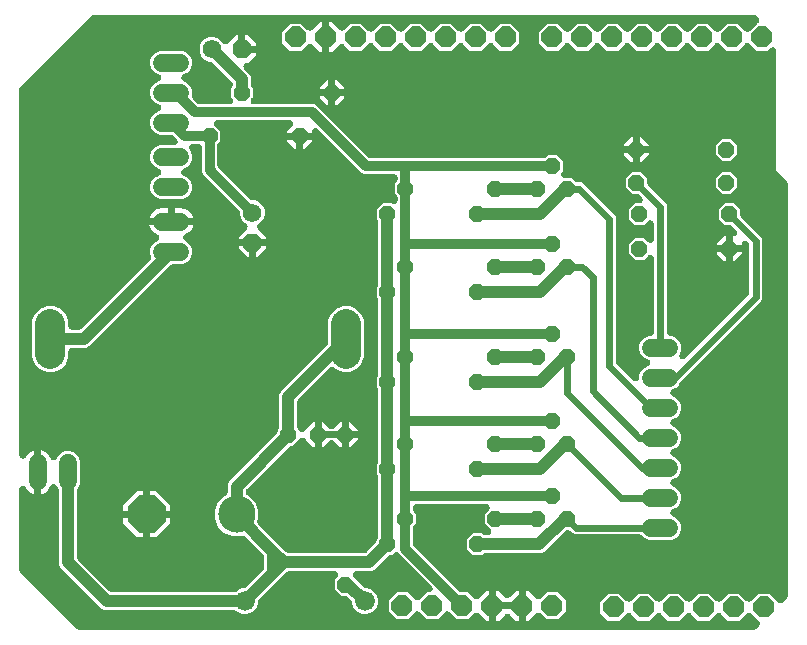
<source format=gbr>
G04 EAGLE Gerber RS-274X export*
G75*
%MOMM*%
%FSLAX34Y34*%
%LPD*%
%INTop Copper*%
%IPPOS*%
%AMOC8*
5,1,8,0,0,1.08239X$1,22.5*%
G01*
%ADD10P,1.924489X8X112.500000*%
%ADD11P,1.924489X8X292.500000*%
%ADD12P,1.429621X8X202.500000*%
%ADD13P,1.429621X8X22.500000*%
%ADD14P,3.409096X8X202.500000*%
%ADD15C,3.149600*%
%ADD16C,2.540000*%
%ADD17P,1.704548X8X22.500000*%
%ADD18C,1.574800*%
%ADD19P,1.704548X8X292.500000*%
%ADD20C,1.676400*%
%ADD21P,1.429621X8X292.500000*%
%ADD22C,1.524000*%
%ADD23C,0.609600*%
%ADD24C,1.016000*%
%ADD25C,0.812800*%

G36*
X631939Y6487D02*
X631939Y6487D01*
X632053Y6486D01*
X632184Y6507D01*
X632317Y6518D01*
X632427Y6545D01*
X632540Y6563D01*
X632667Y6604D01*
X632796Y6636D01*
X632900Y6681D01*
X633009Y6717D01*
X633127Y6779D01*
X633249Y6831D01*
X633345Y6892D01*
X633447Y6945D01*
X633520Y7004D01*
X633665Y7096D01*
X633907Y7312D01*
X633980Y7370D01*
X635807Y9198D01*
X635856Y9256D01*
X635912Y9308D01*
X636016Y9444D01*
X636127Y9574D01*
X636166Y9639D01*
X636212Y9699D01*
X636293Y9850D01*
X636381Y9996D01*
X636410Y10067D01*
X636446Y10134D01*
X636501Y10296D01*
X636564Y10454D01*
X636581Y10529D01*
X636606Y10601D01*
X636634Y10769D01*
X636671Y10936D01*
X636675Y11012D01*
X636688Y11087D01*
X636689Y11258D01*
X636699Y11429D01*
X636691Y11504D01*
X636691Y11581D01*
X636665Y11749D01*
X636647Y11919D01*
X636626Y11992D01*
X636615Y12068D01*
X636561Y12230D01*
X636516Y12395D01*
X636484Y12464D01*
X636460Y12536D01*
X636381Y12688D01*
X636310Y12843D01*
X636268Y12906D01*
X636233Y12974D01*
X636167Y13056D01*
X636035Y13253D01*
X635873Y13425D01*
X635807Y13507D01*
X629535Y19780D01*
X629477Y19829D01*
X629424Y19885D01*
X629289Y19989D01*
X629159Y20099D01*
X629093Y20139D01*
X629033Y20185D01*
X628883Y20265D01*
X628736Y20354D01*
X628665Y20382D01*
X628598Y20418D01*
X628437Y20474D01*
X628278Y20537D01*
X628204Y20553D01*
X628132Y20578D01*
X627963Y20607D01*
X627796Y20644D01*
X627720Y20648D01*
X627645Y20661D01*
X627474Y20662D01*
X627304Y20671D01*
X627228Y20663D01*
X627152Y20664D01*
X626983Y20637D01*
X626813Y20619D01*
X626740Y20599D01*
X626665Y20587D01*
X626502Y20534D01*
X626338Y20488D01*
X626268Y20457D01*
X626196Y20433D01*
X626045Y20354D01*
X625889Y20283D01*
X625826Y20240D01*
X625758Y20205D01*
X625676Y20139D01*
X625480Y20007D01*
X625308Y19846D01*
X625225Y19780D01*
X619415Y13969D01*
X609945Y13969D01*
X604135Y19780D01*
X604077Y19829D01*
X604024Y19885D01*
X603889Y19989D01*
X603759Y20099D01*
X603693Y20139D01*
X603633Y20185D01*
X603483Y20265D01*
X603336Y20354D01*
X603265Y20382D01*
X603198Y20418D01*
X603037Y20474D01*
X602878Y20537D01*
X602804Y20553D01*
X602732Y20578D01*
X602563Y20607D01*
X602396Y20644D01*
X602320Y20648D01*
X602245Y20661D01*
X602074Y20662D01*
X601904Y20671D01*
X601828Y20663D01*
X601752Y20664D01*
X601583Y20637D01*
X601413Y20619D01*
X601340Y20599D01*
X601265Y20587D01*
X601102Y20534D01*
X600938Y20488D01*
X600868Y20457D01*
X600796Y20433D01*
X600645Y20354D01*
X600489Y20283D01*
X600426Y20240D01*
X600358Y20205D01*
X600276Y20139D01*
X600080Y20007D01*
X599908Y19846D01*
X599825Y19780D01*
X594015Y13969D01*
X584545Y13969D01*
X578735Y19780D01*
X578677Y19829D01*
X578624Y19885D01*
X578489Y19989D01*
X578359Y20099D01*
X578293Y20139D01*
X578233Y20185D01*
X578083Y20265D01*
X577936Y20354D01*
X577865Y20382D01*
X577798Y20418D01*
X577637Y20474D01*
X577478Y20537D01*
X577404Y20553D01*
X577332Y20578D01*
X577163Y20607D01*
X576996Y20644D01*
X576920Y20648D01*
X576845Y20661D01*
X576674Y20662D01*
X576504Y20671D01*
X576428Y20663D01*
X576352Y20664D01*
X576183Y20637D01*
X576013Y20619D01*
X575940Y20599D01*
X575865Y20587D01*
X575702Y20534D01*
X575538Y20488D01*
X575468Y20457D01*
X575396Y20433D01*
X575245Y20354D01*
X575089Y20283D01*
X575026Y20240D01*
X574958Y20205D01*
X574876Y20139D01*
X574680Y20007D01*
X574508Y19846D01*
X574425Y19780D01*
X568615Y13969D01*
X559145Y13969D01*
X553335Y19780D01*
X553277Y19829D01*
X553224Y19885D01*
X553089Y19989D01*
X552959Y20099D01*
X552893Y20139D01*
X552833Y20185D01*
X552683Y20265D01*
X552536Y20354D01*
X552465Y20382D01*
X552398Y20418D01*
X552237Y20474D01*
X552078Y20537D01*
X552004Y20553D01*
X551932Y20578D01*
X551763Y20607D01*
X551596Y20644D01*
X551520Y20648D01*
X551445Y20661D01*
X551274Y20662D01*
X551104Y20671D01*
X551028Y20663D01*
X550952Y20664D01*
X550783Y20637D01*
X550613Y20619D01*
X550540Y20599D01*
X550465Y20587D01*
X550302Y20534D01*
X550138Y20488D01*
X550068Y20457D01*
X549996Y20433D01*
X549845Y20354D01*
X549689Y20283D01*
X549626Y20240D01*
X549558Y20205D01*
X549476Y20139D01*
X549280Y20007D01*
X549108Y19846D01*
X549025Y19780D01*
X543215Y13969D01*
X533745Y13969D01*
X527935Y19780D01*
X527877Y19829D01*
X527824Y19885D01*
X527689Y19989D01*
X527559Y20099D01*
X527493Y20139D01*
X527433Y20185D01*
X527283Y20265D01*
X527136Y20354D01*
X527065Y20382D01*
X526998Y20418D01*
X526837Y20474D01*
X526678Y20537D01*
X526604Y20553D01*
X526532Y20578D01*
X526363Y20607D01*
X526196Y20644D01*
X526120Y20648D01*
X526045Y20661D01*
X525874Y20662D01*
X525704Y20671D01*
X525628Y20663D01*
X525552Y20664D01*
X525383Y20637D01*
X525213Y20619D01*
X525140Y20599D01*
X525065Y20587D01*
X524902Y20534D01*
X524738Y20488D01*
X524668Y20457D01*
X524596Y20433D01*
X524445Y20354D01*
X524289Y20283D01*
X524226Y20240D01*
X524158Y20205D01*
X524076Y20139D01*
X523880Y20007D01*
X523708Y19846D01*
X523625Y19780D01*
X517815Y13969D01*
X508345Y13969D01*
X501649Y20665D01*
X501649Y30135D01*
X508345Y36831D01*
X517815Y36831D01*
X523625Y31020D01*
X523683Y30971D01*
X523735Y30915D01*
X523871Y30811D01*
X524001Y30701D01*
X524067Y30661D01*
X524127Y30615D01*
X524277Y30534D01*
X524424Y30446D01*
X524494Y30418D01*
X524562Y30382D01*
X524723Y30326D01*
X524882Y30263D01*
X524956Y30247D01*
X525028Y30222D01*
X525197Y30193D01*
X525363Y30156D01*
X525440Y30152D01*
X525515Y30139D01*
X525686Y30138D01*
X525856Y30129D01*
X525932Y30137D01*
X526008Y30136D01*
X526177Y30163D01*
X526347Y30181D01*
X526420Y30201D01*
X526495Y30213D01*
X526658Y30266D01*
X526822Y30312D01*
X526892Y30343D01*
X526964Y30367D01*
X527115Y30446D01*
X527271Y30517D01*
X527334Y30560D01*
X527402Y30595D01*
X527484Y30661D01*
X527680Y30793D01*
X527853Y30955D01*
X527935Y31020D01*
X533745Y36831D01*
X543215Y36831D01*
X549025Y31020D01*
X549083Y30971D01*
X549135Y30915D01*
X549271Y30811D01*
X549401Y30701D01*
X549467Y30661D01*
X549527Y30615D01*
X549677Y30534D01*
X549824Y30446D01*
X549894Y30418D01*
X549962Y30382D01*
X550123Y30326D01*
X550282Y30263D01*
X550356Y30247D01*
X550428Y30222D01*
X550597Y30193D01*
X550763Y30156D01*
X550840Y30152D01*
X550915Y30139D01*
X551086Y30138D01*
X551256Y30129D01*
X551332Y30137D01*
X551408Y30136D01*
X551577Y30163D01*
X551747Y30181D01*
X551820Y30201D01*
X551895Y30213D01*
X552058Y30266D01*
X552222Y30312D01*
X552292Y30343D01*
X552364Y30367D01*
X552515Y30446D01*
X552671Y30517D01*
X552734Y30560D01*
X552802Y30595D01*
X552884Y30661D01*
X553080Y30793D01*
X553253Y30955D01*
X553335Y31020D01*
X559145Y36831D01*
X568615Y36831D01*
X574425Y31020D01*
X574483Y30971D01*
X574535Y30915D01*
X574671Y30811D01*
X574801Y30701D01*
X574867Y30661D01*
X574927Y30615D01*
X575077Y30534D01*
X575224Y30446D01*
X575294Y30418D01*
X575362Y30382D01*
X575523Y30326D01*
X575682Y30263D01*
X575756Y30247D01*
X575828Y30222D01*
X575997Y30193D01*
X576163Y30156D01*
X576240Y30152D01*
X576315Y30139D01*
X576486Y30138D01*
X576656Y30129D01*
X576732Y30137D01*
X576808Y30136D01*
X576977Y30163D01*
X577147Y30181D01*
X577220Y30201D01*
X577295Y30213D01*
X577458Y30266D01*
X577622Y30312D01*
X577692Y30343D01*
X577764Y30367D01*
X577915Y30446D01*
X578071Y30517D01*
X578134Y30560D01*
X578202Y30595D01*
X578284Y30661D01*
X578480Y30793D01*
X578653Y30955D01*
X578735Y31020D01*
X584545Y36831D01*
X594015Y36831D01*
X599825Y31020D01*
X599883Y30971D01*
X599935Y30915D01*
X600071Y30811D01*
X600201Y30701D01*
X600267Y30661D01*
X600327Y30615D01*
X600477Y30534D01*
X600624Y30446D01*
X600694Y30418D01*
X600762Y30382D01*
X600923Y30326D01*
X601082Y30263D01*
X601156Y30247D01*
X601228Y30222D01*
X601397Y30193D01*
X601563Y30156D01*
X601640Y30152D01*
X601715Y30139D01*
X601886Y30138D01*
X602056Y30129D01*
X602132Y30137D01*
X602208Y30136D01*
X602377Y30163D01*
X602547Y30181D01*
X602620Y30201D01*
X602695Y30213D01*
X602858Y30266D01*
X603022Y30312D01*
X603092Y30343D01*
X603164Y30367D01*
X603315Y30446D01*
X603471Y30517D01*
X603534Y30560D01*
X603602Y30595D01*
X603684Y30661D01*
X603880Y30793D01*
X604053Y30955D01*
X604135Y31020D01*
X609945Y36831D01*
X619415Y36831D01*
X625225Y31020D01*
X625283Y30971D01*
X625335Y30915D01*
X625471Y30811D01*
X625601Y30701D01*
X625667Y30661D01*
X625727Y30615D01*
X625877Y30534D01*
X626024Y30446D01*
X626094Y30418D01*
X626162Y30382D01*
X626323Y30326D01*
X626482Y30263D01*
X626556Y30247D01*
X626628Y30222D01*
X626797Y30193D01*
X626963Y30156D01*
X627040Y30152D01*
X627115Y30139D01*
X627286Y30138D01*
X627456Y30129D01*
X627532Y30137D01*
X627608Y30136D01*
X627777Y30163D01*
X627947Y30181D01*
X628020Y30201D01*
X628095Y30213D01*
X628258Y30266D01*
X628422Y30312D01*
X628492Y30343D01*
X628564Y30367D01*
X628715Y30446D01*
X628871Y30517D01*
X628934Y30560D01*
X629002Y30595D01*
X629084Y30661D01*
X629280Y30793D01*
X629453Y30955D01*
X629535Y31020D01*
X635345Y36831D01*
X644815Y36831D01*
X651973Y29673D01*
X652031Y29624D01*
X652083Y29568D01*
X652219Y29464D01*
X652349Y29353D01*
X652414Y29314D01*
X652474Y29268D01*
X652625Y29187D01*
X652771Y29099D01*
X652842Y29070D01*
X652909Y29034D01*
X653071Y28979D01*
X653229Y28916D01*
X653304Y28899D01*
X653376Y28874D01*
X653544Y28846D01*
X653711Y28809D01*
X653787Y28805D01*
X653862Y28792D01*
X654033Y28791D01*
X654204Y28781D01*
X654279Y28789D01*
X654355Y28789D01*
X654524Y28815D01*
X654694Y28833D01*
X654767Y28854D01*
X654843Y28865D01*
X655005Y28919D01*
X655170Y28964D01*
X655239Y28996D01*
X655311Y29020D01*
X655463Y29099D01*
X655618Y29170D01*
X655681Y29212D01*
X655749Y29247D01*
X655831Y29313D01*
X656028Y29445D01*
X656200Y29607D01*
X656282Y29673D01*
X659380Y32770D01*
X659454Y32857D01*
X659535Y32938D01*
X659613Y33045D01*
X659699Y33146D01*
X659758Y33244D01*
X659825Y33336D01*
X659885Y33455D01*
X659954Y33569D01*
X659996Y33675D01*
X660048Y33777D01*
X660088Y33904D01*
X660137Y34027D01*
X660162Y34138D01*
X660196Y34247D01*
X660206Y34341D01*
X660244Y34509D01*
X660262Y34833D01*
X660272Y34925D01*
X660272Y384175D01*
X660263Y384289D01*
X660264Y384403D01*
X660243Y384534D01*
X660232Y384667D01*
X660205Y384777D01*
X660187Y384890D01*
X660146Y385017D01*
X660114Y385146D01*
X660069Y385250D01*
X660033Y385359D01*
X659971Y385477D01*
X659919Y385599D01*
X659858Y385695D01*
X659805Y385797D01*
X659746Y385870D01*
X659654Y386015D01*
X659438Y386257D01*
X659380Y386330D01*
X650747Y394962D01*
X650747Y496415D01*
X650744Y496453D01*
X650746Y496491D01*
X650724Y496699D01*
X650707Y496907D01*
X650698Y496944D01*
X650694Y496982D01*
X650639Y497183D01*
X650589Y497386D01*
X650574Y497421D01*
X650563Y497457D01*
X650476Y497647D01*
X650394Y497839D01*
X650374Y497871D01*
X650358Y497906D01*
X650241Y498079D01*
X650129Y498255D01*
X650104Y498283D01*
X650082Y498315D01*
X649939Y498467D01*
X649800Y498623D01*
X649771Y498647D01*
X649745Y498675D01*
X649579Y498801D01*
X649416Y498933D01*
X649383Y498952D01*
X649353Y498975D01*
X649169Y499074D01*
X648988Y499177D01*
X648952Y499190D01*
X648918Y499208D01*
X648721Y499276D01*
X648525Y499348D01*
X648488Y499356D01*
X648452Y499368D01*
X648245Y499403D01*
X648041Y499443D01*
X648003Y499444D01*
X647965Y499451D01*
X647756Y499452D01*
X647548Y499458D01*
X647510Y499454D01*
X647472Y499454D01*
X647265Y499421D01*
X647059Y499394D01*
X647022Y499383D01*
X646985Y499377D01*
X646786Y499312D01*
X646587Y499252D01*
X646552Y499235D01*
X646516Y499223D01*
X646331Y499126D01*
X646143Y499035D01*
X646112Y499013D01*
X646078Y498995D01*
X646006Y498937D01*
X645741Y498749D01*
X645619Y498628D01*
X645545Y498570D01*
X643545Y496569D01*
X634075Y496569D01*
X628265Y502380D01*
X628207Y502429D01*
X628155Y502485D01*
X628019Y502589D01*
X627889Y502699D01*
X627823Y502739D01*
X627763Y502785D01*
X627613Y502866D01*
X627466Y502954D01*
X627396Y502982D01*
X627328Y503018D01*
X627167Y503074D01*
X627008Y503137D01*
X626934Y503153D01*
X626862Y503178D01*
X626693Y503207D01*
X626527Y503244D01*
X626450Y503248D01*
X626375Y503261D01*
X626204Y503262D01*
X626034Y503271D01*
X625958Y503263D01*
X625882Y503264D01*
X625713Y503237D01*
X625543Y503219D01*
X625470Y503199D01*
X625395Y503187D01*
X625232Y503134D01*
X625068Y503088D01*
X624998Y503057D01*
X624926Y503033D01*
X624775Y502954D01*
X624619Y502883D01*
X624556Y502840D01*
X624488Y502805D01*
X624406Y502739D01*
X624210Y502607D01*
X624037Y502445D01*
X623955Y502380D01*
X618145Y496569D01*
X608675Y496569D01*
X602865Y502380D01*
X602807Y502429D01*
X602755Y502485D01*
X602619Y502589D01*
X602489Y502699D01*
X602423Y502739D01*
X602363Y502785D01*
X602213Y502866D01*
X602066Y502954D01*
X601996Y502982D01*
X601928Y503018D01*
X601767Y503074D01*
X601608Y503137D01*
X601534Y503153D01*
X601462Y503178D01*
X601293Y503207D01*
X601127Y503244D01*
X601050Y503248D01*
X600975Y503261D01*
X600804Y503262D01*
X600634Y503271D01*
X600558Y503263D01*
X600482Y503264D01*
X600313Y503237D01*
X600143Y503219D01*
X600070Y503199D01*
X599995Y503187D01*
X599832Y503134D01*
X599668Y503088D01*
X599598Y503057D01*
X599526Y503033D01*
X599375Y502954D01*
X599219Y502883D01*
X599156Y502840D01*
X599088Y502805D01*
X599006Y502739D01*
X598810Y502607D01*
X598637Y502445D01*
X598555Y502380D01*
X592745Y496569D01*
X583275Y496569D01*
X577465Y502380D01*
X577407Y502429D01*
X577355Y502485D01*
X577219Y502589D01*
X577089Y502699D01*
X577023Y502739D01*
X576963Y502785D01*
X576813Y502866D01*
X576666Y502954D01*
X576596Y502982D01*
X576528Y503018D01*
X576367Y503074D01*
X576208Y503137D01*
X576134Y503153D01*
X576062Y503178D01*
X575893Y503207D01*
X575727Y503244D01*
X575650Y503248D01*
X575575Y503261D01*
X575404Y503262D01*
X575234Y503271D01*
X575158Y503263D01*
X575082Y503264D01*
X574913Y503237D01*
X574743Y503219D01*
X574670Y503199D01*
X574595Y503187D01*
X574432Y503134D01*
X574268Y503088D01*
X574198Y503057D01*
X574126Y503033D01*
X573975Y502954D01*
X573819Y502883D01*
X573756Y502840D01*
X573688Y502805D01*
X573606Y502739D01*
X573410Y502607D01*
X573237Y502445D01*
X573155Y502380D01*
X567345Y496569D01*
X557875Y496569D01*
X552065Y502380D01*
X552007Y502429D01*
X551955Y502485D01*
X551819Y502589D01*
X551689Y502699D01*
X551623Y502739D01*
X551563Y502785D01*
X551413Y502866D01*
X551266Y502954D01*
X551196Y502982D01*
X551128Y503018D01*
X550967Y503074D01*
X550808Y503137D01*
X550734Y503153D01*
X550662Y503178D01*
X550493Y503207D01*
X550327Y503244D01*
X550250Y503248D01*
X550175Y503261D01*
X550004Y503262D01*
X549834Y503271D01*
X549758Y503263D01*
X549682Y503264D01*
X549513Y503237D01*
X549343Y503219D01*
X549270Y503199D01*
X549195Y503187D01*
X549032Y503134D01*
X548868Y503088D01*
X548798Y503057D01*
X548726Y503033D01*
X548575Y502954D01*
X548419Y502883D01*
X548356Y502840D01*
X548288Y502805D01*
X548206Y502739D01*
X548010Y502607D01*
X547837Y502445D01*
X547755Y502380D01*
X541945Y496569D01*
X532475Y496569D01*
X526665Y502380D01*
X526607Y502429D01*
X526555Y502485D01*
X526419Y502589D01*
X526289Y502699D01*
X526223Y502739D01*
X526163Y502785D01*
X526013Y502866D01*
X525866Y502954D01*
X525796Y502982D01*
X525728Y503018D01*
X525567Y503074D01*
X525408Y503137D01*
X525334Y503153D01*
X525262Y503178D01*
X525093Y503207D01*
X524927Y503244D01*
X524850Y503248D01*
X524775Y503261D01*
X524604Y503262D01*
X524434Y503271D01*
X524358Y503263D01*
X524282Y503264D01*
X524113Y503237D01*
X523943Y503219D01*
X523870Y503199D01*
X523795Y503187D01*
X523632Y503134D01*
X523468Y503088D01*
X523398Y503057D01*
X523326Y503033D01*
X523175Y502954D01*
X523019Y502883D01*
X522956Y502840D01*
X522888Y502805D01*
X522806Y502739D01*
X522610Y502607D01*
X522437Y502445D01*
X522355Y502380D01*
X516545Y496569D01*
X507075Y496569D01*
X501265Y502380D01*
X501207Y502429D01*
X501155Y502485D01*
X501019Y502589D01*
X500889Y502699D01*
X500823Y502739D01*
X500763Y502785D01*
X500613Y502866D01*
X500466Y502954D01*
X500396Y502982D01*
X500328Y503018D01*
X500167Y503074D01*
X500008Y503137D01*
X499934Y503153D01*
X499862Y503178D01*
X499693Y503207D01*
X499527Y503244D01*
X499450Y503248D01*
X499375Y503261D01*
X499204Y503262D01*
X499034Y503271D01*
X498958Y503263D01*
X498882Y503264D01*
X498713Y503237D01*
X498543Y503219D01*
X498470Y503199D01*
X498395Y503187D01*
X498232Y503134D01*
X498068Y503088D01*
X497998Y503057D01*
X497926Y503033D01*
X497775Y502954D01*
X497619Y502883D01*
X497556Y502840D01*
X497488Y502805D01*
X497406Y502739D01*
X497210Y502607D01*
X497037Y502445D01*
X496955Y502380D01*
X491145Y496569D01*
X481675Y496569D01*
X475865Y502380D01*
X475807Y502429D01*
X475755Y502485D01*
X475619Y502589D01*
X475489Y502699D01*
X475423Y502739D01*
X475363Y502785D01*
X475213Y502866D01*
X475066Y502954D01*
X474996Y502982D01*
X474928Y503018D01*
X474767Y503074D01*
X474608Y503137D01*
X474534Y503153D01*
X474462Y503178D01*
X474293Y503207D01*
X474127Y503244D01*
X474050Y503248D01*
X473975Y503261D01*
X473804Y503262D01*
X473634Y503271D01*
X473558Y503263D01*
X473482Y503264D01*
X473313Y503237D01*
X473143Y503219D01*
X473070Y503199D01*
X472995Y503187D01*
X472832Y503134D01*
X472668Y503088D01*
X472598Y503057D01*
X472526Y503033D01*
X472375Y502954D01*
X472219Y502883D01*
X472156Y502840D01*
X472088Y502805D01*
X472006Y502739D01*
X471810Y502607D01*
X471637Y502445D01*
X471555Y502380D01*
X465745Y496569D01*
X456275Y496569D01*
X449579Y503265D01*
X449579Y512735D01*
X456275Y519431D01*
X465745Y519431D01*
X471555Y513620D01*
X471613Y513571D01*
X471666Y513515D01*
X471801Y513411D01*
X471931Y513301D01*
X471997Y513261D01*
X472057Y513215D01*
X472207Y513135D01*
X472354Y513046D01*
X472425Y513018D01*
X472492Y512982D01*
X472653Y512926D01*
X472812Y512863D01*
X472886Y512847D01*
X472958Y512822D01*
X473127Y512793D01*
X473294Y512756D01*
X473370Y512752D01*
X473445Y512739D01*
X473616Y512738D01*
X473786Y512729D01*
X473862Y512737D01*
X473938Y512736D01*
X474107Y512763D01*
X474277Y512781D01*
X474350Y512801D01*
X474425Y512813D01*
X474588Y512866D01*
X474752Y512912D01*
X474822Y512943D01*
X474894Y512967D01*
X475045Y513046D01*
X475201Y513117D01*
X475264Y513160D01*
X475332Y513195D01*
X475414Y513261D01*
X475610Y513393D01*
X475782Y513554D01*
X475865Y513620D01*
X481675Y519431D01*
X491145Y519431D01*
X496955Y513620D01*
X497013Y513571D01*
X497066Y513515D01*
X497201Y513411D01*
X497331Y513301D01*
X497397Y513261D01*
X497457Y513215D01*
X497607Y513135D01*
X497754Y513046D01*
X497825Y513018D01*
X497892Y512982D01*
X498053Y512926D01*
X498212Y512863D01*
X498286Y512847D01*
X498358Y512822D01*
X498527Y512793D01*
X498694Y512756D01*
X498770Y512752D01*
X498845Y512739D01*
X499016Y512738D01*
X499186Y512729D01*
X499262Y512737D01*
X499338Y512736D01*
X499507Y512763D01*
X499677Y512781D01*
X499750Y512801D01*
X499825Y512813D01*
X499988Y512866D01*
X500152Y512912D01*
X500222Y512943D01*
X500294Y512967D01*
X500445Y513046D01*
X500601Y513117D01*
X500664Y513160D01*
X500732Y513195D01*
X500814Y513261D01*
X501010Y513393D01*
X501182Y513554D01*
X501265Y513620D01*
X507075Y519431D01*
X516545Y519431D01*
X522355Y513620D01*
X522413Y513571D01*
X522466Y513515D01*
X522601Y513411D01*
X522731Y513301D01*
X522797Y513261D01*
X522857Y513215D01*
X523007Y513135D01*
X523154Y513046D01*
X523225Y513018D01*
X523292Y512982D01*
X523453Y512926D01*
X523612Y512863D01*
X523686Y512847D01*
X523758Y512822D01*
X523927Y512793D01*
X524094Y512756D01*
X524170Y512752D01*
X524245Y512739D01*
X524416Y512738D01*
X524586Y512729D01*
X524662Y512737D01*
X524738Y512736D01*
X524907Y512763D01*
X525077Y512781D01*
X525150Y512801D01*
X525225Y512813D01*
X525388Y512866D01*
X525552Y512912D01*
X525622Y512943D01*
X525694Y512967D01*
X525845Y513046D01*
X526001Y513117D01*
X526064Y513160D01*
X526132Y513195D01*
X526214Y513261D01*
X526410Y513393D01*
X526582Y513554D01*
X526665Y513620D01*
X532475Y519431D01*
X541945Y519431D01*
X547755Y513620D01*
X547813Y513571D01*
X547866Y513515D01*
X548001Y513411D01*
X548131Y513301D01*
X548197Y513261D01*
X548257Y513215D01*
X548407Y513135D01*
X548554Y513046D01*
X548625Y513018D01*
X548692Y512982D01*
X548853Y512926D01*
X549012Y512863D01*
X549086Y512847D01*
X549158Y512822D01*
X549327Y512793D01*
X549494Y512756D01*
X549570Y512752D01*
X549645Y512739D01*
X549816Y512738D01*
X549986Y512729D01*
X550062Y512737D01*
X550138Y512736D01*
X550307Y512763D01*
X550477Y512781D01*
X550550Y512801D01*
X550625Y512813D01*
X550788Y512866D01*
X550952Y512912D01*
X551022Y512943D01*
X551094Y512967D01*
X551245Y513046D01*
X551401Y513117D01*
X551464Y513160D01*
X551532Y513195D01*
X551614Y513261D01*
X551810Y513393D01*
X551982Y513554D01*
X552065Y513620D01*
X557875Y519431D01*
X567345Y519431D01*
X573155Y513620D01*
X573213Y513571D01*
X573266Y513515D01*
X573401Y513411D01*
X573531Y513301D01*
X573597Y513261D01*
X573657Y513215D01*
X573807Y513135D01*
X573954Y513046D01*
X574025Y513018D01*
X574092Y512982D01*
X574253Y512926D01*
X574412Y512863D01*
X574486Y512847D01*
X574558Y512822D01*
X574727Y512793D01*
X574894Y512756D01*
X574970Y512752D01*
X575045Y512739D01*
X575216Y512738D01*
X575386Y512729D01*
X575462Y512737D01*
X575538Y512736D01*
X575707Y512763D01*
X575877Y512781D01*
X575950Y512801D01*
X576025Y512813D01*
X576188Y512866D01*
X576352Y512912D01*
X576422Y512943D01*
X576494Y512967D01*
X576645Y513046D01*
X576801Y513117D01*
X576864Y513160D01*
X576932Y513195D01*
X577014Y513261D01*
X577210Y513393D01*
X577382Y513554D01*
X577465Y513620D01*
X583275Y519431D01*
X592745Y519431D01*
X598555Y513620D01*
X598613Y513571D01*
X598666Y513515D01*
X598801Y513411D01*
X598931Y513301D01*
X598997Y513261D01*
X599057Y513215D01*
X599207Y513135D01*
X599354Y513046D01*
X599425Y513018D01*
X599492Y512982D01*
X599653Y512926D01*
X599812Y512863D01*
X599886Y512847D01*
X599958Y512822D01*
X600127Y512793D01*
X600294Y512756D01*
X600370Y512752D01*
X600445Y512739D01*
X600616Y512738D01*
X600786Y512729D01*
X600862Y512737D01*
X600938Y512736D01*
X601107Y512763D01*
X601277Y512781D01*
X601350Y512801D01*
X601425Y512813D01*
X601588Y512866D01*
X601752Y512912D01*
X601822Y512943D01*
X601894Y512967D01*
X602045Y513046D01*
X602201Y513117D01*
X602264Y513160D01*
X602332Y513195D01*
X602414Y513261D01*
X602610Y513393D01*
X602782Y513554D01*
X602865Y513620D01*
X608675Y519431D01*
X618145Y519431D01*
X623955Y513620D01*
X624013Y513571D01*
X624066Y513515D01*
X624201Y513411D01*
X624331Y513301D01*
X624397Y513261D01*
X624457Y513215D01*
X624607Y513135D01*
X624754Y513046D01*
X624825Y513018D01*
X624892Y512982D01*
X625053Y512926D01*
X625212Y512863D01*
X625286Y512847D01*
X625358Y512822D01*
X625527Y512793D01*
X625694Y512756D01*
X625770Y512752D01*
X625845Y512739D01*
X626016Y512738D01*
X626186Y512729D01*
X626262Y512737D01*
X626338Y512736D01*
X626507Y512763D01*
X626677Y512781D01*
X626750Y512801D01*
X626825Y512813D01*
X626988Y512866D01*
X627152Y512912D01*
X627222Y512943D01*
X627294Y512967D01*
X627445Y513046D01*
X627601Y513117D01*
X627664Y513160D01*
X627732Y513195D01*
X627814Y513261D01*
X628010Y513393D01*
X628182Y513554D01*
X628265Y513620D01*
X634257Y519613D01*
X634264Y519615D01*
X634454Y519702D01*
X634646Y519784D01*
X634678Y519804D01*
X634713Y519820D01*
X634886Y519937D01*
X635062Y520049D01*
X635090Y520074D01*
X635122Y520096D01*
X635274Y520239D01*
X635430Y520378D01*
X635454Y520407D01*
X635482Y520433D01*
X635609Y520599D01*
X635740Y520762D01*
X635759Y520795D01*
X635782Y520825D01*
X635881Y521009D01*
X635984Y521190D01*
X635997Y521226D01*
X636015Y521260D01*
X636083Y521456D01*
X636155Y521653D01*
X636163Y521690D01*
X636175Y521726D01*
X636210Y521932D01*
X636250Y522137D01*
X636251Y522175D01*
X636258Y522213D01*
X636259Y522422D01*
X636265Y522630D01*
X636260Y522668D01*
X636261Y522706D01*
X636228Y522912D01*
X636201Y523119D01*
X636190Y523156D01*
X636184Y523193D01*
X636119Y523391D01*
X636059Y523591D01*
X636042Y523626D01*
X636030Y523662D01*
X635934Y523847D01*
X635842Y524035D01*
X635820Y524066D01*
X635802Y524099D01*
X635744Y524172D01*
X635556Y524437D01*
X635435Y524559D01*
X635377Y524633D01*
X633980Y526030D01*
X633893Y526104D01*
X633812Y526185D01*
X633705Y526263D01*
X633604Y526349D01*
X633506Y526408D01*
X633414Y526475D01*
X633295Y526535D01*
X633181Y526604D01*
X633075Y526646D01*
X632973Y526698D01*
X632847Y526738D01*
X632723Y526787D01*
X632612Y526812D01*
X632503Y526846D01*
X632409Y526856D01*
X632242Y526894D01*
X631917Y526912D01*
X631825Y526922D01*
X73025Y526922D01*
X72911Y526913D01*
X72797Y526914D01*
X72666Y526893D01*
X72533Y526882D01*
X72423Y526855D01*
X72310Y526837D01*
X72183Y526796D01*
X72054Y526764D01*
X71950Y526719D01*
X71841Y526683D01*
X71723Y526621D01*
X71601Y526569D01*
X71505Y526508D01*
X71403Y526455D01*
X71330Y526396D01*
X71185Y526304D01*
X70943Y526088D01*
X70870Y526030D01*
X10545Y465705D01*
X10526Y465683D01*
X10507Y465666D01*
X10459Y465605D01*
X10390Y465537D01*
X10312Y465430D01*
X10226Y465329D01*
X10167Y465231D01*
X10100Y465139D01*
X10040Y465020D01*
X9971Y464906D01*
X9929Y464800D01*
X9877Y464698D01*
X9837Y464571D01*
X9788Y464448D01*
X9763Y464337D01*
X9729Y464228D01*
X9719Y464134D01*
X9681Y463967D01*
X9663Y463642D01*
X9653Y463550D01*
X9653Y154285D01*
X9655Y154262D01*
X9653Y154240D01*
X9675Y154017D01*
X9693Y153794D01*
X9698Y153771D01*
X9700Y153749D01*
X9758Y153532D01*
X9811Y153315D01*
X9821Y153294D01*
X9826Y153272D01*
X9918Y153067D01*
X10006Y152861D01*
X10018Y152842D01*
X10028Y152821D01*
X10151Y152634D01*
X10271Y152445D01*
X10286Y152428D01*
X10299Y152409D01*
X10451Y152244D01*
X10600Y152077D01*
X10618Y152063D01*
X10633Y152046D01*
X10810Y151908D01*
X10984Y151768D01*
X11003Y151756D01*
X11022Y151742D01*
X11218Y151634D01*
X11412Y151524D01*
X11434Y151516D01*
X11454Y151505D01*
X11665Y151430D01*
X11875Y151352D01*
X11897Y151348D01*
X11919Y151340D01*
X12140Y151300D01*
X12359Y151257D01*
X12382Y151257D01*
X12405Y151252D01*
X12629Y151249D01*
X12852Y151242D01*
X12875Y151245D01*
X12898Y151245D01*
X13119Y151277D01*
X13341Y151306D01*
X13363Y151313D01*
X13386Y151316D01*
X13598Y151384D01*
X13814Y151449D01*
X13834Y151459D01*
X13856Y151466D01*
X14055Y151567D01*
X14257Y151666D01*
X14275Y151679D01*
X14296Y151689D01*
X14476Y151821D01*
X14659Y151951D01*
X14675Y151967D01*
X14694Y151981D01*
X14850Y152140D01*
X15010Y152298D01*
X15023Y152316D01*
X15040Y152333D01*
X15080Y152394D01*
X15300Y152697D01*
X15368Y152830D01*
X15415Y152902D01*
X15624Y153311D01*
X16681Y154767D01*
X17953Y156039D01*
X19409Y157096D01*
X21012Y157913D01*
X22353Y158349D01*
X22353Y139700D01*
X22353Y121051D01*
X21012Y121487D01*
X19409Y122304D01*
X17953Y123361D01*
X16681Y124633D01*
X15624Y126089D01*
X15415Y126498D01*
X15403Y126518D01*
X15394Y126539D01*
X15274Y126727D01*
X15156Y126918D01*
X15141Y126935D01*
X15129Y126955D01*
X14980Y127121D01*
X14833Y127291D01*
X14816Y127305D01*
X14800Y127323D01*
X14627Y127462D01*
X14454Y127606D01*
X14434Y127618D01*
X14416Y127632D01*
X14222Y127743D01*
X14029Y127857D01*
X14008Y127865D01*
X13988Y127876D01*
X13778Y127954D01*
X13569Y128035D01*
X13547Y128040D01*
X13525Y128048D01*
X13306Y128091D01*
X13086Y128137D01*
X13063Y128138D01*
X13041Y128143D01*
X12819Y128150D01*
X12594Y128160D01*
X12571Y128157D01*
X12548Y128158D01*
X12327Y128129D01*
X12104Y128103D01*
X12082Y128097D01*
X12059Y128094D01*
X11844Y128029D01*
X11629Y127968D01*
X11609Y127958D01*
X11587Y127951D01*
X11385Y127853D01*
X11183Y127757D01*
X11164Y127744D01*
X11143Y127734D01*
X10962Y127605D01*
X10776Y127478D01*
X10760Y127462D01*
X10741Y127449D01*
X10582Y127292D01*
X10420Y127137D01*
X10406Y127118D01*
X10390Y127102D01*
X10258Y126921D01*
X10124Y126742D01*
X10113Y126722D01*
X10100Y126703D01*
X9999Y126504D01*
X9895Y126305D01*
X9888Y126283D01*
X9877Y126263D01*
X9810Y126048D01*
X9740Y125837D01*
X9736Y125814D01*
X9729Y125792D01*
X9721Y125719D01*
X9662Y125350D01*
X9662Y125200D01*
X9653Y125115D01*
X9653Y57150D01*
X9662Y57036D01*
X9661Y56922D01*
X9682Y56790D01*
X9693Y56658D01*
X9720Y56548D01*
X9738Y56435D01*
X9779Y56308D01*
X9811Y56179D01*
X9856Y56075D01*
X9892Y55966D01*
X9954Y55848D01*
X10006Y55726D01*
X10067Y55630D01*
X10120Y55528D01*
X10179Y55455D01*
X10271Y55310D01*
X10487Y55068D01*
X10545Y54995D01*
X58170Y7370D01*
X58257Y7296D01*
X58338Y7215D01*
X58445Y7137D01*
X58546Y7051D01*
X58644Y6992D01*
X58736Y6925D01*
X58855Y6865D01*
X58969Y6796D01*
X59075Y6754D01*
X59177Y6702D01*
X59304Y6662D01*
X59427Y6613D01*
X59538Y6588D01*
X59647Y6554D01*
X59741Y6544D01*
X59909Y6506D01*
X60233Y6488D01*
X60325Y6478D01*
X631825Y6478D01*
X631939Y6487D01*
G37*
%LPC*%
G36*
X404949Y13969D02*
X404949Y13969D01*
X398767Y20152D01*
X398709Y20201D01*
X398656Y20257D01*
X398521Y20361D01*
X398391Y20471D01*
X398325Y20511D01*
X398265Y20557D01*
X398115Y20638D01*
X397968Y20726D01*
X397898Y20754D01*
X397830Y20790D01*
X397669Y20846D01*
X397510Y20909D01*
X397436Y20925D01*
X397364Y20950D01*
X397195Y20979D01*
X397028Y21016D01*
X396952Y21020D01*
X396877Y21033D01*
X396706Y21034D01*
X396536Y21043D01*
X396460Y21035D01*
X396384Y21036D01*
X396215Y21009D01*
X396045Y20991D01*
X395972Y20971D01*
X395897Y20959D01*
X395734Y20906D01*
X395570Y20860D01*
X395500Y20829D01*
X395428Y20805D01*
X395277Y20726D01*
X395121Y20655D01*
X395058Y20612D01*
X394990Y20577D01*
X394908Y20511D01*
X394712Y20379D01*
X394540Y20217D01*
X394457Y20152D01*
X389545Y15239D01*
X380075Y15239D01*
X374265Y21050D01*
X374207Y21099D01*
X374155Y21155D01*
X374019Y21259D01*
X373889Y21369D01*
X373823Y21409D01*
X373763Y21455D01*
X373613Y21536D01*
X373466Y21624D01*
X373396Y21652D01*
X373328Y21688D01*
X373167Y21744D01*
X373008Y21807D01*
X372934Y21823D01*
X372862Y21848D01*
X372693Y21877D01*
X372527Y21914D01*
X372450Y21918D01*
X372375Y21931D01*
X372204Y21932D01*
X372034Y21941D01*
X371958Y21933D01*
X371882Y21934D01*
X371713Y21907D01*
X371543Y21889D01*
X371470Y21869D01*
X371395Y21857D01*
X371232Y21804D01*
X371068Y21758D01*
X370998Y21727D01*
X370926Y21703D01*
X370775Y21624D01*
X370619Y21553D01*
X370556Y21510D01*
X370488Y21475D01*
X370406Y21409D01*
X370210Y21277D01*
X370037Y21115D01*
X369955Y21050D01*
X364145Y15239D01*
X354675Y15239D01*
X348865Y21050D01*
X348807Y21099D01*
X348755Y21155D01*
X348619Y21259D01*
X348489Y21369D01*
X348423Y21409D01*
X348363Y21455D01*
X348213Y21536D01*
X348066Y21624D01*
X347996Y21652D01*
X347928Y21688D01*
X347767Y21744D01*
X347608Y21807D01*
X347534Y21823D01*
X347462Y21848D01*
X347293Y21877D01*
X347127Y21914D01*
X347050Y21918D01*
X346975Y21931D01*
X346804Y21932D01*
X346634Y21941D01*
X346558Y21933D01*
X346482Y21934D01*
X346313Y21907D01*
X346143Y21889D01*
X346070Y21869D01*
X345995Y21857D01*
X345832Y21804D01*
X345668Y21758D01*
X345598Y21727D01*
X345526Y21703D01*
X345375Y21624D01*
X345219Y21553D01*
X345156Y21510D01*
X345088Y21475D01*
X345006Y21409D01*
X344810Y21277D01*
X344637Y21115D01*
X344555Y21050D01*
X338745Y15239D01*
X329275Y15239D01*
X322579Y21935D01*
X322579Y31405D01*
X329275Y38101D01*
X338745Y38101D01*
X344555Y32290D01*
X344613Y32241D01*
X344666Y32185D01*
X344801Y32081D01*
X344931Y31971D01*
X344997Y31931D01*
X345057Y31885D01*
X345207Y31805D01*
X345354Y31716D01*
X345425Y31688D01*
X345492Y31652D01*
X345653Y31596D01*
X345812Y31533D01*
X345886Y31517D01*
X345958Y31492D01*
X346127Y31463D01*
X346294Y31426D01*
X346370Y31422D01*
X346445Y31409D01*
X346616Y31408D01*
X346786Y31399D01*
X346862Y31407D01*
X346938Y31406D01*
X347107Y31433D01*
X347277Y31451D01*
X347350Y31471D01*
X347425Y31483D01*
X347588Y31536D01*
X347752Y31582D01*
X347822Y31613D01*
X347894Y31637D01*
X348045Y31716D01*
X348201Y31787D01*
X348264Y31830D01*
X348332Y31865D01*
X348414Y31931D01*
X348610Y32063D01*
X348782Y32224D01*
X348865Y32290D01*
X354675Y38101D01*
X356682Y38101D01*
X356720Y38104D01*
X356758Y38102D01*
X356966Y38124D01*
X357174Y38141D01*
X357211Y38150D01*
X357249Y38154D01*
X357450Y38209D01*
X357653Y38259D01*
X357688Y38274D01*
X357724Y38285D01*
X357914Y38372D01*
X358106Y38454D01*
X358138Y38474D01*
X358173Y38490D01*
X358346Y38607D01*
X358522Y38719D01*
X358550Y38744D01*
X358582Y38766D01*
X358734Y38908D01*
X358890Y39048D01*
X358914Y39077D01*
X358942Y39103D01*
X359069Y39269D01*
X359200Y39432D01*
X359219Y39465D01*
X359242Y39495D01*
X359341Y39679D01*
X359444Y39860D01*
X359457Y39896D01*
X359475Y39930D01*
X359543Y40127D01*
X359615Y40323D01*
X359623Y40360D01*
X359635Y40396D01*
X359670Y40603D01*
X359710Y40807D01*
X359711Y40845D01*
X359718Y40883D01*
X359719Y41092D01*
X359726Y41300D01*
X359721Y41338D01*
X359721Y41376D01*
X359688Y41583D01*
X359661Y41789D01*
X359650Y41826D01*
X359644Y41863D01*
X359579Y42062D01*
X359519Y42261D01*
X359502Y42296D01*
X359490Y42332D01*
X359393Y42517D01*
X359302Y42705D01*
X359280Y42736D01*
X359262Y42770D01*
X359204Y42842D01*
X359016Y43107D01*
X358895Y43229D01*
X358837Y43303D01*
X330976Y71164D01*
X330918Y71213D01*
X330866Y71269D01*
X330730Y71373D01*
X330600Y71483D01*
X330535Y71523D01*
X330474Y71569D01*
X330324Y71650D01*
X330177Y71738D01*
X330106Y71766D01*
X330039Y71802D01*
X329878Y71858D01*
X329719Y71921D01*
X329645Y71937D01*
X329573Y71962D01*
X329404Y71991D01*
X329238Y72028D01*
X329161Y72032D01*
X329086Y72045D01*
X328916Y72046D01*
X328745Y72055D01*
X328669Y72047D01*
X328593Y72048D01*
X328424Y72021D01*
X328254Y72003D01*
X328181Y71983D01*
X328106Y71971D01*
X327943Y71918D01*
X327779Y71872D01*
X327709Y71841D01*
X327637Y71817D01*
X327486Y71738D01*
X327330Y71667D01*
X327267Y71624D01*
X327199Y71589D01*
X327117Y71523D01*
X326921Y71391D01*
X326749Y71229D01*
X326666Y71164D01*
X325098Y69595D01*
X324205Y69595D01*
X324091Y69586D01*
X323977Y69587D01*
X323845Y69566D01*
X323713Y69555D01*
X323602Y69528D01*
X323489Y69510D01*
X323363Y69469D01*
X323234Y69437D01*
X323129Y69392D01*
X323021Y69356D01*
X322903Y69294D01*
X322781Y69242D01*
X322685Y69181D01*
X322583Y69128D01*
X322510Y69069D01*
X322365Y68977D01*
X322123Y68761D01*
X322050Y68703D01*
X312959Y59612D01*
X310387Y57039D01*
X307586Y55879D01*
X294995Y55879D01*
X294957Y55876D01*
X294919Y55878D01*
X294711Y55856D01*
X294503Y55839D01*
X294466Y55830D01*
X294428Y55826D01*
X294227Y55771D01*
X294024Y55721D01*
X293989Y55706D01*
X293952Y55695D01*
X293763Y55608D01*
X293571Y55526D01*
X293539Y55506D01*
X293504Y55490D01*
X293331Y55373D01*
X293155Y55261D01*
X293126Y55236D01*
X293095Y55214D01*
X292942Y55071D01*
X292787Y54932D01*
X292763Y54903D01*
X292735Y54877D01*
X292608Y54711D01*
X292477Y54548D01*
X292458Y54515D01*
X292435Y54485D01*
X292336Y54301D01*
X292233Y54120D01*
X292220Y54084D01*
X292202Y54050D01*
X292134Y53853D01*
X292061Y53657D01*
X292054Y53620D01*
X292042Y53584D01*
X292007Y53377D01*
X291967Y53173D01*
X291965Y53135D01*
X291959Y53097D01*
X291958Y52888D01*
X291951Y52680D01*
X291956Y52642D01*
X291956Y52604D01*
X291989Y52397D01*
X292016Y52191D01*
X292027Y52154D01*
X292033Y52117D01*
X292098Y51918D01*
X292158Y51719D01*
X292175Y51684D01*
X292187Y51648D01*
X292283Y51463D01*
X292375Y51275D01*
X292397Y51244D01*
X292415Y51210D01*
X292473Y51138D01*
X292661Y50873D01*
X292781Y50751D01*
X292840Y50677D01*
X295179Y48338D01*
X301222Y42295D01*
X301309Y42221D01*
X301389Y42140D01*
X301497Y42062D01*
X301598Y41976D01*
X301696Y41917D01*
X301788Y41850D01*
X301907Y41790D01*
X302021Y41721D01*
X302127Y41679D01*
X302229Y41627D01*
X302355Y41587D01*
X302479Y41538D01*
X302590Y41513D01*
X302699Y41479D01*
X302793Y41469D01*
X302960Y41431D01*
X303285Y41413D01*
X303377Y41403D01*
X304433Y41403D01*
X308447Y39740D01*
X311520Y36667D01*
X313183Y32653D01*
X313183Y28307D01*
X311520Y24293D01*
X308447Y21220D01*
X304433Y19557D01*
X300087Y19557D01*
X296073Y21220D01*
X293000Y24293D01*
X291337Y28307D01*
X291337Y29363D01*
X291328Y29477D01*
X291329Y29591D01*
X291308Y29723D01*
X291297Y29855D01*
X291270Y29966D01*
X291252Y30079D01*
X291211Y30205D01*
X291179Y30334D01*
X291134Y30439D01*
X291098Y30547D01*
X291036Y30665D01*
X290984Y30787D01*
X290923Y30883D01*
X290870Y30985D01*
X290811Y31058D01*
X290719Y31203D01*
X290503Y31445D01*
X290445Y31518D01*
X287550Y34413D01*
X287463Y34487D01*
X287383Y34568D01*
X287275Y34646D01*
X287174Y34732D01*
X287076Y34791D01*
X286984Y34858D01*
X286865Y34918D01*
X286751Y34987D01*
X286645Y35029D01*
X286543Y35081D01*
X286417Y35121D01*
X286293Y35170D01*
X286182Y35195D01*
X286073Y35229D01*
X285979Y35239D01*
X285812Y35277D01*
X285487Y35295D01*
X285395Y35305D01*
X281962Y35305D01*
X276605Y40662D01*
X276605Y48238D01*
X279045Y50677D01*
X279069Y50706D01*
X279098Y50732D01*
X279229Y50894D01*
X279364Y51053D01*
X279384Y51086D01*
X279408Y51116D01*
X279511Y51297D01*
X279619Y51476D01*
X279633Y51511D01*
X279652Y51544D01*
X279724Y51740D01*
X279802Y51934D01*
X279810Y51971D01*
X279823Y52007D01*
X279863Y52212D01*
X279909Y52416D01*
X279911Y52454D01*
X279918Y52491D01*
X279925Y52699D01*
X279936Y52908D01*
X279932Y52946D01*
X279933Y52984D01*
X279906Y53191D01*
X279884Y53399D01*
X279874Y53435D01*
X279869Y53473D01*
X279809Y53673D01*
X279753Y53874D01*
X279738Y53909D01*
X279727Y53946D01*
X279635Y54133D01*
X279548Y54323D01*
X279526Y54354D01*
X279510Y54389D01*
X279389Y54559D01*
X279272Y54732D01*
X279246Y54760D01*
X279224Y54791D01*
X279077Y54940D01*
X278934Y55092D01*
X278904Y55115D01*
X278877Y55142D01*
X278708Y55265D01*
X278543Y55392D01*
X278510Y55410D01*
X278479Y55432D01*
X278293Y55526D01*
X278108Y55625D01*
X278072Y55638D01*
X278038Y55655D01*
X277839Y55717D01*
X277642Y55785D01*
X277604Y55791D01*
X277568Y55803D01*
X277475Y55813D01*
X277155Y55868D01*
X276983Y55869D01*
X276890Y55879D01*
X238099Y55879D01*
X237985Y55870D01*
X237871Y55871D01*
X237739Y55850D01*
X237607Y55839D01*
X237496Y55812D01*
X237383Y55794D01*
X237257Y55753D01*
X237128Y55721D01*
X237023Y55676D01*
X236915Y55640D01*
X236797Y55579D01*
X236675Y55526D01*
X236579Y55465D01*
X236477Y55412D01*
X236404Y55353D01*
X236259Y55261D01*
X236017Y55045D01*
X235944Y54987D01*
X231679Y50722D01*
X231679Y50721D01*
X212475Y31518D01*
X212401Y31431D01*
X212320Y31351D01*
X212242Y31243D01*
X212156Y31142D01*
X212097Y31044D01*
X212030Y30952D01*
X211970Y30833D01*
X211901Y30719D01*
X211859Y30613D01*
X211807Y30511D01*
X211767Y30385D01*
X211718Y30261D01*
X211693Y30150D01*
X211659Y30041D01*
X211649Y29947D01*
X211611Y29780D01*
X211593Y29455D01*
X211583Y29363D01*
X211583Y28307D01*
X209920Y24293D01*
X206847Y21220D01*
X202833Y19557D01*
X198487Y19557D01*
X194473Y21220D01*
X193726Y21967D01*
X193639Y22041D01*
X193559Y22122D01*
X193452Y22200D01*
X193350Y22286D01*
X193252Y22345D01*
X193160Y22412D01*
X193042Y22472D01*
X192928Y22541D01*
X192821Y22583D01*
X192720Y22635D01*
X192593Y22675D01*
X192470Y22724D01*
X192358Y22749D01*
X192249Y22783D01*
X192156Y22793D01*
X191988Y22831D01*
X191664Y22849D01*
X191571Y22859D01*
X82304Y22859D01*
X79503Y24019D01*
X76931Y26592D01*
X46912Y56611D01*
X44339Y59183D01*
X43179Y61984D01*
X43179Y124069D01*
X43170Y124183D01*
X43171Y124297D01*
X43150Y124428D01*
X43139Y124561D01*
X43112Y124672D01*
X43094Y124784D01*
X43053Y124911D01*
X43021Y125040D01*
X42976Y125144D01*
X42940Y125253D01*
X42878Y125371D01*
X42826Y125493D01*
X42765Y125589D01*
X42712Y125691D01*
X42653Y125764D01*
X42561Y125909D01*
X42345Y126151D01*
X42287Y126224D01*
X42186Y126324D01*
X41626Y127676D01*
X41551Y127823D01*
X41483Y127974D01*
X41439Y128042D01*
X41401Y128115D01*
X41303Y128248D01*
X41212Y128386D01*
X41157Y128446D01*
X41108Y128512D01*
X40990Y128627D01*
X40878Y128749D01*
X40814Y128799D01*
X40755Y128857D01*
X40619Y128951D01*
X40490Y129053D01*
X40418Y129093D01*
X40351Y129139D01*
X40202Y129211D01*
X40057Y129291D01*
X39980Y129318D01*
X39906Y129354D01*
X39748Y129400D01*
X39592Y129455D01*
X39512Y129470D01*
X39433Y129493D01*
X39269Y129514D01*
X39107Y129543D01*
X39025Y129544D01*
X38944Y129554D01*
X38779Y129548D01*
X38613Y129551D01*
X38532Y129539D01*
X38451Y129536D01*
X38289Y129503D01*
X38125Y129479D01*
X38047Y129454D01*
X37967Y129438D01*
X37813Y129380D01*
X37655Y129330D01*
X37582Y129292D01*
X37506Y129264D01*
X37363Y129181D01*
X37215Y129106D01*
X37149Y129058D01*
X37079Y129017D01*
X36950Y128912D01*
X36817Y128815D01*
X36760Y128756D01*
X36697Y128704D01*
X36587Y128580D01*
X36472Y128463D01*
X36437Y128410D01*
X36370Y128335D01*
X36108Y127917D01*
X36102Y127903D01*
X36096Y127893D01*
X35176Y126089D01*
X34119Y124633D01*
X32847Y123361D01*
X31391Y122304D01*
X29788Y121487D01*
X28447Y121051D01*
X28447Y139700D01*
X28447Y158349D01*
X29788Y157913D01*
X31391Y157096D01*
X32847Y156039D01*
X34119Y154767D01*
X35176Y153311D01*
X36096Y151507D01*
X36183Y151366D01*
X36262Y151221D01*
X36312Y151156D01*
X36355Y151087D01*
X36463Y150962D01*
X36564Y150831D01*
X36624Y150776D01*
X36678Y150714D01*
X36805Y150608D01*
X36926Y150496D01*
X36994Y150450D01*
X37057Y150398D01*
X37199Y150314D01*
X37337Y150223D01*
X37412Y150189D01*
X37482Y150148D01*
X37636Y150088D01*
X37787Y150020D01*
X37866Y149999D01*
X37942Y149969D01*
X38104Y149935D01*
X38263Y149892D01*
X38345Y149884D01*
X38425Y149867D01*
X38590Y149860D01*
X38754Y149843D01*
X38836Y149848D01*
X38917Y149845D01*
X39082Y149864D01*
X39247Y149874D01*
X39326Y149892D01*
X39407Y149902D01*
X39567Y149947D01*
X39728Y149984D01*
X39803Y150015D01*
X39882Y150037D01*
X40031Y150108D01*
X40184Y150170D01*
X40254Y150212D01*
X40328Y150247D01*
X40465Y150341D01*
X40605Y150427D01*
X40667Y150480D01*
X40735Y150527D01*
X40854Y150641D01*
X40979Y150749D01*
X41032Y150812D01*
X41091Y150868D01*
X41190Y151000D01*
X41296Y151127D01*
X41327Y151183D01*
X41387Y151263D01*
X41616Y151700D01*
X41621Y151714D01*
X41626Y151724D01*
X42186Y153076D01*
X45044Y155934D01*
X48779Y157481D01*
X52821Y157481D01*
X56556Y155934D01*
X59414Y153076D01*
X60961Y149341D01*
X60961Y130059D01*
X59414Y126324D01*
X59313Y126224D01*
X59239Y126137D01*
X59158Y126057D01*
X59080Y125949D01*
X58994Y125848D01*
X58935Y125750D01*
X58868Y125658D01*
X58808Y125539D01*
X58739Y125425D01*
X58697Y125319D01*
X58645Y125217D01*
X58605Y125090D01*
X58556Y124967D01*
X58531Y124856D01*
X58497Y124747D01*
X58487Y124653D01*
X58449Y124486D01*
X58431Y124161D01*
X58421Y124069D01*
X58421Y67919D01*
X58430Y67805D01*
X58429Y67691D01*
X58450Y67559D01*
X58461Y67427D01*
X58488Y67316D01*
X58506Y67203D01*
X58547Y67077D01*
X58579Y66948D01*
X58624Y66843D01*
X58660Y66735D01*
X58722Y66617D01*
X58774Y66495D01*
X58835Y66399D01*
X58888Y66297D01*
X58947Y66224D01*
X59039Y66079D01*
X59255Y65837D01*
X59313Y65764D01*
X86084Y38993D01*
X86171Y38919D01*
X86251Y38838D01*
X86359Y38760D01*
X86460Y38674D01*
X86558Y38615D01*
X86650Y38548D01*
X86769Y38488D01*
X86883Y38419D01*
X86989Y38377D01*
X87091Y38325D01*
X87217Y38285D01*
X87341Y38236D01*
X87452Y38211D01*
X87561Y38177D01*
X87655Y38167D01*
X87822Y38129D01*
X88147Y38111D01*
X88239Y38101D01*
X191571Y38101D01*
X191685Y38110D01*
X191799Y38109D01*
X191931Y38130D01*
X192063Y38141D01*
X192174Y38168D01*
X192287Y38186D01*
X192413Y38227D01*
X192542Y38259D01*
X192647Y38304D01*
X192755Y38340D01*
X192873Y38402D01*
X192995Y38454D01*
X193092Y38515D01*
X193193Y38568D01*
X193267Y38627D01*
X193411Y38719D01*
X193654Y38935D01*
X193726Y38993D01*
X194473Y39740D01*
X198487Y41403D01*
X199543Y41403D01*
X199657Y41412D01*
X199771Y41411D01*
X199903Y41432D01*
X200035Y41443D01*
X200146Y41470D01*
X200259Y41488D01*
X200385Y41529D01*
X200514Y41561D01*
X200619Y41606D01*
X200727Y41642D01*
X200845Y41704D01*
X200967Y41756D01*
X201063Y41817D01*
X201165Y41870D01*
X201238Y41929D01*
X201383Y42021D01*
X201625Y42237D01*
X201698Y42295D01*
X216277Y56874D01*
X216351Y56961D01*
X216432Y57041D01*
X216510Y57149D01*
X216596Y57250D01*
X216655Y57348D01*
X216722Y57440D01*
X216782Y57559D01*
X216851Y57673D01*
X216893Y57779D01*
X216945Y57881D01*
X216985Y58007D01*
X217034Y58131D01*
X217059Y58242D01*
X217093Y58351D01*
X217103Y58445D01*
X217141Y58612D01*
X217159Y58937D01*
X217169Y59029D01*
X217169Y67971D01*
X217160Y68085D01*
X217161Y68199D01*
X217140Y68331D01*
X217129Y68463D01*
X217102Y68574D01*
X217084Y68687D01*
X217043Y68813D01*
X217011Y68942D01*
X216966Y69047D01*
X216930Y69155D01*
X216868Y69273D01*
X216816Y69395D01*
X216755Y69491D01*
X216702Y69593D01*
X216643Y69666D01*
X216551Y69811D01*
X216335Y70053D01*
X216277Y70126D01*
X201043Y85360D01*
X200877Y85501D01*
X200712Y85646D01*
X200688Y85661D01*
X200667Y85680D01*
X200479Y85792D01*
X200295Y85908D01*
X200269Y85919D01*
X200244Y85934D01*
X200041Y86015D01*
X199840Y86100D01*
X199812Y86107D01*
X199786Y86117D01*
X199573Y86164D01*
X199360Y86216D01*
X199332Y86218D01*
X199304Y86224D01*
X199086Y86236D01*
X198869Y86253D01*
X198840Y86250D01*
X198812Y86252D01*
X198594Y86228D01*
X198377Y86209D01*
X198355Y86203D01*
X198321Y86199D01*
X197846Y86069D01*
X197772Y86035D01*
X197722Y86021D01*
X197313Y85851D01*
X190037Y85851D01*
X183315Y88636D01*
X178171Y93780D01*
X175386Y100502D01*
X175386Y107778D01*
X178171Y114500D01*
X183315Y119644D01*
X184173Y120000D01*
X184368Y120099D01*
X184564Y120195D01*
X184587Y120212D01*
X184612Y120225D01*
X184788Y120355D01*
X184966Y120481D01*
X184986Y120501D01*
X185009Y120518D01*
X185162Y120674D01*
X185317Y120828D01*
X185334Y120851D01*
X185354Y120871D01*
X185479Y121050D01*
X185607Y121226D01*
X185620Y121252D01*
X185637Y121275D01*
X185731Y121472D01*
X185830Y121667D01*
X185838Y121694D01*
X185851Y121720D01*
X185912Y121929D01*
X185978Y122137D01*
X185981Y122161D01*
X185990Y122193D01*
X186051Y122682D01*
X186048Y122763D01*
X186054Y122815D01*
X186054Y129151D01*
X187214Y131952D01*
X189787Y134524D01*
X227453Y172190D01*
X227527Y172277D01*
X227608Y172357D01*
X227686Y172465D01*
X227772Y172566D01*
X227831Y172664D01*
X227898Y172756D01*
X227958Y172875D01*
X228027Y172989D01*
X228069Y173095D01*
X228121Y173197D01*
X228161Y173323D01*
X228210Y173447D01*
X228235Y173558D01*
X228269Y173667D01*
X228279Y173761D01*
X228317Y173928D01*
X228335Y174253D01*
X228345Y174345D01*
X228345Y175238D01*
X228977Y175869D01*
X229051Y175956D01*
X229132Y176037D01*
X229210Y176144D01*
X229296Y176245D01*
X229355Y176343D01*
X229422Y176435D01*
X229482Y176554D01*
X229551Y176668D01*
X229593Y176774D01*
X229645Y176876D01*
X229685Y177003D01*
X229734Y177126D01*
X229759Y177237D01*
X229793Y177346D01*
X229803Y177440D01*
X229841Y177608D01*
X229859Y177932D01*
X229869Y178024D01*
X229869Y205224D01*
X231029Y208025D01*
X270379Y247374D01*
X270453Y247461D01*
X270534Y247541D01*
X270612Y247649D01*
X270698Y247750D01*
X270757Y247848D01*
X270824Y247940D01*
X270884Y248059D01*
X270953Y248173D01*
X270995Y248279D01*
X271047Y248381D01*
X271087Y248507D01*
X271136Y248631D01*
X271161Y248742D01*
X271195Y248851D01*
X271205Y248945D01*
X271243Y249112D01*
X271261Y249437D01*
X271271Y249529D01*
X271271Y268462D01*
X273592Y274063D01*
X277879Y278350D01*
X283480Y280671D01*
X289544Y280671D01*
X295145Y278350D01*
X299432Y274063D01*
X301753Y268462D01*
X301753Y236998D01*
X299432Y231397D01*
X295145Y227110D01*
X289544Y224789D01*
X283480Y224789D01*
X277879Y227110D01*
X276929Y228060D01*
X276871Y228109D01*
X276818Y228165D01*
X276789Y228187D01*
X276787Y228190D01*
X276770Y228202D01*
X276683Y228269D01*
X276553Y228379D01*
X276487Y228418D01*
X276427Y228465D01*
X276276Y228546D01*
X276130Y228634D01*
X276059Y228662D01*
X275992Y228698D01*
X275830Y228754D01*
X275672Y228817D01*
X275598Y228833D01*
X275526Y228858D01*
X275357Y228887D01*
X275190Y228924D01*
X275114Y228928D01*
X275039Y228941D01*
X274868Y228942D01*
X274698Y228951D01*
X274622Y228943D01*
X274546Y228944D01*
X274377Y228917D01*
X274207Y228899D01*
X274134Y228879D01*
X274058Y228867D01*
X273896Y228814D01*
X273732Y228768D01*
X273662Y228737D01*
X273590Y228713D01*
X273438Y228634D01*
X273283Y228563D01*
X273220Y228520D01*
X273152Y228485D01*
X273070Y228419D01*
X272874Y228287D01*
X272701Y228125D01*
X272619Y228060D01*
X246003Y201444D01*
X245929Y201357D01*
X245848Y201277D01*
X245770Y201169D01*
X245684Y201068D01*
X245625Y200970D01*
X245558Y200878D01*
X245498Y200759D01*
X245429Y200645D01*
X245387Y200539D01*
X245335Y200437D01*
X245295Y200311D01*
X245246Y200187D01*
X245221Y200076D01*
X245187Y199967D01*
X245177Y199873D01*
X245139Y199706D01*
X245121Y199381D01*
X245111Y199289D01*
X245111Y178024D01*
X245120Y177910D01*
X245119Y177796D01*
X245140Y177665D01*
X245151Y177532D01*
X245178Y177422D01*
X245196Y177309D01*
X245237Y177183D01*
X245269Y177054D01*
X245314Y176949D01*
X245350Y176840D01*
X245411Y176722D01*
X245464Y176600D01*
X245525Y176504D01*
X245578Y176403D01*
X245637Y176329D01*
X245729Y176184D01*
X245945Y175942D01*
X246003Y175869D01*
X247273Y174599D01*
X247302Y174575D01*
X247328Y174546D01*
X247490Y174415D01*
X247649Y174280D01*
X247682Y174260D01*
X247712Y174236D01*
X247893Y174133D01*
X248072Y174025D01*
X248107Y174011D01*
X248140Y173992D01*
X248336Y173920D01*
X248530Y173842D01*
X248567Y173834D01*
X248603Y173821D01*
X248807Y173781D01*
X249011Y173735D01*
X249050Y173733D01*
X249087Y173726D01*
X249295Y173719D01*
X249504Y173708D01*
X249542Y173712D01*
X249580Y173711D01*
X249786Y173738D01*
X249995Y173760D01*
X250031Y173770D01*
X250069Y173775D01*
X250269Y173835D01*
X250470Y173891D01*
X250505Y173906D01*
X250542Y173917D01*
X250729Y174009D01*
X250919Y174096D01*
X250950Y174118D01*
X250985Y174134D01*
X251155Y174255D01*
X251328Y174372D01*
X251356Y174398D01*
X251387Y174420D01*
X251535Y174567D01*
X251688Y174709D01*
X251711Y174740D01*
X251738Y174767D01*
X251861Y174935D01*
X251988Y175101D01*
X252006Y175135D01*
X252028Y175165D01*
X252122Y175351D01*
X252191Y175480D01*
X258576Y181865D01*
X259843Y181865D01*
X259843Y171450D01*
X259843Y161035D01*
X258576Y161035D01*
X252183Y167429D01*
X252122Y167570D01*
X252102Y167602D01*
X252086Y167637D01*
X251969Y167810D01*
X251857Y167986D01*
X251832Y168014D01*
X251810Y168046D01*
X251667Y168198D01*
X251528Y168354D01*
X251499Y168378D01*
X251473Y168406D01*
X251307Y168533D01*
X251144Y168664D01*
X251111Y168683D01*
X251081Y168706D01*
X250897Y168805D01*
X250716Y168908D01*
X250680Y168921D01*
X250646Y168939D01*
X250449Y169007D01*
X250253Y169079D01*
X250216Y169087D01*
X250180Y169099D01*
X249973Y169134D01*
X249769Y169174D01*
X249731Y169175D01*
X249693Y169182D01*
X249484Y169183D01*
X249276Y169189D01*
X249238Y169184D01*
X249200Y169185D01*
X248993Y169152D01*
X248787Y169125D01*
X248750Y169114D01*
X248713Y169108D01*
X248514Y169043D01*
X248315Y168983D01*
X248280Y168966D01*
X248244Y168954D01*
X248059Y168857D01*
X247871Y168766D01*
X247840Y168744D01*
X247806Y168726D01*
X247734Y168668D01*
X247469Y168480D01*
X247347Y168359D01*
X247273Y168301D01*
X241278Y162305D01*
X240385Y162305D01*
X240271Y162296D01*
X240157Y162297D01*
X240025Y162276D01*
X239893Y162265D01*
X239782Y162238D01*
X239669Y162220D01*
X239543Y162179D01*
X239414Y162147D01*
X239309Y162102D01*
X239201Y162066D01*
X239083Y162004D01*
X238961Y161952D01*
X238865Y161891D01*
X238763Y161838D01*
X238690Y161779D01*
X238545Y161687D01*
X238303Y161471D01*
X238230Y161413D01*
X202188Y125371D01*
X202114Y125284D01*
X202033Y125204D01*
X201955Y125096D01*
X201869Y124995D01*
X201810Y124897D01*
X201743Y124805D01*
X201683Y124686D01*
X201614Y124572D01*
X201572Y124466D01*
X201520Y124364D01*
X201480Y124238D01*
X201431Y124114D01*
X201406Y124003D01*
X201372Y123894D01*
X201362Y123800D01*
X201324Y123633D01*
X201306Y123308D01*
X201296Y123216D01*
X201296Y122815D01*
X201313Y122598D01*
X201327Y122379D01*
X201333Y122352D01*
X201336Y122323D01*
X201388Y122112D01*
X201437Y121899D01*
X201448Y121872D01*
X201454Y121845D01*
X201541Y121644D01*
X201623Y121442D01*
X201638Y121417D01*
X201649Y121391D01*
X201766Y121207D01*
X201880Y121021D01*
X201899Y120999D01*
X201914Y120975D01*
X202059Y120813D01*
X202202Y120647D01*
X202224Y120628D01*
X202243Y120607D01*
X202412Y120470D01*
X202580Y120330D01*
X202600Y120318D01*
X202627Y120297D01*
X203055Y120053D01*
X203131Y120025D01*
X203177Y120000D01*
X204035Y119644D01*
X209179Y114500D01*
X211964Y107778D01*
X211964Y100502D01*
X211422Y99195D01*
X211356Y98988D01*
X211285Y98781D01*
X211280Y98753D01*
X211271Y98726D01*
X211239Y98510D01*
X211202Y98294D01*
X211202Y98266D01*
X211198Y98238D01*
X211200Y98020D01*
X211199Y97801D01*
X211203Y97773D01*
X211204Y97745D01*
X211242Y97529D01*
X211276Y97314D01*
X211284Y97287D01*
X211289Y97259D01*
X211362Y97053D01*
X211430Y96845D01*
X211443Y96820D01*
X211452Y96793D01*
X211556Y96602D01*
X211658Y96408D01*
X211672Y96389D01*
X211688Y96360D01*
X211991Y95970D01*
X212050Y95916D01*
X212083Y95874D01*
X231679Y76278D01*
X235944Y72013D01*
X236031Y71939D01*
X236111Y71858D01*
X236219Y71780D01*
X236320Y71694D01*
X236418Y71635D01*
X236510Y71568D01*
X236629Y71508D01*
X236743Y71439D01*
X236849Y71397D01*
X236951Y71345D01*
X237077Y71305D01*
X237201Y71256D01*
X237312Y71231D01*
X237421Y71197D01*
X237515Y71187D01*
X237682Y71149D01*
X238007Y71131D01*
X238099Y71121D01*
X301651Y71121D01*
X301765Y71130D01*
X301879Y71129D01*
X302011Y71150D01*
X302143Y71161D01*
X302254Y71188D01*
X302367Y71206D01*
X302493Y71247D01*
X302622Y71279D01*
X302727Y71324D01*
X302835Y71360D01*
X302953Y71422D01*
X303075Y71474D01*
X303171Y71535D01*
X303273Y71588D01*
X303346Y71647D01*
X303491Y71739D01*
X303733Y71955D01*
X303806Y72013D01*
X311273Y79480D01*
X311347Y79567D01*
X311428Y79647D01*
X311506Y79755D01*
X311592Y79856D01*
X311651Y79954D01*
X311718Y80046D01*
X311778Y80165D01*
X311847Y80279D01*
X311889Y80385D01*
X311941Y80487D01*
X311981Y80613D01*
X312030Y80737D01*
X312055Y80848D01*
X312089Y80957D01*
X312099Y81051D01*
X312137Y81218D01*
X312155Y81543D01*
X312165Y81635D01*
X312165Y82528D01*
X312797Y83159D01*
X312871Y83246D01*
X312952Y83327D01*
X313030Y83434D01*
X313116Y83535D01*
X313175Y83633D01*
X313242Y83725D01*
X313302Y83844D01*
X313371Y83958D01*
X313413Y84064D01*
X313465Y84166D01*
X313505Y84293D01*
X313554Y84416D01*
X313579Y84527D01*
X313613Y84636D01*
X313623Y84730D01*
X313661Y84898D01*
X313679Y85222D01*
X313689Y85314D01*
X313689Y135666D01*
X313680Y135780D01*
X313681Y135894D01*
X313660Y136025D01*
X313649Y136158D01*
X313622Y136268D01*
X313604Y136381D01*
X313563Y136508D01*
X313531Y136636D01*
X313486Y136741D01*
X313450Y136850D01*
X313388Y136968D01*
X313336Y137090D01*
X313275Y137186D01*
X313222Y137287D01*
X313163Y137361D01*
X313071Y137506D01*
X312855Y137748D01*
X312797Y137821D01*
X312165Y138452D01*
X312165Y146028D01*
X312797Y146659D01*
X312871Y146746D01*
X312952Y146827D01*
X313030Y146934D01*
X313116Y147035D01*
X313175Y147133D01*
X313242Y147225D01*
X313302Y147344D01*
X313371Y147458D01*
X313413Y147564D01*
X313465Y147666D01*
X313505Y147793D01*
X313554Y147916D01*
X313579Y148027D01*
X313613Y148136D01*
X313623Y148230D01*
X313661Y148398D01*
X313679Y148722D01*
X313689Y148814D01*
X313689Y209326D01*
X313680Y209440D01*
X313681Y209554D01*
X313660Y209685D01*
X313649Y209818D01*
X313622Y209928D01*
X313604Y210041D01*
X313563Y210168D01*
X313531Y210296D01*
X313486Y210402D01*
X313450Y210510D01*
X313389Y210628D01*
X313336Y210750D01*
X313275Y210846D01*
X313222Y210948D01*
X313163Y211021D01*
X313071Y211166D01*
X312855Y211408D01*
X312797Y211481D01*
X312165Y212112D01*
X312165Y219688D01*
X312797Y220319D01*
X312871Y220406D01*
X312952Y220487D01*
X313030Y220594D01*
X313116Y220695D01*
X313175Y220793D01*
X313242Y220885D01*
X313302Y221004D01*
X313371Y221118D01*
X313413Y221224D01*
X313465Y221326D01*
X313505Y221453D01*
X313554Y221576D01*
X313579Y221687D01*
X313613Y221796D01*
X313623Y221890D01*
X313661Y222058D01*
X313679Y222382D01*
X313689Y222474D01*
X313689Y285526D01*
X313680Y285640D01*
X313681Y285754D01*
X313660Y285885D01*
X313649Y286018D01*
X313622Y286128D01*
X313604Y286241D01*
X313563Y286368D01*
X313531Y286496D01*
X313486Y286602D01*
X313450Y286710D01*
X313389Y286828D01*
X313336Y286950D01*
X313275Y287046D01*
X313222Y287148D01*
X313163Y287221D01*
X313071Y287366D01*
X312855Y287608D01*
X312797Y287681D01*
X312165Y288312D01*
X312165Y295888D01*
X312797Y296519D01*
X312871Y296606D01*
X312952Y296687D01*
X313030Y296794D01*
X313116Y296895D01*
X313175Y296993D01*
X313242Y297085D01*
X313302Y297204D01*
X313371Y297318D01*
X313413Y297424D01*
X313465Y297526D01*
X313505Y297653D01*
X313554Y297776D01*
X313579Y297887D01*
X313613Y297996D01*
X313623Y298090D01*
X313661Y298258D01*
X313679Y298582D01*
X313689Y298674D01*
X313689Y351566D01*
X313680Y351680D01*
X313681Y351794D01*
X313660Y351925D01*
X313649Y352058D01*
X313622Y352168D01*
X313604Y352281D01*
X313563Y352408D01*
X313531Y352536D01*
X313486Y352642D01*
X313450Y352750D01*
X313389Y352868D01*
X313336Y352990D01*
X313275Y353086D01*
X313222Y353188D01*
X313163Y353261D01*
X313071Y353406D01*
X312855Y353648D01*
X312797Y353721D01*
X312165Y354352D01*
X312165Y361928D01*
X317522Y367285D01*
X325171Y367285D01*
X325182Y367276D01*
X325363Y367173D01*
X325542Y367065D01*
X325577Y367051D01*
X325610Y367032D01*
X325806Y366960D01*
X326000Y366882D01*
X326037Y366874D01*
X326073Y366861D01*
X326277Y366821D01*
X326481Y366775D01*
X326520Y366773D01*
X326557Y366766D01*
X326764Y366759D01*
X326974Y366748D01*
X327012Y366752D01*
X327050Y366751D01*
X327257Y366778D01*
X327465Y366800D01*
X327501Y366810D01*
X327539Y366815D01*
X327739Y366875D01*
X327940Y366931D01*
X327975Y366946D01*
X328012Y366957D01*
X328199Y367049D01*
X328389Y367136D01*
X328420Y367158D01*
X328455Y367174D01*
X328625Y367295D01*
X328798Y367412D01*
X328826Y367438D01*
X328857Y367460D01*
X329005Y367607D01*
X329158Y367749D01*
X329181Y367780D01*
X329208Y367807D01*
X329331Y367975D01*
X329458Y368141D01*
X329476Y368175D01*
X329498Y368205D01*
X329592Y368391D01*
X329691Y368576D01*
X329703Y368612D01*
X329721Y368646D01*
X329783Y368845D01*
X329851Y369042D01*
X329857Y369080D01*
X329869Y369116D01*
X329879Y369209D01*
X329934Y369529D01*
X329935Y369701D01*
X329945Y369794D01*
X329945Y372140D01*
X329936Y372254D01*
X329937Y372368D01*
X329916Y372499D01*
X329905Y372632D01*
X329878Y372742D01*
X329860Y372855D01*
X329819Y372982D01*
X329787Y373110D01*
X329742Y373215D01*
X329729Y373253D01*
X329727Y373261D01*
X329726Y373263D01*
X329706Y373324D01*
X329644Y373442D01*
X329592Y373564D01*
X329534Y373655D01*
X329510Y373704D01*
X329502Y373715D01*
X329478Y373762D01*
X329419Y373835D01*
X329327Y373980D01*
X329265Y374049D01*
X329224Y374107D01*
X329113Y374219D01*
X329111Y374222D01*
X329053Y374295D01*
X327405Y375942D01*
X327405Y383518D01*
X329053Y385165D01*
X329127Y385252D01*
X329208Y385333D01*
X329286Y385440D01*
X329372Y385541D01*
X329431Y385639D01*
X329498Y385731D01*
X329558Y385850D01*
X329627Y385964D01*
X329669Y386070D01*
X329721Y386172D01*
X329761Y386299D01*
X329810Y386422D01*
X329835Y386533D01*
X329869Y386642D01*
X329879Y386736D01*
X329917Y386904D01*
X329924Y387031D01*
X329926Y387043D01*
X329928Y387107D01*
X329935Y387228D01*
X329945Y387320D01*
X329945Y389128D01*
X329939Y389204D01*
X329941Y389280D01*
X329919Y389449D01*
X329905Y389620D01*
X329887Y389694D01*
X329877Y389769D01*
X329828Y389933D01*
X329787Y390099D01*
X329757Y390168D01*
X329735Y390242D01*
X329659Y390395D01*
X329592Y390552D01*
X329551Y390616D01*
X329518Y390685D01*
X329419Y390824D01*
X329327Y390968D01*
X329276Y391025D01*
X329232Y391087D01*
X329112Y391208D01*
X328998Y391336D01*
X328939Y391384D01*
X328885Y391438D01*
X328747Y391539D01*
X328614Y391646D01*
X328548Y391683D01*
X328487Y391728D01*
X328334Y391805D01*
X328186Y391890D01*
X328114Y391916D01*
X328046Y391951D01*
X327883Y392002D01*
X327723Y392061D01*
X327648Y392076D01*
X327576Y392099D01*
X327471Y392111D01*
X327239Y392156D01*
X327003Y392163D01*
X326898Y392175D01*
X302216Y392175D01*
X299789Y393181D01*
X297502Y395467D01*
X262632Y430338D01*
X262603Y430362D01*
X262577Y430391D01*
X262415Y430522D01*
X262256Y430657D01*
X262223Y430677D01*
X262193Y430701D01*
X262013Y430804D01*
X261833Y430912D01*
X261798Y430926D01*
X261765Y430945D01*
X261569Y431018D01*
X261375Y431095D01*
X261338Y431103D01*
X261302Y431116D01*
X261097Y431157D01*
X260893Y431202D01*
X260855Y431204D01*
X260818Y431211D01*
X260610Y431218D01*
X260401Y431229D01*
X260363Y431225D01*
X260325Y431227D01*
X260118Y431199D01*
X259910Y431177D01*
X259874Y431167D01*
X259836Y431162D01*
X259636Y431102D01*
X259435Y431047D01*
X259400Y431031D01*
X259363Y431020D01*
X259176Y430928D01*
X258986Y430841D01*
X258954Y430819D01*
X258920Y430803D01*
X258750Y430682D01*
X258577Y430565D01*
X258549Y430539D01*
X258518Y430517D01*
X258369Y430370D01*
X258217Y430228D01*
X258194Y430197D01*
X258167Y430171D01*
X258044Y430002D01*
X257917Y429836D01*
X257899Y429803D01*
X257877Y429772D01*
X257783Y429585D01*
X257684Y429401D01*
X257672Y429365D01*
X257654Y429331D01*
X257592Y429132D01*
X257524Y428935D01*
X257518Y428897D01*
X257506Y428861D01*
X257496Y428768D01*
X257441Y428448D01*
X257440Y428276D01*
X257430Y428183D01*
X257430Y427227D01*
X247015Y427227D01*
X236600Y427227D01*
X236600Y428494D01*
X240800Y432693D01*
X240824Y432722D01*
X240853Y432748D01*
X240984Y432910D01*
X241119Y433069D01*
X241139Y433102D01*
X241163Y433132D01*
X241266Y433313D01*
X241374Y433492D01*
X241388Y433527D01*
X241407Y433560D01*
X241479Y433756D01*
X241557Y433950D01*
X241565Y433987D01*
X241578Y434023D01*
X241618Y434228D01*
X241664Y434432D01*
X241666Y434470D01*
X241673Y434507D01*
X241679Y434715D01*
X241691Y434924D01*
X241687Y434962D01*
X241688Y435000D01*
X241661Y435207D01*
X241639Y435415D01*
X241629Y435451D01*
X241624Y435489D01*
X241564Y435689D01*
X241508Y435890D01*
X241492Y435925D01*
X241481Y435962D01*
X241390Y436149D01*
X241303Y436339D01*
X241281Y436371D01*
X241265Y436405D01*
X241144Y436574D01*
X241027Y436748D01*
X241001Y436776D01*
X240979Y436807D01*
X240833Y436955D01*
X240689Y437108D01*
X240659Y437131D01*
X240632Y437158D01*
X240464Y437281D01*
X240298Y437408D01*
X240264Y437426D01*
X240234Y437448D01*
X240048Y437542D01*
X239863Y437641D01*
X239827Y437654D01*
X239793Y437671D01*
X239594Y437733D01*
X239397Y437801D01*
X239359Y437807D01*
X239323Y437819D01*
X239230Y437829D01*
X238910Y437884D01*
X238738Y437885D01*
X238645Y437895D01*
X177389Y437895D01*
X177351Y437892D01*
X177313Y437894D01*
X177105Y437872D01*
X176897Y437855D01*
X176860Y437846D01*
X176822Y437842D01*
X176621Y437787D01*
X176418Y437737D01*
X176383Y437722D01*
X176347Y437711D01*
X176157Y437624D01*
X175965Y437542D01*
X175933Y437522D01*
X175898Y437506D01*
X175725Y437389D01*
X175549Y437277D01*
X175521Y437252D01*
X175489Y437230D01*
X175337Y437087D01*
X175181Y436948D01*
X175157Y436919D01*
X175129Y436893D01*
X175002Y436727D01*
X174871Y436564D01*
X174852Y436531D01*
X174829Y436501D01*
X174730Y436317D01*
X174627Y436136D01*
X174614Y436100D01*
X174596Y436066D01*
X174528Y435869D01*
X174456Y435673D01*
X174448Y435636D01*
X174436Y435600D01*
X174401Y435393D01*
X174361Y435189D01*
X174360Y435151D01*
X174353Y435113D01*
X174352Y434904D01*
X174346Y434696D01*
X174351Y434658D01*
X174350Y434620D01*
X174383Y434413D01*
X174410Y434207D01*
X174421Y434170D01*
X174427Y434133D01*
X174492Y433934D01*
X174552Y433735D01*
X174569Y433700D01*
X174581Y433664D01*
X174678Y433479D01*
X174769Y433291D01*
X174791Y433260D01*
X174809Y433226D01*
X174867Y433154D01*
X175055Y432889D01*
X175176Y432767D01*
X175234Y432693D01*
X179960Y427968D01*
X179960Y420392D01*
X178312Y418745D01*
X178238Y418658D01*
X178157Y418577D01*
X178079Y418470D01*
X177993Y418369D01*
X177934Y418271D01*
X177867Y418179D01*
X177807Y418060D01*
X177738Y417946D01*
X177696Y417840D01*
X177644Y417738D01*
X177604Y417611D01*
X177555Y417488D01*
X177530Y417377D01*
X177496Y417268D01*
X177486Y417174D01*
X177448Y417006D01*
X177430Y416682D01*
X177420Y416590D01*
X177420Y399603D01*
X177429Y399489D01*
X177428Y399375D01*
X177449Y399244D01*
X177460Y399111D01*
X177487Y399001D01*
X177505Y398888D01*
X177546Y398761D01*
X177578Y398632D01*
X177623Y398528D01*
X177659Y398419D01*
X177721Y398301D01*
X177773Y398179D01*
X177834Y398083D01*
X177887Y397981D01*
X177946Y397908D01*
X178038Y397763D01*
X178131Y397659D01*
X178163Y397614D01*
X178249Y397526D01*
X178254Y397521D01*
X178312Y397448D01*
X205043Y370717D01*
X205130Y370643D01*
X205210Y370562D01*
X205318Y370484D01*
X205419Y370398D01*
X205517Y370339D01*
X205609Y370272D01*
X205728Y370212D01*
X205842Y370143D01*
X205948Y370101D01*
X206050Y370049D01*
X206177Y370009D01*
X206300Y369960D01*
X206411Y369935D01*
X206520Y369901D01*
X206614Y369891D01*
X206781Y369853D01*
X207106Y369835D01*
X207198Y369825D01*
X209082Y369825D01*
X212909Y368239D01*
X215839Y365309D01*
X217425Y361482D01*
X217425Y357338D01*
X215839Y353511D01*
X212908Y350579D01*
X212792Y350520D01*
X212662Y350464D01*
X212630Y350444D01*
X212594Y350427D01*
X212539Y350390D01*
X212480Y350360D01*
X212363Y350273D01*
X212246Y350199D01*
X212219Y350174D01*
X212185Y350152D01*
X212136Y350106D01*
X212083Y350067D01*
X211980Y349961D01*
X211878Y349870D01*
X211856Y349843D01*
X211825Y349814D01*
X211785Y349761D01*
X211738Y349713D01*
X211652Y349590D01*
X211568Y349486D01*
X211551Y349457D01*
X211525Y349422D01*
X211494Y349364D01*
X211455Y349309D01*
X211389Y349172D01*
X211324Y349057D01*
X211313Y349027D01*
X211292Y348988D01*
X211270Y348925D01*
X211241Y348865D01*
X211198Y348717D01*
X211152Y348595D01*
X211146Y348564D01*
X211132Y348521D01*
X211121Y348455D01*
X211102Y348392D01*
X211082Y348237D01*
X211058Y348111D01*
X211057Y348080D01*
X211049Y348035D01*
X211049Y347968D01*
X211040Y347902D01*
X211046Y347745D01*
X211042Y347618D01*
X211046Y347588D01*
X211046Y347541D01*
X211056Y347475D01*
X211059Y347409D01*
X211090Y347254D01*
X211107Y347129D01*
X211116Y347100D01*
X211123Y347054D01*
X211144Y346991D01*
X211157Y346926D01*
X211213Y346777D01*
X211249Y346656D01*
X211262Y346629D01*
X211277Y346585D01*
X211308Y346526D01*
X211331Y346464D01*
X211411Y346327D01*
X211466Y346213D01*
X211483Y346189D01*
X211505Y346148D01*
X211538Y346107D01*
X211578Y346037D01*
X211678Y345914D01*
X211752Y345811D01*
X211817Y345745D01*
X211890Y345655D01*
X211915Y345633D01*
X211930Y345615D01*
X218695Y338850D01*
X218695Y337057D01*
X207010Y337057D01*
X195325Y337057D01*
X195325Y338850D01*
X202090Y345615D01*
X202120Y345649D01*
X202142Y345669D01*
X202222Y345768D01*
X202330Y345884D01*
X202366Y345940D01*
X202409Y345991D01*
X202433Y346030D01*
X202452Y346053D01*
X202514Y346163D01*
X202602Y346295D01*
X202630Y346356D01*
X202664Y346413D01*
X202681Y346456D01*
X202696Y346482D01*
X202740Y346600D01*
X202805Y346745D01*
X202822Y346809D01*
X202847Y346871D01*
X202857Y346917D01*
X202868Y346945D01*
X202892Y347068D01*
X202933Y347222D01*
X202939Y347288D01*
X202954Y347353D01*
X202956Y347399D01*
X202962Y347429D01*
X202966Y347555D01*
X202982Y347713D01*
X202978Y347779D01*
X202982Y347845D01*
X202977Y347891D01*
X202978Y347922D01*
X202961Y348048D01*
X202951Y348205D01*
X202936Y348270D01*
X202929Y348336D01*
X202917Y348380D01*
X202913Y348411D01*
X202876Y348535D01*
X202841Y348686D01*
X202816Y348747D01*
X202799Y348812D01*
X202780Y348852D01*
X202771Y348883D01*
X202713Y349001D01*
X202655Y349143D01*
X202621Y349200D01*
X202593Y349260D01*
X202568Y349296D01*
X202554Y349326D01*
X202477Y349434D01*
X202398Y349564D01*
X202355Y349614D01*
X202318Y349669D01*
X202288Y349701D01*
X202268Y349729D01*
X202174Y349825D01*
X202076Y349938D01*
X202025Y349980D01*
X201980Y350029D01*
X201947Y350054D01*
X201922Y350080D01*
X201811Y350161D01*
X201698Y350255D01*
X201652Y350280D01*
X201588Y350329D01*
X201553Y350348D01*
X201523Y350370D01*
X201341Y350462D01*
X201154Y350562D01*
X201122Y350573D01*
X201113Y350578D01*
X198181Y353511D01*
X196595Y357338D01*
X196595Y359222D01*
X196586Y359336D01*
X196587Y359450D01*
X196566Y359581D01*
X196555Y359714D01*
X196528Y359825D01*
X196510Y359937D01*
X196469Y360064D01*
X196437Y360193D01*
X196392Y360297D01*
X196356Y360406D01*
X196294Y360524D01*
X196242Y360646D01*
X196181Y360742D01*
X196128Y360844D01*
X196069Y360917D01*
X195977Y361062D01*
X195761Y361304D01*
X195703Y361377D01*
X165216Y391864D01*
X164210Y394291D01*
X164210Y414528D01*
X164204Y414604D01*
X164206Y414680D01*
X164184Y414849D01*
X164170Y415020D01*
X164152Y415094D01*
X164142Y415169D01*
X164093Y415333D01*
X164052Y415499D01*
X164022Y415568D01*
X164000Y415642D01*
X163924Y415795D01*
X163857Y415952D01*
X163816Y416016D01*
X163783Y416085D01*
X163684Y416224D01*
X163592Y416368D01*
X163541Y416425D01*
X163497Y416487D01*
X163377Y416608D01*
X163263Y416736D01*
X163204Y416784D01*
X163150Y416838D01*
X163012Y416939D01*
X162879Y417046D01*
X162813Y417083D01*
X162752Y417128D01*
X162599Y417205D01*
X162451Y417290D01*
X162379Y417316D01*
X162311Y417351D01*
X162148Y417402D01*
X161988Y417461D01*
X161913Y417476D01*
X161841Y417499D01*
X161736Y417511D01*
X161504Y417556D01*
X161268Y417563D01*
X161163Y417575D01*
X156601Y417575D01*
X156563Y417572D01*
X156525Y417574D01*
X156317Y417552D01*
X156109Y417535D01*
X156072Y417526D01*
X156034Y417522D01*
X155833Y417467D01*
X155630Y417417D01*
X155595Y417402D01*
X155558Y417391D01*
X155369Y417304D01*
X155177Y417222D01*
X155145Y417202D01*
X155110Y417186D01*
X154936Y417069D01*
X154761Y416957D01*
X154733Y416932D01*
X154701Y416910D01*
X154549Y416767D01*
X154393Y416628D01*
X154369Y416599D01*
X154341Y416572D01*
X154214Y416407D01*
X154083Y416244D01*
X154064Y416211D01*
X154041Y416181D01*
X153942Y415997D01*
X153839Y415816D01*
X153826Y415780D01*
X153808Y415746D01*
X153740Y415549D01*
X153667Y415353D01*
X153660Y415316D01*
X153648Y415280D01*
X153613Y415074D01*
X153573Y414869D01*
X153572Y414831D01*
X153565Y414793D01*
X153564Y414584D01*
X153557Y414376D01*
X153562Y414338D01*
X153562Y414300D01*
X153595Y414094D01*
X153622Y413887D01*
X153633Y413850D01*
X153639Y413813D01*
X153704Y413615D01*
X153764Y413415D01*
X153781Y413380D01*
X153793Y413344D01*
X153890Y413159D01*
X153981Y412971D01*
X154003Y412940D01*
X154021Y412906D01*
X154079Y412833D01*
X154267Y412569D01*
X154388Y412447D01*
X154446Y412373D01*
X154664Y412156D01*
X156211Y408421D01*
X156211Y404379D01*
X154664Y400644D01*
X151806Y397786D01*
X148737Y396515D01*
X148703Y396498D01*
X148667Y396485D01*
X148484Y396385D01*
X148298Y396290D01*
X148268Y396268D01*
X148234Y396249D01*
X148069Y396121D01*
X147902Y395997D01*
X147875Y395970D01*
X147845Y395947D01*
X147703Y395794D01*
X147557Y395644D01*
X147535Y395613D01*
X147509Y395585D01*
X147394Y395411D01*
X147274Y395240D01*
X147258Y395206D01*
X147236Y395174D01*
X147151Y394984D01*
X147060Y394795D01*
X147049Y394759D01*
X147034Y394724D01*
X146980Y394522D01*
X146921Y394322D01*
X146916Y394285D01*
X146906Y394248D01*
X146885Y394039D01*
X146859Y393833D01*
X146861Y393795D01*
X146857Y393757D01*
X146870Y393548D01*
X146878Y393340D01*
X146885Y393302D01*
X146888Y393264D01*
X146934Y393061D01*
X146975Y392856D01*
X146989Y392820D01*
X146997Y392783D01*
X147076Y392590D01*
X147150Y392395D01*
X147169Y392362D01*
X147183Y392326D01*
X147292Y392149D01*
X147397Y391968D01*
X147421Y391938D01*
X147441Y391906D01*
X147577Y391748D01*
X147709Y391586D01*
X147738Y391561D01*
X147763Y391532D01*
X147923Y391397D01*
X148079Y391259D01*
X148111Y391239D01*
X148141Y391215D01*
X148222Y391170D01*
X148497Y390997D01*
X148655Y390930D01*
X148737Y390885D01*
X151806Y389614D01*
X154664Y386756D01*
X156211Y383021D01*
X156211Y378979D01*
X154664Y375244D01*
X151806Y372386D01*
X148071Y370839D01*
X128789Y370839D01*
X125054Y372386D01*
X122196Y375244D01*
X120649Y378979D01*
X120649Y383021D01*
X122196Y386756D01*
X125054Y389614D01*
X128123Y390885D01*
X128156Y390902D01*
X128192Y390915D01*
X128376Y391015D01*
X128562Y391110D01*
X128592Y391132D01*
X128626Y391151D01*
X128791Y391279D01*
X128958Y391403D01*
X128985Y391430D01*
X129015Y391453D01*
X129158Y391607D01*
X129303Y391756D01*
X129325Y391787D01*
X129351Y391815D01*
X129466Y391989D01*
X129586Y392160D01*
X129602Y392194D01*
X129624Y392226D01*
X129710Y392417D01*
X129800Y392604D01*
X129811Y392641D01*
X129826Y392676D01*
X129880Y392878D01*
X129939Y393078D01*
X129944Y393116D01*
X129954Y393152D01*
X129975Y393360D01*
X130001Y393567D01*
X129999Y393605D01*
X130003Y393643D01*
X129990Y393852D01*
X129982Y394060D01*
X129975Y394098D01*
X129972Y394136D01*
X129926Y394339D01*
X129885Y394544D01*
X129871Y394579D01*
X129863Y394617D01*
X129784Y394810D01*
X129710Y395005D01*
X129691Y395038D01*
X129677Y395074D01*
X129568Y395251D01*
X129463Y395432D01*
X129439Y395462D01*
X129419Y395494D01*
X129283Y395653D01*
X129151Y395814D01*
X129122Y395839D01*
X129097Y395868D01*
X128938Y396002D01*
X128781Y396141D01*
X128749Y396161D01*
X128719Y396185D01*
X128638Y396230D01*
X128363Y396403D01*
X128205Y396470D01*
X128123Y396515D01*
X125054Y397786D01*
X122196Y400644D01*
X120649Y404379D01*
X120649Y408421D01*
X122196Y412156D01*
X125054Y415014D01*
X128789Y416561D01*
X140782Y416561D01*
X140820Y416564D01*
X140858Y416562D01*
X141066Y416584D01*
X141274Y416601D01*
X141311Y416610D01*
X141349Y416614D01*
X141550Y416669D01*
X141753Y416719D01*
X141788Y416734D01*
X141824Y416745D01*
X142014Y416832D01*
X142206Y416914D01*
X142238Y416934D01*
X142273Y416950D01*
X142446Y417067D01*
X142622Y417179D01*
X142650Y417204D01*
X142682Y417226D01*
X142834Y417369D01*
X142990Y417508D01*
X143014Y417537D01*
X143042Y417563D01*
X143169Y417729D01*
X143300Y417892D01*
X143319Y417925D01*
X143342Y417955D01*
X143441Y418139D01*
X143544Y418320D01*
X143557Y418356D01*
X143575Y418390D01*
X143643Y418587D01*
X143715Y418783D01*
X143723Y418820D01*
X143735Y418856D01*
X143770Y419063D01*
X143810Y419267D01*
X143811Y419305D01*
X143818Y419343D01*
X143819Y419552D01*
X143826Y419760D01*
X143821Y419798D01*
X143821Y419836D01*
X143788Y420043D01*
X143761Y420249D01*
X143750Y420286D01*
X143744Y420323D01*
X143679Y420522D01*
X143619Y420721D01*
X143602Y420756D01*
X143590Y420792D01*
X143493Y420977D01*
X143402Y421165D01*
X143380Y421196D01*
X143362Y421230D01*
X143304Y421302D01*
X143116Y421567D01*
X142995Y421689D01*
X142937Y421763D01*
X140143Y424557D01*
X140056Y424631D01*
X139976Y424712D01*
X139868Y424790D01*
X139767Y424876D01*
X139669Y424935D01*
X139577Y425002D01*
X139458Y425062D01*
X139344Y425131D01*
X139238Y425173D01*
X139136Y425225D01*
X139009Y425265D01*
X138886Y425314D01*
X138775Y425339D01*
X138666Y425373D01*
X138572Y425383D01*
X138405Y425421D01*
X138080Y425439D01*
X137988Y425449D01*
X128789Y425449D01*
X125054Y426996D01*
X122196Y429854D01*
X120649Y433589D01*
X120649Y437631D01*
X122196Y441366D01*
X125054Y444224D01*
X128123Y445495D01*
X128156Y445512D01*
X128192Y445525D01*
X128376Y445625D01*
X128562Y445720D01*
X128592Y445742D01*
X128626Y445761D01*
X128791Y445889D01*
X128958Y446013D01*
X128985Y446040D01*
X129015Y446063D01*
X129158Y446217D01*
X129303Y446366D01*
X129325Y446397D01*
X129351Y446425D01*
X129466Y446599D01*
X129586Y446770D01*
X129602Y446804D01*
X129624Y446836D01*
X129710Y447027D01*
X129800Y447214D01*
X129811Y447251D01*
X129826Y447286D01*
X129880Y447488D01*
X129939Y447688D01*
X129944Y447726D01*
X129954Y447762D01*
X129975Y447970D01*
X130001Y448177D01*
X129999Y448215D01*
X130003Y448253D01*
X129990Y448462D01*
X129982Y448670D01*
X129975Y448708D01*
X129972Y448746D01*
X129926Y448949D01*
X129885Y449154D01*
X129871Y449189D01*
X129863Y449227D01*
X129784Y449420D01*
X129710Y449615D01*
X129691Y449648D01*
X129677Y449684D01*
X129568Y449861D01*
X129463Y450042D01*
X129439Y450072D01*
X129419Y450104D01*
X129283Y450263D01*
X129151Y450424D01*
X129122Y450449D01*
X129097Y450478D01*
X128938Y450612D01*
X128781Y450751D01*
X128749Y450771D01*
X128719Y450795D01*
X128638Y450840D01*
X128516Y450917D01*
X128499Y450929D01*
X128486Y450936D01*
X128363Y451013D01*
X128205Y451080D01*
X128123Y451125D01*
X125054Y452396D01*
X122196Y455254D01*
X120649Y458989D01*
X120649Y463031D01*
X122196Y466766D01*
X125054Y469624D01*
X128123Y470895D01*
X128156Y470912D01*
X128192Y470925D01*
X128376Y471025D01*
X128562Y471120D01*
X128592Y471142D01*
X128626Y471161D01*
X128791Y471289D01*
X128958Y471413D01*
X128985Y471440D01*
X129015Y471463D01*
X129158Y471617D01*
X129303Y471766D01*
X129325Y471797D01*
X129351Y471825D01*
X129466Y471999D01*
X129586Y472170D01*
X129602Y472204D01*
X129624Y472236D01*
X129710Y472427D01*
X129800Y472614D01*
X129811Y472651D01*
X129826Y472686D01*
X129880Y472888D01*
X129939Y473088D01*
X129944Y473126D01*
X129954Y473162D01*
X129975Y473370D01*
X130001Y473577D01*
X129999Y473615D01*
X130003Y473653D01*
X129990Y473862D01*
X129982Y474070D01*
X129975Y474108D01*
X129972Y474146D01*
X129926Y474349D01*
X129885Y474554D01*
X129871Y474589D01*
X129863Y474627D01*
X129784Y474820D01*
X129710Y475015D01*
X129691Y475048D01*
X129677Y475084D01*
X129568Y475261D01*
X129463Y475442D01*
X129439Y475472D01*
X129419Y475504D01*
X129283Y475663D01*
X129151Y475824D01*
X129122Y475849D01*
X129097Y475878D01*
X128938Y476012D01*
X128781Y476151D01*
X128749Y476171D01*
X128719Y476195D01*
X128638Y476240D01*
X128363Y476413D01*
X128205Y476480D01*
X128123Y476525D01*
X125054Y477796D01*
X122196Y480654D01*
X120649Y484389D01*
X120649Y488431D01*
X122196Y492166D01*
X125054Y495024D01*
X128789Y496571D01*
X148071Y496571D01*
X151806Y495024D01*
X154664Y492166D01*
X156211Y488431D01*
X156211Y484389D01*
X154664Y480654D01*
X151806Y477796D01*
X148737Y476525D01*
X148703Y476508D01*
X148667Y476495D01*
X148484Y476395D01*
X148298Y476300D01*
X148268Y476278D01*
X148234Y476259D01*
X148069Y476131D01*
X147902Y476007D01*
X147875Y475980D01*
X147845Y475957D01*
X147703Y475804D01*
X147557Y475654D01*
X147535Y475623D01*
X147509Y475595D01*
X147394Y475421D01*
X147274Y475250D01*
X147258Y475216D01*
X147236Y475184D01*
X147151Y474994D01*
X147060Y474805D01*
X147049Y474769D01*
X147034Y474734D01*
X146980Y474533D01*
X146921Y474332D01*
X146916Y474295D01*
X146906Y474258D01*
X146885Y474049D01*
X146859Y473843D01*
X146861Y473805D01*
X146857Y473767D01*
X146870Y473558D01*
X146878Y473350D01*
X146885Y473312D01*
X146888Y473274D01*
X146934Y473071D01*
X146975Y472866D01*
X146989Y472830D01*
X146997Y472793D01*
X147076Y472600D01*
X147150Y472405D01*
X147169Y472372D01*
X147183Y472336D01*
X147292Y472159D01*
X147397Y471978D01*
X147421Y471948D01*
X147441Y471916D01*
X147577Y471758D01*
X147709Y471596D01*
X147738Y471571D01*
X147763Y471542D01*
X147923Y471407D01*
X148079Y471269D01*
X148111Y471249D01*
X148141Y471225D01*
X148222Y471180D01*
X148497Y471007D01*
X148655Y470940D01*
X148737Y470895D01*
X151806Y469624D01*
X154664Y466766D01*
X156211Y463031D01*
X156211Y458979D01*
X156159Y458817D01*
X156088Y458611D01*
X156083Y458583D01*
X156074Y458556D01*
X156042Y458340D01*
X156005Y458124D01*
X156005Y458096D01*
X156001Y458068D01*
X156004Y457850D01*
X156002Y457631D01*
X156007Y457603D01*
X156007Y457575D01*
X156045Y457361D01*
X156079Y457144D01*
X156088Y457117D01*
X156093Y457089D01*
X156165Y456883D01*
X156233Y456675D01*
X156246Y456650D01*
X156256Y456623D01*
X156360Y456431D01*
X156461Y456237D01*
X156476Y456219D01*
X156492Y456190D01*
X156794Y455800D01*
X156853Y455745D01*
X156886Y455704D01*
X160593Y451997D01*
X160680Y451923D01*
X160761Y451842D01*
X160868Y451764D01*
X160969Y451678D01*
X161067Y451619D01*
X161159Y451552D01*
X161278Y451492D01*
X161392Y451423D01*
X161498Y451381D01*
X161600Y451329D01*
X161727Y451289D01*
X161850Y451240D01*
X161961Y451215D01*
X162070Y451181D01*
X162164Y451171D01*
X162332Y451133D01*
X162656Y451115D01*
X162748Y451105D01*
X187736Y451105D01*
X187774Y451108D01*
X187812Y451106D01*
X188020Y451128D01*
X188228Y451145D01*
X188265Y451154D01*
X188303Y451158D01*
X188504Y451213D01*
X188707Y451263D01*
X188741Y451278D01*
X188778Y451289D01*
X188968Y451376D01*
X189160Y451458D01*
X189192Y451478D01*
X189227Y451494D01*
X189400Y451611D01*
X189576Y451723D01*
X189604Y451748D01*
X189636Y451770D01*
X189788Y451913D01*
X189944Y452052D01*
X189968Y452081D01*
X189996Y452107D01*
X190123Y452273D01*
X190254Y452436D01*
X190273Y452469D01*
X190296Y452499D01*
X190395Y452683D01*
X190498Y452864D01*
X190511Y452900D01*
X190529Y452934D01*
X190597Y453131D01*
X190669Y453327D01*
X190677Y453364D01*
X190689Y453400D01*
X190724Y453607D01*
X190764Y453811D01*
X190765Y453849D01*
X190772Y453887D01*
X190773Y454096D01*
X190779Y454304D01*
X190774Y454342D01*
X190775Y454380D01*
X190742Y454587D01*
X190715Y454793D01*
X190704Y454830D01*
X190698Y454867D01*
X190633Y455066D01*
X190573Y455265D01*
X190556Y455300D01*
X190544Y455336D01*
X190447Y455521D01*
X190356Y455709D01*
X190334Y455740D01*
X190316Y455774D01*
X190258Y455846D01*
X190070Y456111D01*
X189949Y456233D01*
X189891Y456307D01*
X188975Y457222D01*
X188975Y464798D01*
X189607Y465429D01*
X189681Y465516D01*
X189762Y465597D01*
X189840Y465704D01*
X189926Y465805D01*
X189985Y465903D01*
X190052Y465995D01*
X190112Y466114D01*
X190181Y466228D01*
X190223Y466334D01*
X190275Y466436D01*
X190315Y466563D01*
X190364Y466686D01*
X190389Y466797D01*
X190423Y466906D01*
X190433Y467000D01*
X190471Y467168D01*
X190489Y467492D01*
X190499Y467584D01*
X190499Y468021D01*
X190490Y468135D01*
X190491Y468249D01*
X190470Y468381D01*
X190459Y468513D01*
X190432Y468624D01*
X190414Y468737D01*
X190373Y468863D01*
X190341Y468992D01*
X190296Y469097D01*
X190260Y469205D01*
X190198Y469323D01*
X190146Y469445D01*
X190085Y469541D01*
X190032Y469643D01*
X189973Y469716D01*
X189881Y469861D01*
X189665Y470103D01*
X189607Y470176D01*
X173250Y486533D01*
X173163Y486607D01*
X173083Y486688D01*
X172975Y486766D01*
X172874Y486852D01*
X172776Y486911D01*
X172684Y486978D01*
X172565Y487038D01*
X172451Y487107D01*
X172345Y487149D01*
X172243Y487201D01*
X172117Y487241D01*
X171993Y487290D01*
X171882Y487315D01*
X171773Y487349D01*
X171679Y487359D01*
X171512Y487397D01*
X171187Y487415D01*
X171095Y487425D01*
X170648Y487425D01*
X166821Y489011D01*
X163891Y491941D01*
X162305Y495768D01*
X162305Y499912D01*
X163891Y503739D01*
X166821Y506669D01*
X170648Y508255D01*
X174792Y508255D01*
X178619Y506669D01*
X181551Y503738D01*
X181628Y503588D01*
X181703Y503424D01*
X181740Y503369D01*
X181770Y503310D01*
X181878Y503164D01*
X181978Y503015D01*
X182024Y502966D01*
X182063Y502913D01*
X182193Y502787D01*
X182316Y502655D01*
X182369Y502615D01*
X182417Y502568D01*
X182564Y502465D01*
X182708Y502355D01*
X182766Y502324D01*
X182821Y502285D01*
X182983Y502207D01*
X183142Y502122D01*
X183205Y502100D01*
X183265Y502071D01*
X183438Y502020D01*
X183609Y501962D01*
X183675Y501951D01*
X183738Y501932D01*
X183917Y501909D01*
X184095Y501879D01*
X184162Y501879D01*
X184228Y501870D01*
X184408Y501877D01*
X184589Y501876D01*
X184655Y501886D01*
X184721Y501889D01*
X184897Y501925D01*
X185076Y501953D01*
X185139Y501974D01*
X185204Y501987D01*
X185373Y502050D01*
X185545Y502107D01*
X185604Y502138D01*
X185666Y502161D01*
X185822Y502251D01*
X185982Y502335D01*
X186023Y502368D01*
X186093Y502408D01*
X186475Y502720D01*
X186497Y502745D01*
X186515Y502760D01*
X193280Y509525D01*
X195073Y509525D01*
X195073Y497840D01*
X195079Y497764D01*
X195076Y497688D01*
X195099Y497519D01*
X195113Y497349D01*
X195131Y497275D01*
X195141Y497199D01*
X195190Y497035D01*
X195231Y496870D01*
X195261Y496800D01*
X195283Y496727D01*
X195358Y496573D01*
X195426Y496416D01*
X195467Y496352D01*
X195500Y496284D01*
X195599Y496144D01*
X195691Y496000D01*
X195742Y495944D01*
X195786Y495881D01*
X195906Y495760D01*
X196020Y495632D01*
X196079Y495584D01*
X196132Y495530D01*
X196133Y495530D01*
X196271Y495429D01*
X196404Y495322D01*
X196470Y495284D01*
X196532Y495239D01*
X196684Y495163D01*
X196833Y495078D01*
X196904Y495051D01*
X196972Y495017D01*
X197135Y494966D01*
X197295Y494906D01*
X197370Y494892D01*
X197443Y494869D01*
X197547Y494857D01*
X197779Y494812D01*
X198015Y494804D01*
X198120Y494793D01*
X209805Y494793D01*
X209805Y493000D01*
X202960Y486155D01*
X202539Y486155D01*
X202501Y486152D01*
X202463Y486154D01*
X202255Y486132D01*
X202047Y486115D01*
X202010Y486106D01*
X201972Y486102D01*
X201771Y486047D01*
X201568Y485997D01*
X201533Y485982D01*
X201496Y485971D01*
X201306Y485884D01*
X201115Y485802D01*
X201083Y485782D01*
X201048Y485766D01*
X200875Y485649D01*
X200699Y485537D01*
X200670Y485512D01*
X200639Y485490D01*
X200487Y485347D01*
X200331Y485208D01*
X200307Y485179D01*
X200279Y485153D01*
X200152Y484987D01*
X200021Y484824D01*
X200002Y484791D01*
X199979Y484761D01*
X199880Y484577D01*
X199777Y484396D01*
X199764Y484360D01*
X199746Y484326D01*
X199678Y484129D01*
X199605Y483933D01*
X199598Y483896D01*
X199586Y483860D01*
X199551Y483653D01*
X199511Y483449D01*
X199509Y483411D01*
X199503Y483373D01*
X199502Y483164D01*
X199495Y482956D01*
X199500Y482918D01*
X199500Y482880D01*
X199533Y482673D01*
X199560Y482467D01*
X199571Y482430D01*
X199577Y482393D01*
X199642Y482194D01*
X199702Y481995D01*
X199719Y481960D01*
X199731Y481924D01*
X199827Y481739D01*
X199919Y481551D01*
X199941Y481520D01*
X199959Y481486D01*
X200017Y481414D01*
X200205Y481149D01*
X200326Y481027D01*
X200384Y480953D01*
X202008Y479329D01*
X204581Y476757D01*
X205741Y473956D01*
X205741Y467584D01*
X205750Y467470D01*
X205749Y467356D01*
X205770Y467225D01*
X205781Y467092D01*
X205808Y466982D01*
X205826Y466869D01*
X205867Y466742D01*
X205899Y466614D01*
X205944Y466509D01*
X205980Y466400D01*
X206042Y466282D01*
X206094Y466160D01*
X206155Y466064D01*
X206208Y465963D01*
X206267Y465889D01*
X206359Y465744D01*
X206575Y465502D01*
X206633Y465429D01*
X207265Y464798D01*
X207265Y457222D01*
X206349Y456307D01*
X206325Y456278D01*
X206296Y456252D01*
X206165Y456090D01*
X206030Y455931D01*
X206010Y455898D01*
X205986Y455868D01*
X205883Y455687D01*
X205775Y455508D01*
X205761Y455473D01*
X205742Y455440D01*
X205669Y455244D01*
X205592Y455050D01*
X205584Y455013D01*
X205571Y454977D01*
X205531Y454773D01*
X205485Y454569D01*
X205483Y454530D01*
X205476Y454493D01*
X205469Y454285D01*
X205458Y454076D01*
X205462Y454038D01*
X205461Y454000D01*
X205488Y453793D01*
X205510Y453585D01*
X205520Y453549D01*
X205525Y453511D01*
X205586Y453310D01*
X205641Y453110D01*
X205656Y453075D01*
X205667Y453038D01*
X205759Y452851D01*
X205846Y452661D01*
X205868Y452630D01*
X205884Y452595D01*
X206005Y452425D01*
X206122Y452252D01*
X206148Y452224D01*
X206170Y452193D01*
X206317Y452045D01*
X206459Y451892D01*
X206490Y451869D01*
X206517Y451842D01*
X206685Y451719D01*
X206851Y451592D01*
X206885Y451574D01*
X206915Y451552D01*
X207102Y451458D01*
X207286Y451359D01*
X207322Y451347D01*
X207356Y451329D01*
X207555Y451266D01*
X207752Y451199D01*
X207790Y451193D01*
X207826Y451181D01*
X207919Y451171D01*
X208239Y451116D01*
X208411Y451115D01*
X208504Y451105D01*
X259124Y451105D01*
X261551Y450099D01*
X305373Y406277D01*
X305460Y406203D01*
X305541Y406122D01*
X305648Y406044D01*
X305749Y405958D01*
X305847Y405899D01*
X305939Y405832D01*
X306058Y405772D01*
X306172Y405703D01*
X306278Y405661D01*
X306380Y405609D01*
X306507Y405569D01*
X306630Y405520D01*
X306741Y405495D01*
X306850Y405461D01*
X306944Y405451D01*
X307111Y405413D01*
X307436Y405395D01*
X307528Y405385D01*
X453420Y405385D01*
X453534Y405394D01*
X453648Y405393D01*
X453779Y405414D01*
X453912Y405425D01*
X454022Y405452D01*
X454135Y405470D01*
X454262Y405511D01*
X454390Y405543D01*
X454495Y405588D01*
X454604Y405624D01*
X454722Y405686D01*
X454844Y405738D01*
X454940Y405799D01*
X455042Y405852D01*
X455115Y405911D01*
X455260Y406003D01*
X455502Y406219D01*
X455575Y406277D01*
X457222Y407925D01*
X464798Y407925D01*
X470155Y402568D01*
X470155Y394992D01*
X469239Y394077D01*
X469215Y394048D01*
X469186Y394022D01*
X469055Y393860D01*
X468920Y393701D01*
X468900Y393668D01*
X468876Y393638D01*
X468773Y393457D01*
X468665Y393278D01*
X468651Y393243D01*
X468632Y393210D01*
X468559Y393014D01*
X468482Y392820D01*
X468474Y392783D01*
X468461Y392747D01*
X468421Y392543D01*
X468375Y392339D01*
X468373Y392300D01*
X468366Y392263D01*
X468359Y392055D01*
X468348Y391846D01*
X468352Y391808D01*
X468351Y391770D01*
X468378Y391563D01*
X468400Y391355D01*
X468410Y391319D01*
X468415Y391281D01*
X468475Y391080D01*
X468531Y390880D01*
X468546Y390845D01*
X468557Y390808D01*
X468649Y390621D01*
X468736Y390431D01*
X468758Y390400D01*
X468774Y390365D01*
X468895Y390195D01*
X469012Y390022D01*
X469038Y389994D01*
X469060Y389963D01*
X469207Y389815D01*
X469349Y389662D01*
X469380Y389639D01*
X469407Y389612D01*
X469575Y389489D01*
X469741Y389362D01*
X469775Y389344D01*
X469805Y389322D01*
X469992Y389228D01*
X470176Y389129D01*
X470212Y389117D01*
X470246Y389099D01*
X470445Y389036D01*
X470642Y388969D01*
X470680Y388963D01*
X470716Y388951D01*
X470809Y388941D01*
X471129Y388886D01*
X471301Y388885D01*
X471394Y388875D01*
X477498Y388875D01*
X480161Y386211D01*
X480248Y386137D01*
X480329Y386056D01*
X480436Y385978D01*
X480537Y385892D01*
X480635Y385833D01*
X480727Y385766D01*
X480846Y385706D01*
X480960Y385637D01*
X481066Y385595D01*
X481168Y385543D01*
X481295Y385503D01*
X481418Y385454D01*
X481529Y385429D01*
X481638Y385395D01*
X481732Y385385D01*
X481900Y385347D01*
X482224Y385329D01*
X482316Y385319D01*
X484982Y385319D01*
X487036Y384468D01*
X514008Y357496D01*
X514859Y355442D01*
X514859Y233447D01*
X514868Y233333D01*
X514867Y233219D01*
X514888Y233088D01*
X514899Y232955D01*
X514926Y232845D01*
X514944Y232732D01*
X514985Y232606D01*
X515017Y232477D01*
X515062Y232372D01*
X515098Y232263D01*
X515160Y232145D01*
X515212Y232023D01*
X515273Y231927D01*
X515326Y231826D01*
X515385Y231752D01*
X515477Y231607D01*
X515693Y231365D01*
X515751Y231292D01*
X529467Y217576D01*
X529496Y217552D01*
X529522Y217523D01*
X529578Y217478D01*
X529580Y217475D01*
X529587Y217471D01*
X529684Y217392D01*
X529843Y217257D01*
X529876Y217237D01*
X529906Y217213D01*
X530086Y217110D01*
X530266Y217002D01*
X530301Y216988D01*
X530334Y216969D01*
X530530Y216897D01*
X530724Y216819D01*
X530761Y216811D01*
X530797Y216798D01*
X531002Y216758D01*
X531206Y216712D01*
X531244Y216710D01*
X531281Y216703D01*
X531489Y216697D01*
X531698Y216685D01*
X531736Y216689D01*
X531774Y216688D01*
X531981Y216715D01*
X532189Y216737D01*
X532225Y216747D01*
X532263Y216752D01*
X532463Y216812D01*
X532664Y216868D01*
X532699Y216884D01*
X532736Y216895D01*
X532923Y216986D01*
X533113Y217073D01*
X533145Y217095D01*
X533179Y217111D01*
X533348Y217232D01*
X533522Y217349D01*
X533550Y217375D01*
X533581Y217397D01*
X533729Y217543D01*
X533882Y217687D01*
X533905Y217717D01*
X533932Y217744D01*
X534055Y217912D01*
X534182Y218078D01*
X534200Y218112D01*
X534222Y218142D01*
X534316Y218328D01*
X534415Y218513D01*
X534428Y218549D01*
X534445Y218583D01*
X534507Y218782D01*
X534575Y218979D01*
X534581Y219017D01*
X534593Y219053D01*
X534603Y219146D01*
X534658Y219466D01*
X534659Y219638D01*
X534669Y219731D01*
X534669Y221731D01*
X536216Y225466D01*
X539074Y228324D01*
X542143Y229595D01*
X542177Y229612D01*
X542213Y229625D01*
X542396Y229725D01*
X542582Y229820D01*
X542612Y229842D01*
X542646Y229861D01*
X542811Y229989D01*
X542978Y230113D01*
X543005Y230140D01*
X543035Y230163D01*
X543177Y230316D01*
X543323Y230466D01*
X543345Y230497D01*
X543371Y230525D01*
X543486Y230699D01*
X543606Y230870D01*
X543622Y230904D01*
X543644Y230936D01*
X543729Y231126D01*
X543820Y231315D01*
X543831Y231351D01*
X543846Y231386D01*
X543900Y231587D01*
X543959Y231788D01*
X543964Y231825D01*
X543974Y231862D01*
X543995Y232071D01*
X544021Y232277D01*
X544019Y232315D01*
X544023Y232353D01*
X544010Y232562D01*
X544002Y232770D01*
X543995Y232808D01*
X543992Y232846D01*
X543946Y233049D01*
X543905Y233254D01*
X543891Y233290D01*
X543883Y233327D01*
X543804Y233520D01*
X543730Y233715D01*
X543711Y233748D01*
X543697Y233784D01*
X543588Y233961D01*
X543483Y234142D01*
X543459Y234172D01*
X543439Y234204D01*
X543303Y234362D01*
X543171Y234524D01*
X543142Y234549D01*
X543117Y234578D01*
X542957Y234713D01*
X542801Y234851D01*
X542769Y234871D01*
X542739Y234895D01*
X542658Y234940D01*
X542383Y235113D01*
X542225Y235180D01*
X542143Y235225D01*
X539074Y236496D01*
X536216Y239354D01*
X534669Y243089D01*
X534669Y247131D01*
X536216Y250866D01*
X539074Y253724D01*
X542809Y255271D01*
X543814Y255271D01*
X543890Y255277D01*
X543966Y255275D01*
X544135Y255297D01*
X544306Y255311D01*
X544380Y255329D01*
X544455Y255339D01*
X544619Y255388D01*
X544785Y255429D01*
X544854Y255459D01*
X544928Y255481D01*
X545081Y255557D01*
X545238Y255624D01*
X545302Y255665D01*
X545371Y255698D01*
X545510Y255797D01*
X545654Y255889D01*
X545711Y255940D01*
X545773Y255984D01*
X545894Y256104D01*
X546022Y256218D01*
X546070Y256277D01*
X546124Y256331D01*
X546225Y256469D01*
X546332Y256602D01*
X546369Y256668D01*
X546414Y256729D01*
X546491Y256882D01*
X546576Y257030D01*
X546602Y257102D01*
X546637Y257170D01*
X546688Y257333D01*
X546747Y257493D01*
X546762Y257568D01*
X546785Y257640D01*
X546797Y257745D01*
X546842Y257977D01*
X546849Y258213D01*
X546861Y258318D01*
X546861Y320832D01*
X546858Y320870D01*
X546860Y320908D01*
X546838Y321116D01*
X546821Y321324D01*
X546812Y321361D01*
X546808Y321399D01*
X546753Y321600D01*
X546703Y321803D01*
X546688Y321837D01*
X546677Y321874D01*
X546590Y322064D01*
X546508Y322256D01*
X546488Y322288D01*
X546472Y322323D01*
X546355Y322496D01*
X546243Y322672D01*
X546218Y322700D01*
X546196Y322732D01*
X546053Y322884D01*
X545914Y323040D01*
X545885Y323064D01*
X545859Y323092D01*
X545692Y323219D01*
X545530Y323350D01*
X545498Y323369D01*
X545467Y323392D01*
X545283Y323491D01*
X545102Y323594D01*
X545066Y323607D01*
X545032Y323625D01*
X544835Y323693D01*
X544639Y323765D01*
X544602Y323773D01*
X544566Y323785D01*
X544359Y323820D01*
X544155Y323860D01*
X544117Y323861D01*
X544079Y323868D01*
X543870Y323869D01*
X543662Y323875D01*
X543624Y323870D01*
X543586Y323871D01*
X543379Y323838D01*
X543173Y323811D01*
X543136Y323800D01*
X543099Y323794D01*
X542900Y323729D01*
X542701Y323669D01*
X542666Y323652D01*
X542630Y323640D01*
X542445Y323543D01*
X542257Y323452D01*
X542226Y323430D01*
X542192Y323412D01*
X542120Y323354D01*
X541855Y323166D01*
X541733Y323045D01*
X541659Y322987D01*
X538458Y319785D01*
X530882Y319785D01*
X525525Y325142D01*
X525525Y332718D01*
X530882Y338075D01*
X538458Y338075D01*
X541659Y334873D01*
X541688Y334849D01*
X541714Y334820D01*
X541876Y334689D01*
X542035Y334554D01*
X542068Y334534D01*
X542098Y334510D01*
X542279Y334407D01*
X542458Y334299D01*
X542493Y334285D01*
X542526Y334266D01*
X542722Y334193D01*
X542916Y334116D01*
X542953Y334108D01*
X542989Y334095D01*
X543194Y334055D01*
X543398Y334009D01*
X543436Y334007D01*
X543473Y334000D01*
X543681Y333993D01*
X543890Y333982D01*
X543928Y333986D01*
X543966Y333985D01*
X544173Y334012D01*
X544381Y334034D01*
X544417Y334044D01*
X544455Y334049D01*
X544655Y334109D01*
X544856Y334165D01*
X544891Y334180D01*
X544928Y334191D01*
X545115Y334283D01*
X545305Y334370D01*
X545336Y334392D01*
X545371Y334408D01*
X545541Y334529D01*
X545714Y334646D01*
X545742Y334672D01*
X545773Y334694D01*
X545921Y334840D01*
X546074Y334984D01*
X546097Y335014D01*
X546124Y335041D01*
X546247Y335209D01*
X546374Y335375D01*
X546392Y335408D01*
X546414Y335439D01*
X546508Y335625D01*
X546607Y335810D01*
X546620Y335846D01*
X546637Y335880D01*
X546699Y336079D01*
X546767Y336276D01*
X546773Y336314D01*
X546785Y336350D01*
X546795Y336443D01*
X546850Y336763D01*
X546851Y336935D01*
X546861Y337028D01*
X546861Y350042D01*
X546858Y350080D01*
X546860Y350118D01*
X546838Y350326D01*
X546821Y350534D01*
X546812Y350571D01*
X546808Y350609D01*
X546753Y350810D01*
X546703Y351013D01*
X546688Y351047D01*
X546677Y351084D01*
X546590Y351274D01*
X546508Y351466D01*
X546488Y351498D01*
X546472Y351533D01*
X546355Y351706D01*
X546243Y351882D01*
X546218Y351910D01*
X546196Y351942D01*
X546053Y352094D01*
X545914Y352250D01*
X545885Y352274D01*
X545859Y352302D01*
X545692Y352429D01*
X545530Y352560D01*
X545498Y352579D01*
X545467Y352602D01*
X545283Y352701D01*
X545102Y352804D01*
X545066Y352817D01*
X545032Y352835D01*
X544835Y352903D01*
X544639Y352975D01*
X544602Y352983D01*
X544566Y352995D01*
X544359Y353030D01*
X544155Y353070D01*
X544117Y353071D01*
X544079Y353078D01*
X543870Y353079D01*
X543662Y353085D01*
X543624Y353080D01*
X543586Y353081D01*
X543379Y353048D01*
X543173Y353021D01*
X543136Y353010D01*
X543099Y353004D01*
X542900Y352939D01*
X542701Y352879D01*
X542666Y352862D01*
X542630Y352850D01*
X542445Y352753D01*
X542257Y352662D01*
X542226Y352640D01*
X542192Y352622D01*
X542120Y352564D01*
X541855Y352376D01*
X541733Y352255D01*
X541659Y352197D01*
X538458Y348995D01*
X530882Y348995D01*
X525525Y354352D01*
X525525Y361928D01*
X530882Y367285D01*
X534395Y367285D01*
X534433Y367288D01*
X534471Y367286D01*
X534679Y367308D01*
X534887Y367325D01*
X534924Y367334D01*
X534962Y367338D01*
X535163Y367393D01*
X535365Y367443D01*
X535400Y367458D01*
X535437Y367469D01*
X535627Y367556D01*
X535819Y367638D01*
X535851Y367658D01*
X535886Y367674D01*
X536059Y367791D01*
X536235Y367903D01*
X536263Y367928D01*
X536295Y367950D01*
X536447Y368093D01*
X536603Y368232D01*
X536627Y368261D01*
X536655Y368287D01*
X536782Y368453D01*
X536913Y368616D01*
X536932Y368649D01*
X536955Y368679D01*
X537054Y368863D01*
X537157Y369044D01*
X537170Y369080D01*
X537188Y369114D01*
X537256Y369311D01*
X537328Y369507D01*
X537336Y369544D01*
X537348Y369580D01*
X537383Y369787D01*
X537423Y369991D01*
X537424Y370029D01*
X537431Y370067D01*
X537432Y370276D01*
X537438Y370484D01*
X537433Y370522D01*
X537434Y370560D01*
X537401Y370767D01*
X537374Y370973D01*
X537363Y371010D01*
X537357Y371047D01*
X537292Y371246D01*
X537231Y371445D01*
X537215Y371480D01*
X537203Y371516D01*
X537106Y371701D01*
X537015Y371889D01*
X536993Y371920D01*
X536975Y371954D01*
X536917Y372026D01*
X536729Y372291D01*
X536608Y372413D01*
X536550Y372487D01*
X534264Y374773D01*
X534177Y374847D01*
X534096Y374928D01*
X533989Y375006D01*
X533888Y375092D01*
X533790Y375151D01*
X533698Y375218D01*
X533579Y375278D01*
X533465Y375347D01*
X533359Y375389D01*
X533257Y375441D01*
X533131Y375481D01*
X533007Y375530D01*
X532895Y375555D01*
X532787Y375589D01*
X532693Y375599D01*
X532525Y375637D01*
X532201Y375655D01*
X532109Y375665D01*
X528342Y375665D01*
X522985Y381022D01*
X522985Y388598D01*
X528342Y393955D01*
X535918Y393955D01*
X541275Y388598D01*
X541275Y384831D01*
X541284Y384717D01*
X541283Y384603D01*
X541304Y384472D01*
X541315Y384339D01*
X541342Y384229D01*
X541360Y384116D01*
X541401Y383989D01*
X541433Y383861D01*
X541478Y383756D01*
X541514Y383647D01*
X541576Y383529D01*
X541628Y383407D01*
X541689Y383311D01*
X541742Y383210D01*
X541801Y383136D01*
X541893Y382991D01*
X542109Y382749D01*
X542167Y382676D01*
X557188Y367656D01*
X558039Y365602D01*
X558039Y258318D01*
X558045Y258242D01*
X558043Y258166D01*
X558065Y257997D01*
X558079Y257826D01*
X558097Y257752D01*
X558107Y257677D01*
X558156Y257513D01*
X558197Y257347D01*
X558227Y257278D01*
X558249Y257204D01*
X558325Y257051D01*
X558392Y256894D01*
X558433Y256830D01*
X558466Y256761D01*
X558565Y256622D01*
X558657Y256478D01*
X558708Y256421D01*
X558752Y256359D01*
X558872Y256238D01*
X558986Y256110D01*
X559045Y256062D01*
X559099Y256008D01*
X559237Y255907D01*
X559370Y255800D01*
X559436Y255763D01*
X559497Y255718D01*
X559650Y255641D01*
X559798Y255556D01*
X559870Y255530D01*
X559938Y255495D01*
X560101Y255444D01*
X560261Y255385D01*
X560336Y255370D01*
X560408Y255347D01*
X560513Y255335D01*
X560745Y255290D01*
X560981Y255283D01*
X561086Y255271D01*
X562091Y255271D01*
X565826Y253724D01*
X568684Y250866D01*
X570231Y247131D01*
X570231Y243089D01*
X568743Y239498D01*
X568700Y239362D01*
X568647Y239230D01*
X568624Y239128D01*
X568592Y239028D01*
X568571Y238887D01*
X568540Y238748D01*
X568534Y238644D01*
X568518Y238540D01*
X568520Y238398D01*
X568512Y238256D01*
X568523Y238152D01*
X568525Y238047D01*
X568549Y237907D01*
X568564Y237765D01*
X568592Y237664D01*
X568610Y237561D01*
X568657Y237427D01*
X568695Y237289D01*
X568739Y237194D01*
X568773Y237096D01*
X568841Y236971D01*
X568901Y236841D01*
X568959Y236754D01*
X569009Y236662D01*
X569097Y236550D01*
X569176Y236432D01*
X569248Y236355D01*
X569312Y236273D01*
X569416Y236176D01*
X569514Y236072D01*
X569597Y236008D01*
X569674Y235937D01*
X569792Y235859D01*
X569905Y235772D01*
X569998Y235722D01*
X570085Y235665D01*
X570215Y235606D01*
X570340Y235539D01*
X570439Y235505D01*
X570534Y235462D01*
X570672Y235425D01*
X570807Y235379D01*
X570910Y235361D01*
X571011Y235334D01*
X571152Y235320D01*
X571293Y235296D01*
X571398Y235295D01*
X571502Y235285D01*
X571644Y235294D01*
X571787Y235293D01*
X571890Y235309D01*
X571994Y235316D01*
X572133Y235347D01*
X572274Y235370D01*
X572373Y235402D01*
X572475Y235426D01*
X572607Y235479D01*
X572742Y235524D01*
X572835Y235572D01*
X572932Y235611D01*
X573054Y235686D01*
X573180Y235752D01*
X573241Y235801D01*
X573353Y235869D01*
X573682Y236152D01*
X573713Y236177D01*
X626741Y289204D01*
X626815Y289291D01*
X626896Y289372D01*
X626974Y289479D01*
X627060Y289580D01*
X627119Y289678D01*
X627186Y289770D01*
X627246Y289889D01*
X627315Y290003D01*
X627357Y290109D01*
X627409Y290211D01*
X627449Y290338D01*
X627498Y290461D01*
X627523Y290572D01*
X627557Y290681D01*
X627567Y290775D01*
X627605Y290943D01*
X627623Y291267D01*
X627633Y291359D01*
X627633Y332211D01*
X627624Y332325D01*
X627625Y332439D01*
X627604Y332570D01*
X627593Y332703D01*
X627566Y332813D01*
X627548Y332926D01*
X627507Y333052D01*
X627475Y333181D01*
X627430Y333286D01*
X627394Y333395D01*
X627333Y333513D01*
X627280Y333635D01*
X627219Y333731D01*
X627166Y333832D01*
X627107Y333906D01*
X627015Y334051D01*
X626799Y334293D01*
X626741Y334365D01*
X626487Y334620D01*
X626458Y334644D01*
X626432Y334673D01*
X626270Y334804D01*
X626111Y334939D01*
X626078Y334959D01*
X626048Y334983D01*
X625867Y335086D01*
X625688Y335194D01*
X625653Y335208D01*
X625620Y335227D01*
X625424Y335299D01*
X625230Y335377D01*
X625193Y335385D01*
X625157Y335398D01*
X624953Y335438D01*
X624749Y335484D01*
X624710Y335486D01*
X624673Y335493D01*
X624465Y335499D01*
X624256Y335511D01*
X624218Y335507D01*
X624180Y335508D01*
X623973Y335481D01*
X623766Y335459D01*
X623729Y335449D01*
X623691Y335444D01*
X623491Y335384D01*
X623290Y335328D01*
X623255Y335312D01*
X623218Y335301D01*
X623032Y335210D01*
X622841Y335123D01*
X622810Y335101D01*
X622775Y335085D01*
X622605Y334964D01*
X622432Y334847D01*
X622404Y334821D01*
X622373Y334799D01*
X622225Y334653D01*
X622073Y334510D01*
X622049Y334479D01*
X622022Y334452D01*
X621899Y334284D01*
X621772Y334118D01*
X621754Y334085D01*
X621732Y334054D01*
X621638Y333867D01*
X621539Y333683D01*
X621527Y333647D01*
X621509Y333613D01*
X621446Y333413D01*
X621379Y333217D01*
X621373Y333179D01*
X621361Y333143D01*
X621351Y333050D01*
X621296Y332730D01*
X621295Y332558D01*
X621285Y332465D01*
X621285Y331977D01*
X613917Y331977D01*
X613917Y339345D01*
X614405Y339345D01*
X614443Y339348D01*
X614481Y339346D01*
X614689Y339368D01*
X614897Y339385D01*
X614934Y339394D01*
X614972Y339398D01*
X615173Y339453D01*
X615375Y339503D01*
X615410Y339518D01*
X615447Y339529D01*
X615637Y339616D01*
X615829Y339698D01*
X615861Y339718D01*
X615896Y339734D01*
X616069Y339851D01*
X616245Y339963D01*
X616273Y339988D01*
X616305Y340010D01*
X616457Y340153D01*
X616613Y340292D01*
X616637Y340321D01*
X616665Y340347D01*
X616792Y340514D01*
X616923Y340676D01*
X616941Y340708D01*
X616965Y340739D01*
X617064Y340923D01*
X617167Y341104D01*
X617180Y341140D01*
X617198Y341174D01*
X617266Y341371D01*
X617338Y341567D01*
X617346Y341604D01*
X617358Y341640D01*
X617393Y341847D01*
X617433Y342051D01*
X617434Y342089D01*
X617441Y342127D01*
X617442Y342336D01*
X617448Y342544D01*
X617443Y342582D01*
X617444Y342620D01*
X617411Y342827D01*
X617384Y343033D01*
X617373Y343070D01*
X617367Y343107D01*
X617302Y343306D01*
X617241Y343505D01*
X617225Y343540D01*
X617213Y343576D01*
X617116Y343761D01*
X617025Y343949D01*
X617003Y343980D01*
X616985Y344014D01*
X616927Y344086D01*
X616739Y344351D01*
X616618Y344473D01*
X616560Y344547D01*
X613004Y348103D01*
X612917Y348177D01*
X612836Y348258D01*
X612729Y348336D01*
X612628Y348422D01*
X612530Y348481D01*
X612438Y348548D01*
X612319Y348608D01*
X612205Y348677D01*
X612099Y348719D01*
X611997Y348771D01*
X611870Y348811D01*
X611747Y348860D01*
X611636Y348885D01*
X611527Y348919D01*
X611433Y348929D01*
X611265Y348967D01*
X610941Y348985D01*
X610849Y348995D01*
X607082Y348995D01*
X601725Y354352D01*
X601725Y361928D01*
X607082Y367285D01*
X614658Y367285D01*
X620015Y361928D01*
X620015Y358161D01*
X620024Y358047D01*
X620023Y357933D01*
X620044Y357802D01*
X620055Y357669D01*
X620082Y357559D01*
X620100Y357446D01*
X620141Y357319D01*
X620173Y357191D01*
X620218Y357086D01*
X620254Y356977D01*
X620316Y356859D01*
X620368Y356737D01*
X620429Y356641D01*
X620482Y356540D01*
X620541Y356466D01*
X620633Y356321D01*
X620849Y356079D01*
X620907Y356006D01*
X637960Y338954D01*
X638811Y336900D01*
X638811Y286670D01*
X637960Y284616D01*
X570317Y216973D01*
X570092Y216749D01*
X570086Y216741D01*
X570079Y216735D01*
X569927Y216554D01*
X569773Y216373D01*
X569768Y216365D01*
X569762Y216357D01*
X569742Y216322D01*
X569518Y215950D01*
X569470Y215829D01*
X569432Y215760D01*
X568684Y213954D01*
X565826Y211096D01*
X562757Y209825D01*
X562724Y209808D01*
X562688Y209795D01*
X562504Y209695D01*
X562318Y209600D01*
X562288Y209578D01*
X562254Y209559D01*
X562089Y209431D01*
X561922Y209307D01*
X561895Y209280D01*
X561865Y209257D01*
X561722Y209103D01*
X561577Y208954D01*
X561555Y208923D01*
X561529Y208895D01*
X561414Y208721D01*
X561294Y208550D01*
X561278Y208516D01*
X561256Y208484D01*
X561170Y208293D01*
X561080Y208106D01*
X561069Y208069D01*
X561054Y208034D01*
X561000Y207832D01*
X560941Y207632D01*
X560936Y207594D01*
X560926Y207558D01*
X560905Y207350D01*
X560879Y207143D01*
X560881Y207105D01*
X560877Y207067D01*
X560890Y206858D01*
X560898Y206650D01*
X560905Y206612D01*
X560908Y206574D01*
X560954Y206371D01*
X560995Y206166D01*
X561009Y206131D01*
X561017Y206093D01*
X561096Y205900D01*
X561170Y205705D01*
X561189Y205672D01*
X561203Y205636D01*
X561312Y205459D01*
X561417Y205278D01*
X561441Y205248D01*
X561461Y205216D01*
X561597Y205057D01*
X561729Y204896D01*
X561758Y204871D01*
X561783Y204842D01*
X561942Y204708D01*
X562099Y204569D01*
X562131Y204549D01*
X562161Y204525D01*
X562242Y204480D01*
X562517Y204307D01*
X562675Y204240D01*
X562757Y204195D01*
X565826Y202924D01*
X568684Y200066D01*
X570231Y196331D01*
X570231Y192289D01*
X568684Y188554D01*
X565826Y185696D01*
X562757Y184425D01*
X562724Y184408D01*
X562688Y184395D01*
X562504Y184295D01*
X562318Y184200D01*
X562288Y184178D01*
X562254Y184159D01*
X562089Y184031D01*
X561922Y183907D01*
X561895Y183880D01*
X561865Y183857D01*
X561722Y183703D01*
X561577Y183554D01*
X561555Y183523D01*
X561529Y183495D01*
X561414Y183321D01*
X561294Y183150D01*
X561278Y183116D01*
X561256Y183084D01*
X561170Y182893D01*
X561080Y182706D01*
X561069Y182669D01*
X561054Y182634D01*
X561000Y182432D01*
X560941Y182232D01*
X560936Y182194D01*
X560926Y182158D01*
X560905Y181950D01*
X560879Y181743D01*
X560881Y181705D01*
X560877Y181667D01*
X560890Y181458D01*
X560898Y181250D01*
X560905Y181212D01*
X560908Y181174D01*
X560954Y180971D01*
X560995Y180766D01*
X561009Y180731D01*
X561017Y180693D01*
X561096Y180500D01*
X561170Y180305D01*
X561189Y180272D01*
X561203Y180236D01*
X561312Y180059D01*
X561417Y179878D01*
X561441Y179848D01*
X561461Y179816D01*
X561597Y179657D01*
X561729Y179496D01*
X561758Y179471D01*
X561783Y179442D01*
X561942Y179308D01*
X562099Y179169D01*
X562131Y179149D01*
X562161Y179125D01*
X562242Y179080D01*
X562517Y178907D01*
X562675Y178840D01*
X562757Y178795D01*
X565826Y177524D01*
X568684Y174666D01*
X570231Y170931D01*
X570231Y166889D01*
X568684Y163154D01*
X565826Y160296D01*
X562757Y159025D01*
X562723Y159008D01*
X562687Y158995D01*
X562504Y158895D01*
X562318Y158800D01*
X562288Y158778D01*
X562254Y158759D01*
X562089Y158631D01*
X561922Y158507D01*
X561895Y158480D01*
X561865Y158457D01*
X561723Y158304D01*
X561577Y158154D01*
X561555Y158123D01*
X561529Y158095D01*
X561414Y157921D01*
X561294Y157750D01*
X561278Y157716D01*
X561256Y157684D01*
X561171Y157494D01*
X561080Y157305D01*
X561069Y157269D01*
X561054Y157234D01*
X561000Y157033D01*
X560941Y156832D01*
X560936Y156795D01*
X560926Y156758D01*
X560905Y156549D01*
X560879Y156343D01*
X560881Y156305D01*
X560877Y156267D01*
X560890Y156058D01*
X560898Y155850D01*
X560905Y155812D01*
X560908Y155774D01*
X560954Y155571D01*
X560995Y155366D01*
X561009Y155330D01*
X561017Y155293D01*
X561096Y155100D01*
X561170Y154905D01*
X561189Y154872D01*
X561203Y154836D01*
X561313Y154658D01*
X561417Y154478D01*
X561441Y154448D01*
X561461Y154416D01*
X561597Y154258D01*
X561729Y154096D01*
X561758Y154071D01*
X561783Y154042D01*
X561943Y153907D01*
X562099Y153769D01*
X562131Y153749D01*
X562161Y153725D01*
X562242Y153680D01*
X562517Y153507D01*
X562675Y153440D01*
X562757Y153395D01*
X565826Y152124D01*
X568684Y149266D01*
X570231Y145531D01*
X570231Y141489D01*
X568684Y137754D01*
X565826Y134896D01*
X562757Y133625D01*
X562724Y133608D01*
X562688Y133595D01*
X562504Y133495D01*
X562318Y133400D01*
X562288Y133378D01*
X562254Y133359D01*
X562089Y133231D01*
X561922Y133107D01*
X561895Y133080D01*
X561865Y133057D01*
X561722Y132903D01*
X561577Y132754D01*
X561555Y132723D01*
X561529Y132695D01*
X561414Y132521D01*
X561294Y132350D01*
X561278Y132316D01*
X561256Y132284D01*
X561170Y132093D01*
X561080Y131906D01*
X561069Y131869D01*
X561054Y131834D01*
X561000Y131632D01*
X560941Y131432D01*
X560936Y131394D01*
X560926Y131358D01*
X560905Y131150D01*
X560879Y130943D01*
X560881Y130905D01*
X560877Y130867D01*
X560890Y130658D01*
X560898Y130450D01*
X560905Y130412D01*
X560908Y130374D01*
X560954Y130171D01*
X560995Y129966D01*
X561009Y129931D01*
X561017Y129893D01*
X561096Y129700D01*
X561170Y129505D01*
X561189Y129472D01*
X561203Y129436D01*
X561312Y129259D01*
X561417Y129078D01*
X561441Y129048D01*
X561461Y129016D01*
X561597Y128857D01*
X561729Y128696D01*
X561758Y128671D01*
X561783Y128642D01*
X561942Y128508D01*
X562099Y128369D01*
X562131Y128349D01*
X562161Y128325D01*
X562242Y128280D01*
X562517Y128107D01*
X562675Y128040D01*
X562757Y127995D01*
X565826Y126724D01*
X568684Y123866D01*
X570231Y120131D01*
X570231Y116089D01*
X568684Y112354D01*
X565826Y109496D01*
X562757Y108225D01*
X562724Y108208D01*
X562688Y108195D01*
X562504Y108095D01*
X562318Y108000D01*
X562288Y107978D01*
X562254Y107959D01*
X562089Y107831D01*
X561922Y107707D01*
X561895Y107680D01*
X561865Y107657D01*
X561722Y107503D01*
X561577Y107354D01*
X561555Y107323D01*
X561529Y107295D01*
X561414Y107121D01*
X561294Y106950D01*
X561278Y106916D01*
X561256Y106884D01*
X561170Y106693D01*
X561080Y106506D01*
X561069Y106469D01*
X561054Y106434D01*
X561000Y106232D01*
X560941Y106032D01*
X560936Y105994D01*
X560926Y105958D01*
X560905Y105749D01*
X560879Y105543D01*
X560881Y105505D01*
X560877Y105467D01*
X560890Y105258D01*
X560898Y105050D01*
X560905Y105012D01*
X560908Y104974D01*
X560954Y104771D01*
X560995Y104566D01*
X561009Y104531D01*
X561017Y104493D01*
X561096Y104300D01*
X561170Y104105D01*
X561189Y104072D01*
X561203Y104036D01*
X561312Y103859D01*
X561417Y103678D01*
X561441Y103648D01*
X561461Y103616D01*
X561597Y103457D01*
X561729Y103296D01*
X561758Y103271D01*
X561783Y103242D01*
X561942Y103108D01*
X562099Y102969D01*
X562131Y102949D01*
X562161Y102925D01*
X562242Y102880D01*
X562517Y102707D01*
X562675Y102640D01*
X562757Y102595D01*
X565826Y101324D01*
X568684Y98466D01*
X570231Y94731D01*
X570231Y90689D01*
X568684Y86954D01*
X565826Y84096D01*
X562091Y82549D01*
X542809Y82549D01*
X539074Y84096D01*
X536942Y86229D01*
X536855Y86303D01*
X536775Y86384D01*
X536667Y86462D01*
X536566Y86548D01*
X536468Y86607D01*
X536376Y86674D01*
X536257Y86734D01*
X536143Y86803D01*
X536037Y86845D01*
X535935Y86897D01*
X535809Y86937D01*
X535685Y86986D01*
X535574Y87011D01*
X535465Y87045D01*
X535371Y87055D01*
X535204Y87093D01*
X534879Y87111D01*
X534787Y87121D01*
X480218Y87121D01*
X478164Y87972D01*
X476165Y89971D01*
X476107Y90020D01*
X476055Y90076D01*
X475920Y90180D01*
X475789Y90291D01*
X475724Y90330D01*
X475664Y90376D01*
X475513Y90457D01*
X475367Y90545D01*
X475296Y90573D01*
X475229Y90609D01*
X475067Y90665D01*
X474909Y90728D01*
X474834Y90745D01*
X474762Y90769D01*
X474594Y90798D01*
X474427Y90835D01*
X474351Y90839D01*
X474276Y90852D01*
X474105Y90853D01*
X473934Y90863D01*
X473859Y90855D01*
X473783Y90855D01*
X473614Y90829D01*
X473444Y90810D01*
X473371Y90790D01*
X473295Y90778D01*
X473133Y90725D01*
X472968Y90680D01*
X472899Y90648D01*
X472827Y90624D01*
X472675Y90545D01*
X472520Y90474D01*
X472457Y90432D01*
X472389Y90396D01*
X472307Y90331D01*
X472110Y90199D01*
X471938Y90037D01*
X471856Y89971D01*
X454164Y72279D01*
X451363Y71119D01*
X404084Y71119D01*
X403970Y71110D01*
X403856Y71111D01*
X403725Y71090D01*
X403592Y71079D01*
X403482Y71052D01*
X403369Y71034D01*
X403242Y70993D01*
X403114Y70961D01*
X403009Y70916D01*
X402900Y70880D01*
X402782Y70818D01*
X402660Y70766D01*
X402564Y70705D01*
X402463Y70652D01*
X402389Y70593D01*
X402244Y70501D01*
X402002Y70285D01*
X401929Y70227D01*
X401298Y69595D01*
X393722Y69595D01*
X388365Y74952D01*
X388365Y82528D01*
X393722Y87885D01*
X401298Y87885D01*
X401929Y87253D01*
X402016Y87179D01*
X402097Y87098D01*
X402204Y87020D01*
X402305Y86934D01*
X402403Y86875D01*
X402495Y86808D01*
X402614Y86748D01*
X402728Y86679D01*
X402834Y86637D01*
X402936Y86585D01*
X403063Y86545D01*
X403186Y86496D01*
X403297Y86471D01*
X403406Y86437D01*
X403500Y86427D01*
X403668Y86389D01*
X403992Y86371D01*
X404084Y86361D01*
X406430Y86361D01*
X406468Y86364D01*
X406506Y86362D01*
X406714Y86384D01*
X406922Y86401D01*
X406959Y86410D01*
X406997Y86414D01*
X407198Y86469D01*
X407401Y86519D01*
X407436Y86534D01*
X407472Y86545D01*
X407662Y86632D01*
X407854Y86714D01*
X407886Y86734D01*
X407921Y86750D01*
X408094Y86867D01*
X408270Y86979D01*
X408298Y87004D01*
X408330Y87026D01*
X408482Y87169D01*
X408638Y87308D01*
X408662Y87337D01*
X408690Y87363D01*
X408817Y87529D01*
X408948Y87692D01*
X408967Y87725D01*
X408990Y87755D01*
X409089Y87939D01*
X409192Y88120D01*
X409205Y88156D01*
X409223Y88190D01*
X409291Y88387D01*
X409363Y88583D01*
X409371Y88620D01*
X409383Y88656D01*
X409418Y88863D01*
X409458Y89067D01*
X409459Y89105D01*
X409466Y89143D01*
X409467Y89352D01*
X409473Y89560D01*
X409468Y89598D01*
X409469Y89636D01*
X409436Y89842D01*
X409409Y90049D01*
X409398Y90086D01*
X409392Y90123D01*
X409327Y90322D01*
X409267Y90521D01*
X409250Y90556D01*
X409238Y90592D01*
X409141Y90777D01*
X409050Y90965D01*
X409028Y90996D01*
X409010Y91030D01*
X408952Y91102D01*
X408764Y91367D01*
X408643Y91489D01*
X408585Y91563D01*
X403605Y96542D01*
X403605Y104118D01*
X407061Y107573D01*
X407085Y107602D01*
X407114Y107628D01*
X407245Y107790D01*
X407380Y107949D01*
X407400Y107982D01*
X407424Y108012D01*
X407527Y108193D01*
X407635Y108372D01*
X407649Y108407D01*
X407668Y108440D01*
X407741Y108636D01*
X407818Y108830D01*
X407826Y108867D01*
X407839Y108903D01*
X407879Y109108D01*
X407925Y109312D01*
X407927Y109350D01*
X407934Y109387D01*
X407941Y109595D01*
X407952Y109804D01*
X407948Y109842D01*
X407949Y109880D01*
X407922Y110087D01*
X407900Y110295D01*
X407890Y110331D01*
X407885Y110369D01*
X407825Y110569D01*
X407769Y110770D01*
X407754Y110805D01*
X407743Y110842D01*
X407651Y111029D01*
X407564Y111219D01*
X407542Y111250D01*
X407526Y111285D01*
X407405Y111455D01*
X407288Y111628D01*
X407262Y111656D01*
X407240Y111687D01*
X407094Y111835D01*
X406950Y111988D01*
X406920Y112011D01*
X406893Y112038D01*
X406725Y112161D01*
X406559Y112288D01*
X406526Y112306D01*
X406495Y112328D01*
X406309Y112422D01*
X406124Y112521D01*
X406088Y112534D01*
X406054Y112551D01*
X405855Y112613D01*
X405658Y112681D01*
X405620Y112687D01*
X405584Y112699D01*
X405491Y112709D01*
X405171Y112764D01*
X404999Y112765D01*
X404906Y112775D01*
X346202Y112775D01*
X346126Y112769D01*
X346050Y112771D01*
X345881Y112749D01*
X345710Y112735D01*
X345636Y112717D01*
X345561Y112707D01*
X345397Y112658D01*
X345231Y112617D01*
X345162Y112587D01*
X345088Y112565D01*
X344935Y112489D01*
X344778Y112422D01*
X344714Y112381D01*
X344645Y112348D01*
X344506Y112249D01*
X344362Y112157D01*
X344305Y112106D01*
X344243Y112062D01*
X344122Y111942D01*
X343994Y111828D01*
X343946Y111769D01*
X343892Y111715D01*
X343791Y111577D01*
X343684Y111444D01*
X343647Y111378D01*
X343602Y111317D01*
X343525Y111164D01*
X343440Y111016D01*
X343414Y110944D01*
X343379Y110876D01*
X343328Y110713D01*
X343269Y110553D01*
X343254Y110478D01*
X343231Y110406D01*
X343219Y110301D01*
X343174Y110069D01*
X343167Y109833D01*
X343155Y109728D01*
X343155Y107920D01*
X343164Y107806D01*
X343163Y107692D01*
X343184Y107561D01*
X343195Y107428D01*
X343222Y107318D01*
X343240Y107205D01*
X343281Y107078D01*
X343313Y106950D01*
X343358Y106845D01*
X343394Y106736D01*
X343456Y106618D01*
X343508Y106496D01*
X343569Y106400D01*
X343622Y106299D01*
X343681Y106225D01*
X343773Y106080D01*
X343989Y105838D01*
X344047Y105765D01*
X345695Y104118D01*
X345695Y96542D01*
X344047Y94895D01*
X343973Y94808D01*
X343892Y94727D01*
X343814Y94620D01*
X343728Y94519D01*
X343669Y94421D01*
X343602Y94329D01*
X343542Y94210D01*
X343473Y94096D01*
X343431Y93990D01*
X343379Y93888D01*
X343339Y93761D01*
X343290Y93638D01*
X343265Y93527D01*
X343231Y93418D01*
X343221Y93324D01*
X343183Y93156D01*
X343165Y92832D01*
X343155Y92740D01*
X343155Y78928D01*
X343164Y78814D01*
X343163Y78700D01*
X343184Y78569D01*
X343195Y78436D01*
X343222Y78326D01*
X343240Y78213D01*
X343281Y78086D01*
X343313Y77957D01*
X343358Y77853D01*
X343394Y77744D01*
X343456Y77626D01*
X343508Y77504D01*
X343569Y77408D01*
X343622Y77306D01*
X343681Y77233D01*
X343773Y77088D01*
X343989Y76846D01*
X344047Y76773D01*
X381827Y38993D01*
X381914Y38919D01*
X381995Y38838D01*
X382102Y38760D01*
X382203Y38674D01*
X382301Y38615D01*
X382393Y38548D01*
X382512Y38488D01*
X382626Y38419D01*
X382732Y38377D01*
X382834Y38325D01*
X382961Y38285D01*
X383084Y38236D01*
X383195Y38211D01*
X383304Y38177D01*
X383398Y38167D01*
X383565Y38129D01*
X383890Y38111D01*
X383982Y38101D01*
X389545Y38101D01*
X394457Y33188D01*
X394515Y33139D01*
X394567Y33083D01*
X394703Y32979D01*
X394833Y32869D01*
X394899Y32829D01*
X394959Y32783D01*
X395109Y32702D01*
X395256Y32614D01*
X395326Y32586D01*
X395394Y32550D01*
X395555Y32494D01*
X395714Y32431D01*
X395788Y32415D01*
X395860Y32390D01*
X396029Y32361D01*
X396195Y32324D01*
X396272Y32320D01*
X396347Y32307D01*
X396518Y32306D01*
X396688Y32297D01*
X396764Y32305D01*
X396840Y32304D01*
X397009Y32331D01*
X397179Y32349D01*
X397252Y32369D01*
X397327Y32381D01*
X397490Y32434D01*
X397654Y32480D01*
X397724Y32511D01*
X397796Y32535D01*
X397947Y32614D01*
X398103Y32685D01*
X398166Y32728D01*
X398234Y32763D01*
X398316Y32829D01*
X398512Y32961D01*
X398684Y33123D01*
X398767Y33188D01*
X404949Y39371D01*
X407163Y39371D01*
X407163Y26670D01*
X407163Y13969D01*
X404949Y13969D01*
G37*
%LPD*%
%LPC*%
G36*
X33036Y224789D02*
X33036Y224789D01*
X27435Y227110D01*
X23148Y231397D01*
X20827Y236998D01*
X20827Y268462D01*
X23148Y274063D01*
X27435Y278350D01*
X33036Y280671D01*
X39100Y280671D01*
X44701Y278350D01*
X48988Y274063D01*
X51309Y268462D01*
X51309Y263398D01*
X51315Y263322D01*
X51313Y263246D01*
X51335Y263077D01*
X51349Y262906D01*
X51367Y262832D01*
X51377Y262757D01*
X51426Y262593D01*
X51467Y262427D01*
X51497Y262358D01*
X51519Y262284D01*
X51595Y262131D01*
X51662Y261974D01*
X51703Y261910D01*
X51736Y261841D01*
X51835Y261702D01*
X51927Y261558D01*
X51978Y261501D01*
X52022Y261439D01*
X52142Y261318D01*
X52256Y261190D01*
X52315Y261142D01*
X52369Y261088D01*
X52507Y260987D01*
X52640Y260880D01*
X52706Y260843D01*
X52767Y260798D01*
X52920Y260721D01*
X53068Y260636D01*
X53140Y260610D01*
X53208Y260575D01*
X53371Y260524D01*
X53531Y260465D01*
X53606Y260450D01*
X53678Y260427D01*
X53783Y260415D01*
X54015Y260370D01*
X54251Y260363D01*
X54356Y260351D01*
X60351Y260351D01*
X60465Y260360D01*
X60579Y260359D01*
X60711Y260380D01*
X60843Y260391D01*
X60954Y260418D01*
X61067Y260436D01*
X61193Y260477D01*
X61322Y260509D01*
X61427Y260554D01*
X61535Y260590D01*
X61653Y260652D01*
X61775Y260704D01*
X61871Y260765D01*
X61973Y260818D01*
X62046Y260877D01*
X62191Y260969D01*
X62433Y261185D01*
X62506Y261243D01*
X120669Y319406D01*
X120810Y319573D01*
X120955Y319736D01*
X120970Y319760D01*
X120988Y319782D01*
X121102Y319970D01*
X121217Y320154D01*
X121228Y320180D01*
X121243Y320205D01*
X121324Y320408D01*
X121409Y320609D01*
X121415Y320636D01*
X121426Y320663D01*
X121473Y320876D01*
X121524Y321088D01*
X121527Y321117D01*
X121533Y321144D01*
X121545Y321362D01*
X121561Y321580D01*
X121559Y321608D01*
X121560Y321637D01*
X121537Y321854D01*
X121518Y322072D01*
X121512Y322094D01*
X121508Y322127D01*
X121378Y322603D01*
X121344Y322676D01*
X121329Y322727D01*
X120649Y324369D01*
X120649Y328411D01*
X122196Y332146D01*
X125054Y335004D01*
X126406Y335564D01*
X126553Y335639D01*
X126704Y335707D01*
X126772Y335751D01*
X126845Y335789D01*
X126978Y335887D01*
X127116Y335978D01*
X127176Y336033D01*
X127242Y336082D01*
X127358Y336200D01*
X127479Y336312D01*
X127529Y336376D01*
X127587Y336435D01*
X127681Y336570D01*
X127783Y336700D01*
X127823Y336772D01*
X127869Y336839D01*
X127941Y336988D01*
X128021Y337133D01*
X128048Y337210D01*
X128084Y337284D01*
X128130Y337442D01*
X128185Y337598D01*
X128200Y337678D01*
X128223Y337757D01*
X128244Y337921D01*
X128273Y338083D01*
X128274Y338165D01*
X128284Y338246D01*
X128278Y338411D01*
X128281Y338577D01*
X128269Y338658D01*
X128266Y338739D01*
X128233Y338901D01*
X128209Y339065D01*
X128184Y339143D01*
X128168Y339223D01*
X128110Y339378D01*
X128060Y339535D01*
X128023Y339608D01*
X127994Y339684D01*
X127911Y339827D01*
X127836Y339975D01*
X127788Y340041D01*
X127747Y340111D01*
X127642Y340239D01*
X127545Y340373D01*
X127486Y340430D01*
X127435Y340493D01*
X127311Y340602D01*
X127193Y340718D01*
X127140Y340753D01*
X127065Y340820D01*
X126647Y341082D01*
X126633Y341088D01*
X126623Y341094D01*
X124819Y342014D01*
X123363Y343071D01*
X122091Y344343D01*
X121034Y345799D01*
X120217Y347402D01*
X119781Y348743D01*
X138430Y348743D01*
X157079Y348743D01*
X156643Y347402D01*
X155826Y345799D01*
X154769Y344343D01*
X153497Y343071D01*
X152041Y342014D01*
X150237Y341094D01*
X150096Y341008D01*
X149951Y340928D01*
X149886Y340878D01*
X149817Y340835D01*
X149692Y340727D01*
X149561Y340626D01*
X149506Y340566D01*
X149444Y340512D01*
X149338Y340385D01*
X149226Y340264D01*
X149181Y340196D01*
X149128Y340133D01*
X149044Y339990D01*
X148953Y339853D01*
X148919Y339778D01*
X148878Y339708D01*
X148818Y339554D01*
X148750Y339403D01*
X148729Y339324D01*
X148699Y339248D01*
X148665Y339087D01*
X148622Y338927D01*
X148614Y338845D01*
X148597Y338765D01*
X148590Y338600D01*
X148573Y338436D01*
X148578Y338354D01*
X148575Y338273D01*
X148594Y338108D01*
X148604Y337943D01*
X148622Y337864D01*
X148632Y337783D01*
X148677Y337624D01*
X148714Y337462D01*
X148745Y337387D01*
X148767Y337308D01*
X148837Y337159D01*
X148900Y337005D01*
X148943Y336936D01*
X148977Y336862D01*
X149071Y336726D01*
X149157Y336585D01*
X149210Y336523D01*
X149257Y336455D01*
X149371Y336336D01*
X149479Y336211D01*
X149542Y336158D01*
X149598Y336099D01*
X149730Y336000D01*
X149857Y335894D01*
X149913Y335863D01*
X149993Y335803D01*
X150430Y335574D01*
X150444Y335569D01*
X150454Y335564D01*
X151806Y335004D01*
X154664Y332146D01*
X156211Y328411D01*
X156211Y324369D01*
X154664Y320634D01*
X151806Y317776D01*
X148071Y316229D01*
X140309Y316229D01*
X140195Y316220D01*
X140081Y316221D01*
X139949Y316200D01*
X139817Y316189D01*
X139706Y316162D01*
X139593Y316144D01*
X139467Y316103D01*
X139338Y316071D01*
X139233Y316026D01*
X139125Y315990D01*
X139007Y315928D01*
X138885Y315876D01*
X138789Y315815D01*
X138687Y315762D01*
X138614Y315703D01*
X138469Y315611D01*
X138227Y315395D01*
X138154Y315337D01*
X69087Y246269D01*
X66286Y245109D01*
X54356Y245109D01*
X54280Y245103D01*
X54204Y245105D01*
X54035Y245083D01*
X53864Y245069D01*
X53790Y245051D01*
X53715Y245041D01*
X53551Y244992D01*
X53385Y244951D01*
X53316Y244921D01*
X53242Y244899D01*
X53089Y244823D01*
X52932Y244756D01*
X52868Y244715D01*
X52799Y244682D01*
X52660Y244583D01*
X52516Y244491D01*
X52459Y244440D01*
X52397Y244396D01*
X52276Y244276D01*
X52148Y244162D01*
X52100Y244103D01*
X52046Y244049D01*
X51945Y243911D01*
X51838Y243778D01*
X51801Y243712D01*
X51756Y243651D01*
X51679Y243498D01*
X51594Y243350D01*
X51568Y243278D01*
X51533Y243210D01*
X51482Y243047D01*
X51423Y242887D01*
X51408Y242812D01*
X51385Y242740D01*
X51373Y242635D01*
X51328Y242403D01*
X51321Y242167D01*
X51309Y242062D01*
X51309Y236998D01*
X48988Y231397D01*
X44701Y227110D01*
X39100Y224789D01*
X33036Y224789D01*
G37*
%LPD*%
%LPC*%
G36*
X272287Y495299D02*
X272287Y495299D01*
X272287Y508000D01*
X272287Y520701D01*
X274501Y520701D01*
X280683Y514518D01*
X280741Y514469D01*
X280794Y514413D01*
X280929Y514309D01*
X281059Y514199D01*
X281125Y514159D01*
X281185Y514113D01*
X281335Y514032D01*
X281482Y513944D01*
X281552Y513916D01*
X281620Y513880D01*
X281781Y513824D01*
X281940Y513761D01*
X282014Y513745D01*
X282086Y513720D01*
X282255Y513691D01*
X282422Y513654D01*
X282498Y513650D01*
X282573Y513637D01*
X282744Y513636D01*
X282914Y513627D01*
X282990Y513635D01*
X283066Y513634D01*
X283235Y513661D01*
X283405Y513679D01*
X283478Y513699D01*
X283553Y513711D01*
X283716Y513764D01*
X283880Y513810D01*
X283950Y513841D01*
X284022Y513865D01*
X284173Y513944D01*
X284329Y514015D01*
X284392Y514058D01*
X284460Y514093D01*
X284542Y514159D01*
X284738Y514291D01*
X284910Y514453D01*
X284993Y514518D01*
X289905Y519431D01*
X299375Y519431D01*
X305185Y513620D01*
X305243Y513571D01*
X305295Y513515D01*
X305431Y513411D01*
X305561Y513301D01*
X305627Y513261D01*
X305687Y513215D01*
X305837Y513134D01*
X305984Y513046D01*
X306054Y513018D01*
X306122Y512982D01*
X306283Y512926D01*
X306442Y512863D01*
X306516Y512847D01*
X306588Y512822D01*
X306757Y512793D01*
X306923Y512756D01*
X307000Y512752D01*
X307075Y512739D01*
X307246Y512738D01*
X307416Y512729D01*
X307492Y512737D01*
X307568Y512736D01*
X307737Y512763D01*
X307907Y512781D01*
X307980Y512801D01*
X308055Y512813D01*
X308218Y512866D01*
X308382Y512912D01*
X308452Y512943D01*
X308524Y512967D01*
X308675Y513046D01*
X308831Y513117D01*
X308894Y513160D01*
X308962Y513195D01*
X309044Y513261D01*
X309240Y513393D01*
X309413Y513555D01*
X309495Y513620D01*
X315305Y519431D01*
X324775Y519431D01*
X330585Y513620D01*
X330643Y513571D01*
X330695Y513515D01*
X330831Y513411D01*
X330961Y513301D01*
X331027Y513261D01*
X331087Y513215D01*
X331237Y513134D01*
X331384Y513046D01*
X331454Y513018D01*
X331522Y512982D01*
X331683Y512926D01*
X331842Y512863D01*
X331916Y512847D01*
X331988Y512822D01*
X332157Y512793D01*
X332323Y512756D01*
X332400Y512752D01*
X332475Y512739D01*
X332646Y512738D01*
X332816Y512729D01*
X332892Y512737D01*
X332968Y512736D01*
X333137Y512763D01*
X333307Y512781D01*
X333380Y512801D01*
X333455Y512813D01*
X333618Y512866D01*
X333782Y512912D01*
X333852Y512943D01*
X333924Y512967D01*
X334075Y513046D01*
X334231Y513117D01*
X334294Y513160D01*
X334362Y513195D01*
X334444Y513261D01*
X334640Y513393D01*
X334813Y513555D01*
X334895Y513620D01*
X340705Y519431D01*
X350175Y519431D01*
X355985Y513620D01*
X356043Y513571D01*
X356095Y513515D01*
X356231Y513411D01*
X356361Y513301D01*
X356427Y513261D01*
X356487Y513215D01*
X356637Y513134D01*
X356784Y513046D01*
X356854Y513018D01*
X356922Y512982D01*
X357083Y512926D01*
X357242Y512863D01*
X357316Y512847D01*
X357388Y512822D01*
X357557Y512793D01*
X357723Y512756D01*
X357800Y512752D01*
X357875Y512739D01*
X358046Y512738D01*
X358216Y512729D01*
X358292Y512737D01*
X358368Y512736D01*
X358537Y512763D01*
X358707Y512781D01*
X358780Y512801D01*
X358855Y512813D01*
X359018Y512866D01*
X359182Y512912D01*
X359252Y512943D01*
X359324Y512967D01*
X359475Y513046D01*
X359631Y513117D01*
X359694Y513160D01*
X359762Y513195D01*
X359844Y513261D01*
X360040Y513393D01*
X360213Y513555D01*
X360295Y513620D01*
X366105Y519431D01*
X375575Y519431D01*
X381385Y513620D01*
X381443Y513571D01*
X381495Y513515D01*
X381631Y513411D01*
X381761Y513301D01*
X381827Y513261D01*
X381887Y513215D01*
X382037Y513134D01*
X382184Y513046D01*
X382254Y513018D01*
X382322Y512982D01*
X382483Y512926D01*
X382642Y512863D01*
X382716Y512847D01*
X382788Y512822D01*
X382957Y512793D01*
X383123Y512756D01*
X383200Y512752D01*
X383275Y512739D01*
X383446Y512738D01*
X383616Y512729D01*
X383692Y512737D01*
X383768Y512736D01*
X383937Y512763D01*
X384107Y512781D01*
X384180Y512801D01*
X384255Y512813D01*
X384418Y512866D01*
X384582Y512912D01*
X384652Y512943D01*
X384724Y512967D01*
X384875Y513046D01*
X385031Y513117D01*
X385094Y513160D01*
X385162Y513195D01*
X385244Y513261D01*
X385440Y513393D01*
X385613Y513555D01*
X385695Y513620D01*
X391505Y519431D01*
X400975Y519431D01*
X406785Y513620D01*
X406843Y513571D01*
X406895Y513515D01*
X407031Y513411D01*
X407161Y513301D01*
X407227Y513261D01*
X407287Y513215D01*
X407437Y513134D01*
X407584Y513046D01*
X407654Y513018D01*
X407722Y512982D01*
X407883Y512926D01*
X408042Y512863D01*
X408116Y512847D01*
X408188Y512822D01*
X408357Y512793D01*
X408523Y512756D01*
X408600Y512752D01*
X408675Y512739D01*
X408846Y512738D01*
X409016Y512729D01*
X409092Y512737D01*
X409168Y512736D01*
X409337Y512763D01*
X409507Y512781D01*
X409580Y512801D01*
X409655Y512813D01*
X409818Y512866D01*
X409982Y512912D01*
X410052Y512943D01*
X410124Y512967D01*
X410275Y513046D01*
X410431Y513117D01*
X410494Y513160D01*
X410562Y513195D01*
X410644Y513261D01*
X410840Y513393D01*
X411013Y513555D01*
X411095Y513620D01*
X416905Y519431D01*
X426375Y519431D01*
X433071Y512735D01*
X433071Y503265D01*
X426375Y496569D01*
X416905Y496569D01*
X411095Y502380D01*
X411037Y502429D01*
X410984Y502485D01*
X410849Y502589D01*
X410719Y502699D01*
X410653Y502739D01*
X410593Y502785D01*
X410443Y502865D01*
X410296Y502954D01*
X410225Y502982D01*
X410158Y503018D01*
X409997Y503074D01*
X409838Y503137D01*
X409764Y503153D01*
X409692Y503178D01*
X409523Y503207D01*
X409356Y503244D01*
X409280Y503248D01*
X409205Y503261D01*
X409034Y503262D01*
X408864Y503271D01*
X408788Y503263D01*
X408712Y503264D01*
X408543Y503237D01*
X408373Y503219D01*
X408300Y503199D01*
X408225Y503187D01*
X408062Y503134D01*
X407898Y503088D01*
X407828Y503057D01*
X407756Y503033D01*
X407605Y502954D01*
X407449Y502883D01*
X407386Y502840D01*
X407318Y502805D01*
X407236Y502739D01*
X407040Y502607D01*
X406868Y502446D01*
X406785Y502380D01*
X400975Y496569D01*
X391505Y496569D01*
X385695Y502380D01*
X385637Y502429D01*
X385584Y502485D01*
X385449Y502589D01*
X385319Y502699D01*
X385253Y502739D01*
X385193Y502785D01*
X385043Y502865D01*
X384896Y502954D01*
X384825Y502982D01*
X384758Y503018D01*
X384597Y503074D01*
X384438Y503137D01*
X384364Y503153D01*
X384292Y503178D01*
X384123Y503207D01*
X383956Y503244D01*
X383880Y503248D01*
X383805Y503261D01*
X383634Y503262D01*
X383464Y503271D01*
X383388Y503263D01*
X383312Y503264D01*
X383143Y503237D01*
X382973Y503219D01*
X382900Y503199D01*
X382825Y503187D01*
X382662Y503134D01*
X382498Y503088D01*
X382428Y503057D01*
X382356Y503033D01*
X382205Y502954D01*
X382049Y502883D01*
X381986Y502840D01*
X381918Y502805D01*
X381836Y502739D01*
X381640Y502607D01*
X381468Y502446D01*
X381385Y502380D01*
X375575Y496569D01*
X366105Y496569D01*
X360295Y502380D01*
X360237Y502429D01*
X360184Y502485D01*
X360049Y502589D01*
X359919Y502699D01*
X359853Y502739D01*
X359793Y502785D01*
X359643Y502865D01*
X359496Y502954D01*
X359425Y502982D01*
X359358Y503018D01*
X359197Y503074D01*
X359038Y503137D01*
X358964Y503153D01*
X358892Y503178D01*
X358723Y503207D01*
X358556Y503244D01*
X358480Y503248D01*
X358405Y503261D01*
X358234Y503262D01*
X358064Y503271D01*
X357988Y503263D01*
X357912Y503264D01*
X357743Y503237D01*
X357573Y503219D01*
X357500Y503199D01*
X357425Y503187D01*
X357262Y503134D01*
X357098Y503088D01*
X357028Y503057D01*
X356956Y503033D01*
X356805Y502954D01*
X356649Y502883D01*
X356586Y502840D01*
X356518Y502805D01*
X356436Y502739D01*
X356240Y502607D01*
X356068Y502446D01*
X355985Y502380D01*
X350175Y496569D01*
X340705Y496569D01*
X334895Y502380D01*
X334837Y502429D01*
X334784Y502485D01*
X334649Y502589D01*
X334519Y502699D01*
X334453Y502739D01*
X334393Y502785D01*
X334243Y502865D01*
X334096Y502954D01*
X334025Y502982D01*
X333958Y503018D01*
X333797Y503074D01*
X333638Y503137D01*
X333564Y503153D01*
X333492Y503178D01*
X333323Y503207D01*
X333156Y503244D01*
X333080Y503248D01*
X333005Y503261D01*
X332834Y503262D01*
X332664Y503271D01*
X332588Y503263D01*
X332512Y503264D01*
X332343Y503237D01*
X332173Y503219D01*
X332100Y503199D01*
X332025Y503187D01*
X331862Y503134D01*
X331698Y503088D01*
X331628Y503057D01*
X331556Y503033D01*
X331405Y502954D01*
X331249Y502883D01*
X331186Y502840D01*
X331118Y502805D01*
X331036Y502739D01*
X330840Y502607D01*
X330668Y502446D01*
X330585Y502380D01*
X324775Y496569D01*
X315305Y496569D01*
X309495Y502380D01*
X309437Y502429D01*
X309384Y502485D01*
X309249Y502589D01*
X309119Y502699D01*
X309053Y502739D01*
X308993Y502785D01*
X308843Y502865D01*
X308696Y502954D01*
X308625Y502982D01*
X308558Y503018D01*
X308397Y503074D01*
X308238Y503137D01*
X308164Y503153D01*
X308092Y503178D01*
X307923Y503207D01*
X307756Y503244D01*
X307680Y503248D01*
X307605Y503261D01*
X307434Y503262D01*
X307264Y503271D01*
X307188Y503263D01*
X307112Y503264D01*
X306943Y503237D01*
X306773Y503219D01*
X306700Y503199D01*
X306625Y503187D01*
X306462Y503134D01*
X306298Y503088D01*
X306228Y503057D01*
X306156Y503033D01*
X306005Y502954D01*
X305849Y502883D01*
X305786Y502840D01*
X305718Y502805D01*
X305636Y502739D01*
X305440Y502607D01*
X305268Y502446D01*
X305185Y502380D01*
X299375Y496569D01*
X289905Y496569D01*
X284993Y501482D01*
X284935Y501531D01*
X284883Y501587D01*
X284747Y501691D01*
X284617Y501801D01*
X284551Y501841D01*
X284491Y501887D01*
X284341Y501968D01*
X284194Y502056D01*
X284124Y502084D01*
X284056Y502120D01*
X283895Y502176D01*
X283736Y502239D01*
X283662Y502255D01*
X283590Y502280D01*
X283421Y502309D01*
X283255Y502346D01*
X283178Y502350D01*
X283103Y502363D01*
X282932Y502364D01*
X282762Y502373D01*
X282686Y502365D01*
X282610Y502366D01*
X282441Y502339D01*
X282271Y502321D01*
X282198Y502301D01*
X282123Y502289D01*
X281960Y502236D01*
X281796Y502190D01*
X281726Y502159D01*
X281654Y502135D01*
X281503Y502056D01*
X281347Y501985D01*
X281284Y501942D01*
X281216Y501907D01*
X281134Y501841D01*
X280938Y501709D01*
X280766Y501547D01*
X280683Y501482D01*
X274501Y495299D01*
X272287Y495299D01*
G37*
%LPD*%
%LPC*%
G36*
X438657Y13969D02*
X438657Y13969D01*
X438657Y26670D01*
X438657Y39371D01*
X440871Y39371D01*
X447053Y33188D01*
X447111Y33139D01*
X447164Y33083D01*
X447299Y32979D01*
X447429Y32869D01*
X447495Y32829D01*
X447555Y32783D01*
X447705Y32702D01*
X447852Y32614D01*
X447922Y32586D01*
X447990Y32550D01*
X448151Y32494D01*
X448310Y32431D01*
X448384Y32415D01*
X448456Y32390D01*
X448625Y32361D01*
X448792Y32324D01*
X448868Y32320D01*
X448943Y32307D01*
X449114Y32306D01*
X449284Y32297D01*
X449360Y32305D01*
X449436Y32304D01*
X449605Y32331D01*
X449775Y32349D01*
X449848Y32369D01*
X449923Y32381D01*
X450086Y32434D01*
X450250Y32480D01*
X450320Y32511D01*
X450392Y32535D01*
X450543Y32614D01*
X450699Y32685D01*
X450762Y32728D01*
X450830Y32763D01*
X450912Y32829D01*
X451108Y32961D01*
X451280Y33123D01*
X451363Y33188D01*
X456275Y38101D01*
X465745Y38101D01*
X472441Y31405D01*
X472441Y21935D01*
X465745Y15239D01*
X456275Y15239D01*
X451363Y20152D01*
X451305Y20201D01*
X451253Y20257D01*
X451117Y20361D01*
X450987Y20471D01*
X450921Y20511D01*
X450861Y20557D01*
X450711Y20638D01*
X450564Y20726D01*
X450494Y20754D01*
X450426Y20790D01*
X450265Y20846D01*
X450106Y20909D01*
X450032Y20925D01*
X449960Y20950D01*
X449791Y20979D01*
X449625Y21016D01*
X449548Y21020D01*
X449473Y21033D01*
X449302Y21034D01*
X449132Y21043D01*
X449056Y21035D01*
X448980Y21036D01*
X448811Y21009D01*
X448641Y20991D01*
X448568Y20971D01*
X448493Y20959D01*
X448330Y20906D01*
X448166Y20860D01*
X448096Y20829D01*
X448024Y20805D01*
X447873Y20726D01*
X447717Y20655D01*
X447654Y20612D01*
X447586Y20577D01*
X447504Y20511D01*
X447308Y20379D01*
X447136Y20217D01*
X447053Y20152D01*
X440871Y13969D01*
X438657Y13969D01*
G37*
%LPD*%
%LPC*%
G36*
X263979Y495299D02*
X263979Y495299D01*
X257797Y501482D01*
X257739Y501531D01*
X257686Y501587D01*
X257551Y501691D01*
X257421Y501801D01*
X257355Y501841D01*
X257295Y501887D01*
X257145Y501968D01*
X256998Y502056D01*
X256928Y502084D01*
X256860Y502120D01*
X256699Y502176D01*
X256540Y502239D01*
X256466Y502255D01*
X256394Y502280D01*
X256225Y502309D01*
X256058Y502346D01*
X255982Y502350D01*
X255907Y502363D01*
X255736Y502364D01*
X255566Y502373D01*
X255490Y502365D01*
X255414Y502366D01*
X255245Y502339D01*
X255075Y502321D01*
X255002Y502301D01*
X254927Y502289D01*
X254764Y502236D01*
X254600Y502190D01*
X254530Y502159D01*
X254458Y502135D01*
X254307Y502056D01*
X254151Y501985D01*
X254088Y501942D01*
X254020Y501907D01*
X253938Y501841D01*
X253742Y501709D01*
X253570Y501547D01*
X253487Y501482D01*
X248575Y496569D01*
X239105Y496569D01*
X232409Y503265D01*
X232409Y512735D01*
X239105Y519431D01*
X248575Y519431D01*
X253487Y514518D01*
X253545Y514469D01*
X253597Y514413D01*
X253733Y514309D01*
X253863Y514199D01*
X253929Y514159D01*
X253989Y514113D01*
X254139Y514032D01*
X254286Y513944D01*
X254356Y513916D01*
X254424Y513880D01*
X254585Y513824D01*
X254744Y513761D01*
X254818Y513745D01*
X254890Y513720D01*
X255059Y513691D01*
X255225Y513654D01*
X255302Y513650D01*
X255377Y513637D01*
X255548Y513636D01*
X255718Y513627D01*
X255794Y513635D01*
X255870Y513634D01*
X256039Y513661D01*
X256209Y513679D01*
X256282Y513699D01*
X256357Y513711D01*
X256520Y513764D01*
X256684Y513810D01*
X256754Y513841D01*
X256826Y513865D01*
X256977Y513944D01*
X257133Y514015D01*
X257196Y514058D01*
X257264Y514093D01*
X257346Y514159D01*
X257542Y514291D01*
X257714Y514453D01*
X257797Y514518D01*
X263979Y520701D01*
X266193Y520701D01*
X266193Y508000D01*
X266193Y495299D01*
X263979Y495299D01*
G37*
%LPD*%
%LPC*%
G36*
X604542Y375665D02*
X604542Y375665D01*
X599185Y381022D01*
X599185Y388598D01*
X604542Y393955D01*
X612118Y393955D01*
X617475Y388598D01*
X617475Y381022D01*
X612118Y375665D01*
X604542Y375665D01*
G37*
%LPD*%
%LPC*%
G36*
X604542Y403605D02*
X604542Y403605D01*
X599185Y408962D01*
X599185Y416538D01*
X604542Y421895D01*
X612118Y421895D01*
X617475Y416538D01*
X617475Y408962D01*
X612118Y403605D01*
X604542Y403605D01*
G37*
%LPD*%
%LPC*%
G36*
X120522Y107187D02*
X120522Y107187D01*
X120522Y123699D01*
X125577Y123699D01*
X137034Y112242D01*
X137034Y107187D01*
X120522Y107187D01*
G37*
%LPD*%
%LPC*%
G36*
X97916Y107187D02*
X97916Y107187D01*
X97916Y112242D01*
X109373Y123699D01*
X114428Y123699D01*
X114428Y107187D01*
X97916Y107187D01*
G37*
%LPD*%
%LPC*%
G36*
X120522Y84581D02*
X120522Y84581D01*
X120522Y101093D01*
X137034Y101093D01*
X137034Y96038D01*
X125577Y84581D01*
X120522Y84581D01*
G37*
%LPD*%
%LPC*%
G36*
X109373Y84581D02*
X109373Y84581D01*
X97916Y96038D01*
X97916Y101093D01*
X114428Y101093D01*
X114428Y84581D01*
X109373Y84581D01*
G37*
%LPD*%
%LPC*%
G36*
X413257Y29717D02*
X413257Y29717D01*
X413257Y39371D01*
X415471Y39371D01*
X420755Y34086D01*
X420813Y34037D01*
X420865Y33981D01*
X421001Y33878D01*
X421131Y33767D01*
X421197Y33727D01*
X421257Y33681D01*
X421407Y33600D01*
X421554Y33512D01*
X421624Y33484D01*
X421692Y33448D01*
X421853Y33392D01*
X422012Y33329D01*
X422086Y33313D01*
X422158Y33288D01*
X422327Y33259D01*
X422493Y33222D01*
X422570Y33218D01*
X422645Y33205D01*
X422816Y33204D01*
X422986Y33195D01*
X423062Y33203D01*
X423138Y33202D01*
X423307Y33229D01*
X423477Y33247D01*
X423550Y33267D01*
X423625Y33279D01*
X423788Y33332D01*
X423952Y33378D01*
X424022Y33409D01*
X424094Y33433D01*
X424245Y33512D01*
X424401Y33583D01*
X424464Y33626D01*
X424532Y33661D01*
X424614Y33727D01*
X424810Y33859D01*
X424983Y34021D01*
X425065Y34086D01*
X430349Y39371D01*
X432563Y39371D01*
X432563Y29717D01*
X413257Y29717D01*
G37*
%LPD*%
%LPC*%
G36*
X413257Y13969D02*
X413257Y13969D01*
X413257Y23623D01*
X432563Y23623D01*
X432563Y13969D01*
X430349Y13969D01*
X425065Y19254D01*
X425007Y19303D01*
X424954Y19359D01*
X424819Y19463D01*
X424689Y19573D01*
X424623Y19613D01*
X424563Y19659D01*
X424413Y19739D01*
X424266Y19828D01*
X424195Y19856D01*
X424128Y19892D01*
X423967Y19948D01*
X423808Y20011D01*
X423734Y20027D01*
X423662Y20052D01*
X423493Y20081D01*
X423326Y20118D01*
X423250Y20122D01*
X423175Y20135D01*
X423004Y20136D01*
X422834Y20145D01*
X422758Y20137D01*
X422682Y20138D01*
X422513Y20111D01*
X422343Y20093D01*
X422270Y20073D01*
X422195Y20061D01*
X422032Y20008D01*
X421868Y19962D01*
X421798Y19931D01*
X421726Y19907D01*
X421575Y19828D01*
X421419Y19757D01*
X421356Y19714D01*
X421288Y19679D01*
X421206Y19613D01*
X421010Y19481D01*
X420838Y19319D01*
X420755Y19254D01*
X415471Y13969D01*
X413257Y13969D01*
G37*
%LPD*%
%LPC*%
G36*
X141477Y354837D02*
X141477Y354837D01*
X141477Y363221D01*
X146950Y363221D01*
X148727Y362939D01*
X150438Y362383D01*
X152041Y361566D01*
X153497Y360509D01*
X154769Y359237D01*
X155826Y357781D01*
X156643Y356178D01*
X157079Y354837D01*
X141477Y354837D01*
G37*
%LPD*%
%LPC*%
G36*
X119781Y354837D02*
X119781Y354837D01*
X120217Y356178D01*
X121034Y357781D01*
X122091Y359237D01*
X123363Y360509D01*
X124819Y361566D01*
X126422Y362383D01*
X128133Y362939D01*
X129910Y363221D01*
X135383Y363221D01*
X135383Y354837D01*
X119781Y354837D01*
G37*
%LPD*%
%LPC*%
G36*
X265937Y174497D02*
X265937Y174497D01*
X265937Y181865D01*
X267204Y181865D01*
X272165Y176903D01*
X272223Y176854D01*
X272275Y176799D01*
X272411Y176695D01*
X272541Y176584D01*
X272607Y176545D01*
X272667Y176498D01*
X272817Y176417D01*
X272964Y176329D01*
X273034Y176301D01*
X273102Y176265D01*
X273263Y176210D01*
X273422Y176146D01*
X273496Y176130D01*
X273568Y176105D01*
X273737Y176076D01*
X273903Y176039D01*
X273980Y176035D01*
X274055Y176022D01*
X274226Y176021D01*
X274396Y176012D01*
X274472Y176020D01*
X274548Y176019D01*
X274717Y176046D01*
X274887Y176064D01*
X274960Y176084D01*
X275035Y176096D01*
X275198Y176149D01*
X275362Y176195D01*
X275432Y176226D01*
X275504Y176250D01*
X275655Y176329D01*
X275811Y176400D01*
X275874Y176443D01*
X275942Y176478D01*
X276024Y176544D01*
X276220Y176676D01*
X276393Y176838D01*
X276475Y176903D01*
X281436Y181865D01*
X282703Y181865D01*
X282703Y174497D01*
X265937Y174497D01*
G37*
%LPD*%
%LPC*%
G36*
X265937Y161035D02*
X265937Y161035D01*
X265937Y168403D01*
X282703Y168403D01*
X282703Y161035D01*
X281436Y161035D01*
X276475Y165997D01*
X276417Y166046D01*
X276364Y166101D01*
X276229Y166205D01*
X276099Y166316D01*
X276033Y166355D01*
X275973Y166402D01*
X275823Y166482D01*
X275676Y166571D01*
X275605Y166599D01*
X275538Y166635D01*
X275377Y166690D01*
X275218Y166754D01*
X275144Y166770D01*
X275072Y166795D01*
X274903Y166824D01*
X274736Y166861D01*
X274660Y166865D01*
X274585Y166878D01*
X274414Y166879D01*
X274244Y166888D01*
X274168Y166880D01*
X274092Y166881D01*
X273923Y166854D01*
X273753Y166836D01*
X273680Y166816D01*
X273605Y166804D01*
X273442Y166751D01*
X273278Y166705D01*
X273208Y166674D01*
X273136Y166650D01*
X272985Y166571D01*
X272829Y166500D01*
X272766Y166457D01*
X272698Y166422D01*
X272616Y166356D01*
X272420Y166224D01*
X272248Y166062D01*
X272165Y165997D01*
X267204Y161035D01*
X265937Y161035D01*
G37*
%LPD*%
%LPC*%
G36*
X201167Y500887D02*
X201167Y500887D01*
X201167Y509525D01*
X202960Y509525D01*
X209805Y502680D01*
X209805Y500887D01*
X201167Y500887D01*
G37*
%LPD*%
%LPC*%
G36*
X210057Y330963D02*
X210057Y330963D01*
X218695Y330963D01*
X218695Y329170D01*
X211850Y322325D01*
X210057Y322325D01*
X210057Y330963D01*
G37*
%LPD*%
%LPC*%
G36*
X202170Y322325D02*
X202170Y322325D01*
X195325Y329170D01*
X195325Y330963D01*
X203963Y330963D01*
X203963Y322325D01*
X202170Y322325D01*
G37*
%LPD*%
%LPC*%
G36*
X277367Y464057D02*
X277367Y464057D01*
X277367Y471425D01*
X278634Y471425D01*
X284735Y465324D01*
X284735Y464057D01*
X277367Y464057D01*
G37*
%LPD*%
%LPC*%
G36*
X288797Y174497D02*
X288797Y174497D01*
X288797Y181865D01*
X290064Y181865D01*
X296165Y175764D01*
X296165Y174497D01*
X288797Y174497D01*
G37*
%LPD*%
%LPC*%
G36*
X535177Y415797D02*
X535177Y415797D01*
X535177Y423165D01*
X536444Y423165D01*
X542545Y417064D01*
X542545Y415797D01*
X535177Y415797D01*
G37*
%LPD*%
%LPC*%
G36*
X263905Y464057D02*
X263905Y464057D01*
X263905Y465324D01*
X270006Y471425D01*
X271273Y471425D01*
X271273Y464057D01*
X263905Y464057D01*
G37*
%LPD*%
%LPC*%
G36*
X277367Y450595D02*
X277367Y450595D01*
X277367Y457963D01*
X284735Y457963D01*
X284735Y456696D01*
X278634Y450595D01*
X277367Y450595D01*
G37*
%LPD*%
%LPC*%
G36*
X600455Y331977D02*
X600455Y331977D01*
X600455Y333244D01*
X606556Y339345D01*
X607823Y339345D01*
X607823Y331977D01*
X600455Y331977D01*
G37*
%LPD*%
%LPC*%
G36*
X613917Y318515D02*
X613917Y318515D01*
X613917Y325883D01*
X621285Y325883D01*
X621285Y324616D01*
X615184Y318515D01*
X613917Y318515D01*
G37*
%LPD*%
%LPC*%
G36*
X288797Y161035D02*
X288797Y161035D01*
X288797Y168403D01*
X296165Y168403D01*
X296165Y167136D01*
X290064Y161035D01*
X288797Y161035D01*
G37*
%LPD*%
%LPC*%
G36*
X535177Y402335D02*
X535177Y402335D01*
X535177Y409703D01*
X542545Y409703D01*
X542545Y408436D01*
X536444Y402335D01*
X535177Y402335D01*
G37*
%LPD*%
%LPC*%
G36*
X250062Y413765D02*
X250062Y413765D01*
X250062Y421133D01*
X257430Y421133D01*
X257430Y419866D01*
X251329Y413765D01*
X250062Y413765D01*
G37*
%LPD*%
%LPC*%
G36*
X521715Y415797D02*
X521715Y415797D01*
X521715Y417064D01*
X527816Y423165D01*
X529083Y423165D01*
X529083Y415797D01*
X521715Y415797D01*
G37*
%LPD*%
%LPC*%
G36*
X270006Y450595D02*
X270006Y450595D01*
X263905Y456696D01*
X263905Y457963D01*
X271273Y457963D01*
X271273Y450595D01*
X270006Y450595D01*
G37*
%LPD*%
%LPC*%
G36*
X606556Y318515D02*
X606556Y318515D01*
X600455Y324616D01*
X600455Y325883D01*
X607823Y325883D01*
X607823Y318515D01*
X606556Y318515D01*
G37*
%LPD*%
%LPC*%
G36*
X527816Y402335D02*
X527816Y402335D01*
X521715Y408436D01*
X521715Y409703D01*
X529083Y409703D01*
X529083Y402335D01*
X527816Y402335D01*
G37*
%LPD*%
%LPC*%
G36*
X242701Y413765D02*
X242701Y413765D01*
X236600Y419866D01*
X236600Y421133D01*
X243968Y421133D01*
X243968Y413765D01*
X242701Y413765D01*
G37*
%LPD*%
D10*
X243840Y508000D03*
X269240Y508000D03*
X294640Y508000D03*
X320040Y508000D03*
X345440Y508000D03*
X370840Y508000D03*
X396240Y508000D03*
X421640Y508000D03*
D11*
X638810Y508000D03*
X613410Y508000D03*
X588010Y508000D03*
X562610Y508000D03*
X537210Y508000D03*
X511810Y508000D03*
X486410Y508000D03*
X461010Y508000D03*
X461010Y26670D03*
X435610Y26670D03*
X410210Y26670D03*
X384810Y26670D03*
X359410Y26670D03*
X334010Y26670D03*
D10*
X513080Y25400D03*
X538480Y25400D03*
X563880Y25400D03*
X589280Y25400D03*
X614680Y25400D03*
X640080Y25400D03*
D12*
X608330Y384810D03*
X532130Y384810D03*
D13*
X532130Y412750D03*
X608330Y412750D03*
X534670Y358140D03*
X610870Y358140D03*
D12*
X610870Y328930D03*
X534670Y328930D03*
D13*
X473710Y313690D03*
X461010Y332740D03*
X448310Y313690D03*
D12*
X412750Y313690D03*
X336550Y313690D03*
X397510Y292100D03*
X321310Y292100D03*
D13*
X473710Y237490D03*
X461010Y256540D03*
X448310Y237490D03*
D12*
X412750Y237490D03*
X336550Y237490D03*
X397510Y215900D03*
X321310Y215900D03*
D13*
X473710Y379730D03*
X461010Y398780D03*
X448310Y379730D03*
D12*
X412750Y379730D03*
X336550Y379730D03*
X397510Y358140D03*
X321310Y358140D03*
D13*
X473710Y163830D03*
X461010Y182880D03*
X448310Y163830D03*
D12*
X412750Y163830D03*
X336550Y163830D03*
X397510Y142240D03*
X321310Y142240D03*
D13*
X473710Y100330D03*
X461010Y119380D03*
X448310Y100330D03*
D12*
X412750Y100330D03*
X336550Y100330D03*
X397510Y78740D03*
X321310Y78740D03*
D14*
X117475Y104140D03*
D15*
X193675Y104140D03*
D16*
X36068Y240030D02*
X36068Y265430D01*
X286512Y265430D02*
X286512Y240030D01*
D17*
X198120Y497840D03*
D18*
X172720Y497840D03*
D13*
X170815Y424180D03*
X247015Y424180D03*
D19*
X207010Y334010D03*
D18*
X207010Y359410D03*
D13*
X237490Y171450D03*
X262890Y171450D03*
D20*
X200660Y30480D03*
X302260Y30480D03*
D21*
X285750Y171450D03*
X285750Y44450D03*
D13*
X198120Y461010D03*
X274320Y461010D03*
D22*
X544830Y245110D02*
X560070Y245110D01*
X560070Y219710D02*
X544830Y219710D01*
X544830Y194310D02*
X560070Y194310D01*
X560070Y143510D02*
X544830Y143510D01*
X544830Y118110D02*
X560070Y118110D01*
X560070Y92710D02*
X544830Y92710D01*
X544830Y168910D02*
X560070Y168910D01*
X146050Y435610D02*
X130810Y435610D01*
X130810Y461010D02*
X146050Y461010D01*
X146050Y486410D02*
X130810Y486410D01*
X130810Y381000D02*
X146050Y381000D01*
X146050Y406400D02*
X130810Y406400D01*
X130810Y326390D02*
X146050Y326390D01*
X146050Y351790D02*
X130810Y351790D01*
X50800Y147320D02*
X50800Y132080D01*
X25400Y132080D02*
X25400Y147320D01*
D23*
X532130Y384810D02*
X552450Y364490D01*
X552450Y245110D01*
X633222Y287782D02*
X633222Y335788D01*
X633222Y287782D02*
X565150Y219710D01*
X552450Y219710D01*
X633222Y335788D02*
X610870Y358140D01*
D24*
X448310Y313690D02*
X412750Y313690D01*
X397510Y292100D02*
X450459Y292100D01*
X472049Y313690D02*
X473710Y313690D01*
X472049Y313690D02*
X450459Y292100D01*
D23*
X473710Y313690D02*
X486410Y313690D01*
X495300Y304800D01*
X534670Y168910D02*
X552450Y168910D01*
X534670Y168910D02*
X495300Y208280D01*
X495300Y304800D01*
D24*
X448310Y237490D02*
X412750Y237490D01*
X397510Y215900D02*
X450459Y215900D01*
X472049Y237490D02*
X473710Y237490D01*
X472049Y237490D02*
X450459Y215900D01*
D23*
X473710Y207010D02*
X537210Y143510D01*
X473710Y207010D02*
X473710Y237490D01*
X537210Y143510D02*
X552450Y143510D01*
D24*
X448310Y379730D02*
X412750Y379730D01*
X397510Y358140D02*
X450459Y358140D01*
D23*
X544830Y194310D02*
X552450Y194310D01*
X544830Y194310D02*
X509270Y229870D01*
D24*
X473710Y379730D02*
X472049Y379730D01*
X450459Y358140D01*
D23*
X473710Y379730D02*
X483870Y379730D01*
X509270Y354330D02*
X509270Y229870D01*
X509270Y354330D02*
X483870Y379730D01*
D24*
X448310Y163830D02*
X412750Y163830D01*
X397510Y142240D02*
X450459Y142240D01*
D23*
X473710Y163830D02*
X519430Y118110D01*
X552450Y118110D01*
D24*
X473710Y163830D02*
X472049Y163830D01*
X450459Y142240D01*
X448310Y100330D02*
X412750Y100330D01*
X397510Y78740D02*
X449847Y78740D01*
D23*
X481330Y92710D02*
X552450Y92710D01*
X481330Y92710D02*
X473710Y100330D01*
D24*
X471437Y100330D02*
X449847Y78740D01*
X471437Y100330D02*
X473710Y100330D01*
X138430Y326390D02*
X64770Y252730D01*
X36068Y252730D01*
X198120Y472440D02*
X172720Y497840D01*
X198120Y472440D02*
X198120Y461010D01*
D25*
X149860Y424180D02*
X138430Y435610D01*
X149860Y424180D02*
X170815Y424180D01*
X170815Y395605D01*
X207010Y359410D01*
D24*
X288290Y44450D02*
X302260Y30480D01*
X288290Y44450D02*
X285750Y44450D01*
X237490Y203708D02*
X286512Y252730D01*
X237490Y203708D02*
X237490Y171450D01*
X193675Y127635D01*
X83820Y30480D02*
X50800Y63500D01*
X50800Y139700D01*
X224790Y54610D02*
X233680Y63500D01*
X306070Y63500D02*
X321310Y78740D01*
X306070Y63500D02*
X233680Y63500D01*
X224790Y72390D01*
X224790Y54610D01*
X321310Y78740D02*
X321310Y142240D01*
X321310Y215900D01*
X321310Y292100D01*
X321310Y358140D01*
X224790Y54610D02*
X200660Y30480D01*
X83820Y30480D01*
X193675Y104140D02*
X193675Y127635D01*
X193675Y104140D02*
X193675Y103505D01*
X224790Y72390D01*
D25*
X303530Y398780D02*
X257810Y444500D01*
X158750Y444500D01*
X142240Y461010D02*
X138430Y461010D01*
X142240Y461010D02*
X158750Y444500D01*
X336550Y74930D02*
X384810Y26670D01*
X336550Y398780D02*
X303530Y398780D01*
X336550Y398780D02*
X461010Y398780D01*
X336550Y398780D02*
X336550Y379730D01*
X336550Y333375D01*
X336550Y313690D01*
X336550Y254000D01*
X336550Y237490D01*
X336550Y184150D01*
X336550Y163830D01*
X336550Y120650D01*
X336550Y100330D01*
X336550Y74930D01*
X337820Y119380D02*
X461010Y119380D01*
X337820Y119380D02*
X336550Y120650D01*
X337820Y182880D02*
X461010Y182880D01*
X337820Y182880D02*
X336550Y184150D01*
X339090Y256540D02*
X461010Y256540D01*
X339090Y256540D02*
X336550Y254000D01*
X337185Y332740D02*
X461010Y332740D01*
X337185Y332740D02*
X336550Y333375D01*
M02*

</source>
